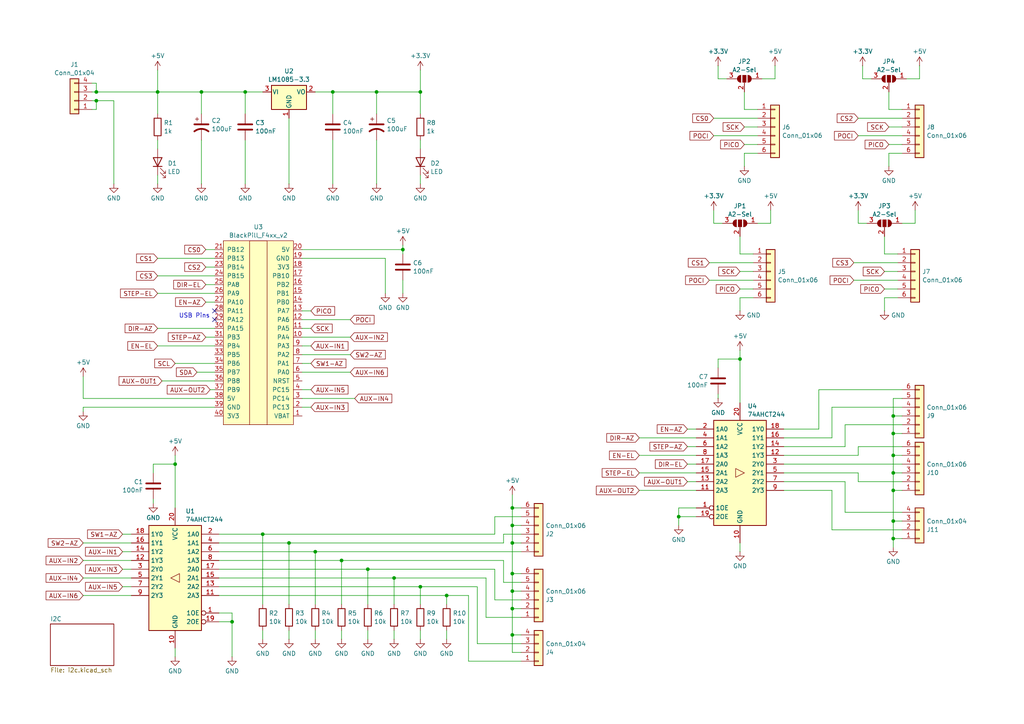
<source format=kicad_sch>
(kicad_sch
	(version 20231120)
	(generator "eeschema")
	(generator_version "8.0")
	(uuid "c1caf198-39aa-41db-9fe6-a03bb1951cde")
	(paper "A4")
	
	(junction
		(at 148.59 157.48)
		(diameter 0)
		(color 0 0 0 0)
		(uuid "0178c2bd-7e0a-47a1-9806-acd96fb6df3f")
	)
	(junction
		(at 45.72 26.67)
		(diameter 0)
		(color 0 0 0 0)
		(uuid "053b6d78-a754-4fdd-83cc-00c072db8a8e")
	)
	(junction
		(at 121.92 170.18)
		(diameter 0)
		(color 0 0 0 0)
		(uuid "083e1d37-4b3d-493d-a7c3-4bbe8afc80f7")
	)
	(junction
		(at 106.68 165.1)
		(diameter 0)
		(color 0 0 0 0)
		(uuid "13ee5076-23ad-4f21-b18c-c0cf0c14cb4b")
	)
	(junction
		(at 259.08 132.08)
		(diameter 0)
		(color 0 0 0 0)
		(uuid "2a22a0f7-ac75-4e9b-b0aa-044a481b6901")
	)
	(junction
		(at 99.06 162.56)
		(diameter 0)
		(color 0 0 0 0)
		(uuid "2f70c57c-066c-47c7-959f-16a276f4e1d6")
	)
	(junction
		(at 58.42 26.67)
		(diameter 0)
		(color 0 0 0 0)
		(uuid "30180804-8a51-4a80-a775-46444f2976e3")
	)
	(junction
		(at 109.22 26.67)
		(diameter 0)
		(color 0 0 0 0)
		(uuid "34c91c80-3ae0-40f1-988c-ca04de2eba24")
	)
	(junction
		(at 259.08 142.24)
		(diameter 0)
		(color 0 0 0 0)
		(uuid "4c237443-8baa-42e7-8778-868a6e2c8c67")
	)
	(junction
		(at 121.92 26.67)
		(diameter 0)
		(color 0 0 0 0)
		(uuid "4e338f85-c3f1-4bc4-ad1c-5b55a3056017")
	)
	(junction
		(at 259.08 137.16)
		(diameter 0)
		(color 0 0 0 0)
		(uuid "59703cda-93f3-4e59-a73b-8232d1be959f")
	)
	(junction
		(at 148.59 147.32)
		(diameter 0)
		(color 0 0 0 0)
		(uuid "63e3a44a-5685-46f5-b350-b34b43806400")
	)
	(junction
		(at 76.2 154.94)
		(diameter 0)
		(color 0 0 0 0)
		(uuid "6855dd30-90b7-4cdb-9ad0-6505e7e2b611")
	)
	(junction
		(at 148.59 166.37)
		(diameter 0)
		(color 0 0 0 0)
		(uuid "6cdedb91-8b27-4422-aeeb-ab3b18b16277")
	)
	(junction
		(at 148.59 176.53)
		(diameter 0)
		(color 0 0 0 0)
		(uuid "7ba07608-b007-4fba-a739-8f55c2366993")
	)
	(junction
		(at 148.59 152.4)
		(diameter 0)
		(color 0 0 0 0)
		(uuid "7c0c0135-ca18-4b79-b36d-21d1afcc8ec3")
	)
	(junction
		(at 214.63 104.14)
		(diameter 0)
		(color 0 0 0 0)
		(uuid "8ac0dd6d-6513-48c3-8f46-6ca01b0c3ee8")
	)
	(junction
		(at 83.82 157.48)
		(diameter 0)
		(color 0 0 0 0)
		(uuid "8e24277b-ebf9-43d9-acbb-239d5c307150")
	)
	(junction
		(at 259.08 156.21)
		(diameter 0)
		(color 0 0 0 0)
		(uuid "92e23385-5172-49e3-9bee-ec18b6418080")
	)
	(junction
		(at 27.94 29.21)
		(diameter 0)
		(color 0 0 0 0)
		(uuid "9a2945ac-0659-463f-b21b-517112988b3c")
	)
	(junction
		(at 148.59 184.15)
		(diameter 0)
		(color 0 0 0 0)
		(uuid "9a3ff032-bc60-4866-a2f2-6824b43f41f1")
	)
	(junction
		(at 114.3 167.64)
		(diameter 0)
		(color 0 0 0 0)
		(uuid "9aa7d8d7-945d-4cf7-b0fc-f416fd100cb1")
	)
	(junction
		(at 96.52 26.67)
		(diameter 0)
		(color 0 0 0 0)
		(uuid "a043115b-d2ec-48cd-b772-2a66c4003e8b")
	)
	(junction
		(at 148.59 171.45)
		(diameter 0)
		(color 0 0 0 0)
		(uuid "a505108d-3054-4789-8ae7-df76c8d666b6")
	)
	(junction
		(at 196.85 149.86)
		(diameter 0)
		(color 0 0 0 0)
		(uuid "a9b7e355-a174-415e-be9f-cd612b2dce34")
	)
	(junction
		(at 259.08 120.65)
		(diameter 0)
		(color 0 0 0 0)
		(uuid "ab1c9bbd-a632-4876-b3d0-6f5313bce5c2")
	)
	(junction
		(at 129.54 172.72)
		(diameter 0)
		(color 0 0 0 0)
		(uuid "b2484279-26e0-4290-98c7-64f2f103af3c")
	)
	(junction
		(at 116.84 72.39)
		(diameter 0)
		(color 0 0 0 0)
		(uuid "dd19121d-b811-449e-8462-04e04d4e0207")
	)
	(junction
		(at 259.08 151.13)
		(diameter 0)
		(color 0 0 0 0)
		(uuid "df5dd5c9-847b-4bc9-ad36-7ef1f5a36593")
	)
	(junction
		(at 27.94 26.67)
		(diameter 0)
		(color 0 0 0 0)
		(uuid "e0e73a42-f93d-48d1-9e36-d7ef38c6f090")
	)
	(junction
		(at 259.08 125.73)
		(diameter 0)
		(color 0 0 0 0)
		(uuid "e510e66f-7a70-4fab-b49c-03afcfef8f9b")
	)
	(junction
		(at 71.12 26.67)
		(diameter 0)
		(color 0 0 0 0)
		(uuid "e5345c80-4399-4e75-af2b-0685f3b4cbcd")
	)
	(junction
		(at 50.8 134.62)
		(diameter 0)
		(color 0 0 0 0)
		(uuid "ef89ae4e-e27b-4990-98c1-66154eb4337e")
	)
	(junction
		(at 91.44 160.02)
		(diameter 0)
		(color 0 0 0 0)
		(uuid "f85b394f-fa45-419e-b737-6dbb2f9da894")
	)
	(junction
		(at 67.31 180.34)
		(diameter 0)
		(color 0 0 0 0)
		(uuid "ffe2dfc4-be22-4dfc-b437-c367b0e1ae4c")
	)
	(no_connect
		(at 62.23 90.17)
		(uuid "108f9294-8634-4d9e-b504-5541afc42e2e")
	)
	(no_connect
		(at 62.23 92.71)
		(uuid "b23257f1-5cf5-4516-9747-271c3f652ef5")
	)
	(wire
		(pts
			(xy 148.59 143.51) (xy 148.59 147.32)
		)
		(stroke
			(width 0)
			(type default)
		)
		(uuid "00dcbc8f-6d69-4816-9d88-02c32ed5e54f")
	)
	(wire
		(pts
			(xy 76.2 182.88) (xy 76.2 185.42)
		)
		(stroke
			(width 0)
			(type default)
		)
		(uuid "027fc52d-06a4-4f4d-b867-97b93eda525b")
	)
	(wire
		(pts
			(xy 148.59 147.32) (xy 148.59 152.4)
		)
		(stroke
			(width 0)
			(type default)
		)
		(uuid "04cb8872-96c3-42d5-a162-5b2d40e124b4")
	)
	(wire
		(pts
			(xy 148.59 176.53) (xy 151.13 176.53)
		)
		(stroke
			(width 0)
			(type default)
		)
		(uuid "0555ba9b-94f6-4056-aab3-3092d5de2ac9")
	)
	(wire
		(pts
			(xy 24.13 118.11) (xy 62.23 118.11)
		)
		(stroke
			(width 0)
			(type default)
		)
		(uuid "07fa662e-215f-4bd9-a2e1-8b9944acd573")
	)
	(wire
		(pts
			(xy 121.92 50.8) (xy 121.92 53.34)
		)
		(stroke
			(width 0)
			(type default)
		)
		(uuid "08feb103-77a4-4727-b10b-ab7ae5b91d2a")
	)
	(wire
		(pts
			(xy 60.96 113.03) (xy 62.23 113.03)
		)
		(stroke
			(width 0)
			(type default)
		)
		(uuid "0b236c78-b3a4-46f0-a416-ad9507deaeeb")
	)
	(wire
		(pts
			(xy 58.42 40.64) (xy 58.42 53.34)
		)
		(stroke
			(width 0)
			(type default)
		)
		(uuid "0c7e452e-7ee5-45b5-b22d-ba710fbcd10e")
	)
	(wire
		(pts
			(xy 148.59 171.45) (xy 151.13 171.45)
		)
		(stroke
			(width 0)
			(type default)
		)
		(uuid "0cc2b629-8d5d-4926-a155-81f38338533c")
	)
	(wire
		(pts
			(xy 35.56 160.02) (xy 38.1 160.02)
		)
		(stroke
			(width 0)
			(type default)
		)
		(uuid "0d004969-00e3-4c17-81f8-3c73de591be0")
	)
	(wire
		(pts
			(xy 151.13 173.99) (xy 143.51 173.99)
		)
		(stroke
			(width 0)
			(type default)
		)
		(uuid "0e021285-6fb4-42e7-b2c2-0db9096d6932")
	)
	(wire
		(pts
			(xy 87.63 72.39) (xy 116.84 72.39)
		)
		(stroke
			(width 0)
			(type default)
		)
		(uuid "0e0212c9-8c33-4d26-91e3-72d616eaad15")
	)
	(wire
		(pts
			(xy 262.89 22.86) (xy 266.7 22.86)
		)
		(stroke
			(width 0)
			(type default)
		)
		(uuid "0fd53a82-88e2-44f3-a0dc-1a9a3ecd004f")
	)
	(wire
		(pts
			(xy 24.13 162.56) (xy 38.1 162.56)
		)
		(stroke
			(width 0)
			(type default)
		)
		(uuid "115de75c-0271-4749-acf6-90001f11cea6")
	)
	(wire
		(pts
			(xy 50.8 134.62) (xy 50.8 147.32)
		)
		(stroke
			(width 0)
			(type default)
		)
		(uuid "11af728b-922e-4ee6-bdd4-adfb23b330e2")
	)
	(wire
		(pts
			(xy 35.56 154.94) (xy 38.1 154.94)
		)
		(stroke
			(width 0)
			(type default)
		)
		(uuid "14097aaf-0c2f-4912-b251-29903e7019c0")
	)
	(wire
		(pts
			(xy 208.28 106.68) (xy 208.28 104.14)
		)
		(stroke
			(width 0)
			(type default)
		)
		(uuid "168ebbc3-049e-4f54-bd81-4e5e84bc3ede")
	)
	(wire
		(pts
			(xy 121.92 170.18) (xy 138.43 170.18)
		)
		(stroke
			(width 0)
			(type default)
		)
		(uuid "1770ee0e-39b6-41d0-8546-23d8caec6485")
	)
	(wire
		(pts
			(xy 87.63 92.71) (xy 101.6 92.71)
		)
		(stroke
			(width 0)
			(type default)
		)
		(uuid "17d1163b-535f-4f14-9bd1-3781a7cd154f")
	)
	(wire
		(pts
			(xy 250.19 19.05) (xy 250.19 22.86)
		)
		(stroke
			(width 0)
			(type default)
		)
		(uuid "180ffebe-fb0d-4a7a-b124-d2cabe2d268f")
	)
	(wire
		(pts
			(xy 27.94 26.67) (xy 45.72 26.67)
		)
		(stroke
			(width 0)
			(type default)
		)
		(uuid "191485bc-977f-451c-8693-f1c93aa01e4d")
	)
	(wire
		(pts
			(xy 208.28 19.05) (xy 208.28 22.86)
		)
		(stroke
			(width 0)
			(type default)
		)
		(uuid "1a687efc-bc01-4711-b1c9-f5f03da6ed2e")
	)
	(wire
		(pts
			(xy 116.84 81.28) (xy 116.84 85.09)
		)
		(stroke
			(width 0)
			(type default)
		)
		(uuid "1c7faee6-36f5-4a95-8730-d2892c831425")
	)
	(wire
		(pts
			(xy 71.12 40.64) (xy 71.12 53.34)
		)
		(stroke
			(width 0)
			(type default)
		)
		(uuid "1d0d5e65-0742-446b-a1b8-fb58ee00cc62")
	)
	(wire
		(pts
			(xy 196.85 149.86) (xy 196.85 152.4)
		)
		(stroke
			(width 0)
			(type default)
		)
		(uuid "208ad7bd-9172-4247-92be-7c981e322359")
	)
	(wire
		(pts
			(xy 109.22 40.64) (xy 109.22 53.34)
		)
		(stroke
			(width 0)
			(type default)
		)
		(uuid "21e3cc21-d788-4061-8671-4e706e182b30")
	)
	(wire
		(pts
			(xy 148.59 176.53) (xy 148.59 184.15)
		)
		(stroke
			(width 0)
			(type default)
		)
		(uuid "233ef007-88f5-4874-af33-a9279ad47ade")
	)
	(wire
		(pts
			(xy 259.08 137.16) (xy 261.62 137.16)
		)
		(stroke
			(width 0)
			(type default)
		)
		(uuid "270584c3-c13d-472a-ac89-7ad168480647")
	)
	(wire
		(pts
			(xy 106.68 182.88) (xy 106.68 185.42)
		)
		(stroke
			(width 0)
			(type default)
		)
		(uuid "27160a86-13ee-4e96-9918-ef2d1db7a06a")
	)
	(wire
		(pts
			(xy 63.5 177.8) (xy 67.31 177.8)
		)
		(stroke
			(width 0)
			(type default)
		)
		(uuid "287f1eb1-efff-4aa6-a9bd-a01d53136689")
	)
	(wire
		(pts
			(xy 57.15 107.95) (xy 62.23 107.95)
		)
		(stroke
			(width 0)
			(type default)
		)
		(uuid "29b541e0-3a38-4915-850c-467d4aa7c67c")
	)
	(wire
		(pts
			(xy 185.42 142.24) (xy 201.93 142.24)
		)
		(stroke
			(width 0)
			(type default)
		)
		(uuid "2b6ee5a5-292a-4f92-b0c3-579527565104")
	)
	(wire
		(pts
			(xy 45.72 80.01) (xy 62.23 80.01)
		)
		(stroke
			(width 0)
			(type default)
		)
		(uuid "2b965b8c-a7cc-4a39-b73f-188d410a17ba")
	)
	(wire
		(pts
			(xy 96.52 26.67) (xy 109.22 26.67)
		)
		(stroke
			(width 0)
			(type default)
		)
		(uuid "2d33a81e-e531-40bd-a902-1ab6eb496027")
	)
	(wire
		(pts
			(xy 45.72 50.8) (xy 45.72 53.34)
		)
		(stroke
			(width 0)
			(type default)
		)
		(uuid "2e5fbcc3-911b-4f7d-8635-da10430ecdf4")
	)
	(wire
		(pts
			(xy 63.5 162.56) (xy 99.06 162.56)
		)
		(stroke
			(width 0)
			(type default)
		)
		(uuid "2e706cbf-055d-43ac-b365-2cdc04088f94")
	)
	(wire
		(pts
			(xy 261.62 44.45) (xy 257.81 44.45)
		)
		(stroke
			(width 0)
			(type default)
		)
		(uuid "2eed5c52-d276-4b27-8351-32148b4eda07")
	)
	(wire
		(pts
			(xy 148.59 152.4) (xy 151.13 152.4)
		)
		(stroke
			(width 0)
			(type default)
		)
		(uuid "2f2f60df-1eb7-4420-bbd0-413f3094b53e")
	)
	(wire
		(pts
			(xy 50.8 105.41) (xy 62.23 105.41)
		)
		(stroke
			(width 0)
			(type default)
		)
		(uuid "30113e4d-506a-46a0-b8ac-5fcfb77d252c")
	)
	(wire
		(pts
			(xy 24.13 109.22) (xy 24.13 115.57)
		)
		(stroke
			(width 0)
			(type default)
		)
		(uuid "3026f348-33d8-439f-aec6-cb949e2180a8")
	)
	(wire
		(pts
			(xy 87.63 105.41) (xy 90.17 105.41)
		)
		(stroke
			(width 0)
			(type default)
		)
		(uuid "30275c4b-6a68-4ce0-9881-d0ce46a9b7ec")
	)
	(wire
		(pts
			(xy 121.92 26.67) (xy 121.92 33.02)
		)
		(stroke
			(width 0)
			(type default)
		)
		(uuid "3045edf0-f42a-4943-8f4c-c3ad3979a285")
	)
	(wire
		(pts
			(xy 45.72 95.25) (xy 62.23 95.25)
		)
		(stroke
			(width 0)
			(type default)
		)
		(uuid "304cbe2e-eac1-43c9-9d81-c67c81ff9dbb")
	)
	(wire
		(pts
			(xy 24.13 119.38) (xy 24.13 118.11)
		)
		(stroke
			(width 0)
			(type default)
		)
		(uuid "30c6d308-ecf0-434e-bebc-d75edfdaf963")
	)
	(wire
		(pts
			(xy 237.49 124.46) (xy 227.33 124.46)
		)
		(stroke
			(width 0)
			(type default)
		)
		(uuid "30dd93f3-cda7-4a90-bba2-90a1f5829e3f")
	)
	(wire
		(pts
			(xy 116.84 72.39) (xy 116.84 73.66)
		)
		(stroke
			(width 0)
			(type default)
		)
		(uuid "33bc6786-aeeb-4049-a2c5-03259e244d85")
	)
	(wire
		(pts
			(xy 257.81 26.67) (xy 257.81 31.75)
		)
		(stroke
			(width 0)
			(type default)
		)
		(uuid "33d67b0b-00e4-4d65-9b79-7046052d062f")
	)
	(wire
		(pts
			(xy 135.89 191.77) (xy 151.13 191.77)
		)
		(stroke
			(width 0)
			(type default)
		)
		(uuid "3818f2e9-2a9b-4fd9-bfcf-123327878d5e")
	)
	(wire
		(pts
			(xy 121.92 182.88) (xy 121.92 185.42)
		)
		(stroke
			(width 0)
			(type default)
		)
		(uuid "38216aaf-c0f2-4e8c-a747-c910e6084ad0")
	)
	(wire
		(pts
			(xy 109.22 26.67) (xy 121.92 26.67)
		)
		(stroke
			(width 0)
			(type default)
		)
		(uuid "3a348185-b2c4-4998-8ba6-35e14ccf2faa")
	)
	(wire
		(pts
			(xy 87.63 113.03) (xy 90.17 113.03)
		)
		(stroke
			(width 0)
			(type default)
		)
		(uuid "3ac79e29-c853-470a-9c5a-e28ef7792e5a")
	)
	(wire
		(pts
			(xy 219.71 44.45) (xy 215.9 44.45)
		)
		(stroke
			(width 0)
			(type default)
		)
		(uuid "3d0b595f-ecda-4982-a5e4-31b2a6bbbde5")
	)
	(wire
		(pts
			(xy 259.08 151.13) (xy 261.62 151.13)
		)
		(stroke
			(width 0)
			(type default)
		)
		(uuid "3d60634f-875e-43a0-8fc8-283d21524b10")
	)
	(wire
		(pts
			(xy 199.39 124.46) (xy 201.93 124.46)
		)
		(stroke
			(width 0)
			(type default)
		)
		(uuid "3dfe7eee-0352-474e-8fbb-2b592bd86e23")
	)
	(wire
		(pts
			(xy 121.92 26.67) (xy 121.92 20.32)
		)
		(stroke
			(width 0)
			(type default)
		)
		(uuid "3e06aa41-527a-4fd0-b277-1ad97a7ccf29")
	)
	(wire
		(pts
			(xy 146.05 168.91) (xy 146.05 162.56)
		)
		(stroke
			(width 0)
			(type default)
		)
		(uuid "3efe059a-fc56-4170-ab59-e1569082309f")
	)
	(wire
		(pts
			(xy 207.01 34.29) (xy 219.71 34.29)
		)
		(stroke
			(width 0)
			(type default)
		)
		(uuid "404d48cf-8ea2-41f7-9458-1b9888866361")
	)
	(wire
		(pts
			(xy 148.59 152.4) (xy 148.59 157.48)
		)
		(stroke
			(width 0)
			(type default)
		)
		(uuid "406a018f-152c-42c9-b642-4fa61f62b209")
	)
	(wire
		(pts
			(xy 143.51 154.94) (xy 76.2 154.94)
		)
		(stroke
			(width 0)
			(type default)
		)
		(uuid "414a7750-1f69-4dad-ae9c-9f50e33f1b58")
	)
	(wire
		(pts
			(xy 245.11 129.54) (xy 227.33 129.54)
		)
		(stroke
			(width 0)
			(type default)
		)
		(uuid "43a425d7-4974-484d-9988-26ee5c2b72af")
	)
	(wire
		(pts
			(xy 261.62 139.7) (xy 248.92 139.7)
		)
		(stroke
			(width 0)
			(type default)
		)
		(uuid "445e3e21-fb9c-49f0-aa0b-ce19fa6e90f9")
	)
	(wire
		(pts
			(xy 227.33 142.24) (xy 241.3 142.24)
		)
		(stroke
			(width 0)
			(type default)
		)
		(uuid "454a43f2-f276-463f-adcf-97caf8e31c96")
	)
	(wire
		(pts
			(xy 248.92 132.08) (xy 227.33 132.08)
		)
		(stroke
			(width 0)
			(type default)
		)
		(uuid "4716f362-f676-4e7c-8fe9-8476285effef")
	)
	(wire
		(pts
			(xy 91.44 160.02) (xy 151.13 160.02)
		)
		(stroke
			(width 0)
			(type default)
		)
		(uuid "494d7ed4-8c11-4aa0-8fe7-ef1900c8623d")
	)
	(wire
		(pts
			(xy 63.5 172.72) (xy 129.54 172.72)
		)
		(stroke
			(width 0)
			(type default)
		)
		(uuid "4a05a5cd-c898-4191-b730-6b429b35ec21")
	)
	(wire
		(pts
			(xy 208.28 114.3) (xy 208.28 115.57)
		)
		(stroke
			(width 0)
			(type default)
		)
		(uuid "4b98e17b-0704-41dd-9abe-2961c0506501")
	)
	(wire
		(pts
			(xy 138.43 186.69) (xy 151.13 186.69)
		)
		(stroke
			(width 0)
			(type default)
		)
		(uuid "4d7a9f0f-e004-40ca-9f88-32deb3f36efa")
	)
	(wire
		(pts
			(xy 106.68 165.1) (xy 106.68 175.26)
		)
		(stroke
			(width 0)
			(type default)
		)
		(uuid "4fec17ee-2fb1-4e29-9ed9-513e89fe610d")
	)
	(wire
		(pts
			(xy 114.3 167.64) (xy 114.3 175.26)
		)
		(stroke
			(width 0)
			(type default)
		)
		(uuid "508f932b-b6dd-43bc-ada4-55940890d730")
	)
	(wire
		(pts
			(xy 96.52 40.64) (xy 96.52 53.34)
		)
		(stroke
			(width 0)
			(type default)
		)
		(uuid "50aa3d97-997d-4fd6-ab54-567b482f45ea")
	)
	(wire
		(pts
			(xy 248.92 129.54) (xy 248.92 132.08)
		)
		(stroke
			(width 0)
			(type default)
		)
		(uuid "5321a063-6a51-4eb1-aa62-f65f235e0f12")
	)
	(wire
		(pts
			(xy 265.43 64.77) (xy 265.43 60.96)
		)
		(stroke
			(width 0)
			(type default)
		)
		(uuid "53a1d026-179d-426a-882c-5ce0add475ee")
	)
	(wire
		(pts
			(xy 257.81 41.91) (xy 261.62 41.91)
		)
		(stroke
			(width 0)
			(type default)
		)
		(uuid "53d771fc-9657-4eb2-a128-ec5da09da939")
	)
	(wire
		(pts
			(xy 135.89 172.72) (xy 135.89 191.77)
		)
		(stroke
			(width 0)
			(type default)
		)
		(uuid "53d95bfa-93f2-49c0-a54b-2fe4c2f91756")
	)
	(wire
		(pts
			(xy 241.3 153.67) (xy 261.62 153.67)
		)
		(stroke
			(width 0)
			(type default)
		)
		(uuid "54262ca3-ac68-4a62-a405-f26825392842")
	)
	(wire
		(pts
			(xy 63.5 167.64) (xy 114.3 167.64)
		)
		(stroke
			(width 0)
			(type default)
		)
		(uuid "547822b7-8261-41f4-9761-b7f753d39513")
	)
	(wire
		(pts
			(xy 224.79 22.86) (xy 224.79 19.05)
		)
		(stroke
			(width 0)
			(type default)
		)
		(uuid "552848fa-2540-40fe-a2ec-740a859d829c")
	)
	(wire
		(pts
			(xy 207.01 64.77) (xy 209.55 64.77)
		)
		(stroke
			(width 0)
			(type default)
		)
		(uuid "55a7022a-0d03-4d11-ba65-900e0aa329e5")
	)
	(wire
		(pts
			(xy 250.19 22.86) (xy 252.73 22.86)
		)
		(stroke
			(width 0)
			(type default)
		)
		(uuid "5684e5cf-6465-4960-8753-b85d8aa62bb9")
	)
	(wire
		(pts
			(xy 138.43 170.18) (xy 138.43 186.69)
		)
		(stroke
			(width 0)
			(type default)
		)
		(uuid "56921b23-ae4d-4013-a6e5-4d0f2d0c914e")
	)
	(wire
		(pts
			(xy 121.92 40.64) (xy 121.92 43.18)
		)
		(stroke
			(width 0)
			(type default)
		)
		(uuid "5760cb29-1335-4b83-b163-d4aba02f07d4")
	)
	(wire
		(pts
			(xy 63.5 180.34) (xy 67.31 180.34)
		)
		(stroke
			(width 0)
			(type default)
		)
		(uuid "59c71e52-97ab-4a28-bf3e-b0140827f9b8")
	)
	(wire
		(pts
			(xy 140.97 179.07) (xy 140.97 167.64)
		)
		(stroke
			(width 0)
			(type default)
		)
		(uuid "5a274ee4-5bc4-477c-b41b-8dccb3049ac3")
	)
	(wire
		(pts
			(xy 24.13 157.48) (xy 38.1 157.48)
		)
		(stroke
			(width 0)
			(type default)
		)
		(uuid "5a3c7345-8ea5-4c3e-a44c-0befbe44ea14")
	)
	(wire
		(pts
			(xy 109.22 26.67) (xy 109.22 33.02)
		)
		(stroke
			(width 0)
			(type default)
		)
		(uuid "5b8c8116-deb3-4d7b-b410-a2763f24add4")
	)
	(wire
		(pts
			(xy 248.92 34.29) (xy 261.62 34.29)
		)
		(stroke
			(width 0)
			(type default)
		)
		(uuid "5bae489a-548e-417e-947c-9c6dc3eea9aa")
	)
	(wire
		(pts
			(xy 214.63 157.48) (xy 214.63 160.02)
		)
		(stroke
			(width 0)
			(type default)
		)
		(uuid "5d473302-3f88-4d6d-8355-2bdec71d0073")
	)
	(wire
		(pts
			(xy 45.72 26.67) (xy 45.72 33.02)
		)
		(stroke
			(width 0)
			(type default)
		)
		(uuid "5fc43854-b24e-4b02-a34e-df96ee03167e")
	)
	(wire
		(pts
			(xy 256.54 86.36) (xy 256.54 90.17)
		)
		(stroke
			(width 0)
			(type default)
		)
		(uuid "5fe3e5ff-91be-4c6d-b6b6-1c2ce92fadb0")
	)
	(wire
		(pts
			(xy 46.99 110.49) (xy 62.23 110.49)
		)
		(stroke
			(width 0)
			(type default)
		)
		(uuid "60ce8882-7ead-4c0f-b730-f611c98ea912")
	)
	(wire
		(pts
			(xy 71.12 26.67) (xy 76.2 26.67)
		)
		(stroke
			(width 0)
			(type default)
		)
		(uuid "61118c49-867a-4e1b-9e0b-b5ab3dba1810")
	)
	(wire
		(pts
			(xy 151.13 149.86) (xy 143.51 149.86)
		)
		(stroke
			(width 0)
			(type default)
		)
		(uuid "62e4cd9b-f1c8-4561-9340-cc241cccc774")
	)
	(wire
		(pts
			(xy 63.5 165.1) (xy 106.68 165.1)
		)
		(stroke
			(width 0)
			(type default)
		)
		(uuid "63fb8e73-04ea-43f7-8efd-d881f4e4683b")
	)
	(wire
		(pts
			(xy 185.42 137.16) (xy 201.93 137.16)
		)
		(stroke
			(width 0)
			(type default)
		)
		(uuid "649858b2-b4bc-4312-ab53-d90d3ac1ebcf")
	)
	(wire
		(pts
			(xy 260.35 86.36) (xy 256.54 86.36)
		)
		(stroke
			(width 0)
			(type default)
		)
		(uuid "64dd1bfa-9219-495e-a36f-023af554172a")
	)
	(wire
		(pts
			(xy 27.94 24.13) (xy 27.94 26.67)
		)
		(stroke
			(width 0)
			(type default)
		)
		(uuid "66ca106f-2251-4058-b3dc-0c8a9ba0a457")
	)
	(wire
		(pts
			(xy 199.39 139.7) (xy 201.93 139.7)
		)
		(stroke
			(width 0)
			(type default)
		)
		(uuid "66eb54a8-d868-4457-bc0f-61e64433344f")
	)
	(wire
		(pts
			(xy 87.63 118.11) (xy 90.17 118.11)
		)
		(stroke
			(width 0)
			(type default)
		)
		(uuid "681857bf-1bd8-4fb2-b44e-7cb80da65da7")
	)
	(wire
		(pts
			(xy 59.69 82.55) (xy 62.23 82.55)
		)
		(stroke
			(width 0)
			(type default)
		)
		(uuid "69aaba23-a02b-41b3-a14a-8dc81668ea9f")
	)
	(wire
		(pts
			(xy 261.62 125.73) (xy 259.08 125.73)
		)
		(stroke
			(width 0)
			(type default)
		)
		(uuid "6b485eda-8941-43c3-9341-ca0028b62cdd")
	)
	(wire
		(pts
			(xy 219.71 31.75) (xy 215.9 31.75)
		)
		(stroke
			(width 0)
			(type default)
		)
		(uuid "6dcb020b-c8f5-4f98-b0d9-f3a75654e779")
	)
	(wire
		(pts
			(xy 45.72 100.33) (xy 62.23 100.33)
		)
		(stroke
			(width 0)
			(type default)
		)
		(uuid "6e995bf0-0738-4af2-b2b8-0a88e2c22597")
	)
	(wire
		(pts
			(xy 208.28 104.14) (xy 214.63 104.14)
		)
		(stroke
			(width 0)
			(type default)
		)
		(uuid "707e7a83-7b69-42d0-9c80-41d68d3d2f7c")
	)
	(wire
		(pts
			(xy 83.82 157.48) (xy 146.05 157.48)
		)
		(stroke
			(width 0)
			(type default)
		)
		(uuid "716ead42-c8f7-4bda-940f-414aab43e635")
	)
	(wire
		(pts
			(xy 59.69 72.39) (xy 62.23 72.39)
		)
		(stroke
			(width 0)
			(type default)
		)
		(uuid "71b45e69-89b3-49ca-9987-85d9c78b637c")
	)
	(wire
		(pts
			(xy 87.63 97.79) (xy 101.6 97.79)
		)
		(stroke
			(width 0)
			(type default)
		)
		(uuid "73735916-ca85-474d-88f9-ceedffa05045")
	)
	(wire
		(pts
			(xy 91.44 182.88) (xy 91.44 185.42)
		)
		(stroke
			(width 0)
			(type default)
		)
		(uuid "75a8f142-4242-46c9-834a-4f6b943ba8dc")
	)
	(wire
		(pts
			(xy 35.56 170.18) (xy 38.1 170.18)
		)
		(stroke
			(width 0)
			(type default)
		)
		(uuid "77b7e360-52e7-4f85-88d7-911c66381bf5")
	)
	(wire
		(pts
			(xy 248.92 64.77) (xy 251.46 64.77)
		)
		(stroke
			(width 0)
			(type default)
		)
		(uuid "787386e5-c190-4074-ba58-1aa6f7f6501d")
	)
	(wire
		(pts
			(xy 259.08 132.08) (xy 259.08 137.16)
		)
		(stroke
			(width 0)
			(type default)
		)
		(uuid "78f305e4-6637-4d1e-a062-737e937c10bf")
	)
	(wire
		(pts
			(xy 83.82 34.29) (xy 83.82 53.34)
		)
		(stroke
			(width 0)
			(type default)
		)
		(uuid "799cc251-1da4-4e0b-b3bd-71b377383b9e")
	)
	(wire
		(pts
			(xy 58.42 26.67) (xy 45.72 26.67)
		)
		(stroke
			(width 0)
			(type default)
		)
		(uuid "79e801b9-2328-45a8-be68-e95a6a7e1690")
	)
	(wire
		(pts
			(xy 114.3 167.64) (xy 140.97 167.64)
		)
		(stroke
			(width 0)
			(type default)
		)
		(uuid "7b3eabdf-4bc7-49ff-bf17-152a7aaab2dd")
	)
	(wire
		(pts
			(xy 99.06 162.56) (xy 146.05 162.56)
		)
		(stroke
			(width 0)
			(type default)
		)
		(uuid "7cd7d905-570a-4199-90f4-a7c90899d55d")
	)
	(wire
		(pts
			(xy 227.33 139.7) (xy 245.11 139.7)
		)
		(stroke
			(width 0)
			(type default)
		)
		(uuid "7cfc98f0-556c-41b2-bf34-8861e2ba8dd2")
	)
	(wire
		(pts
			(xy 71.12 26.67) (xy 71.12 33.02)
		)
		(stroke
			(width 0)
			(type default)
		)
		(uuid "7f0643f6-3826-4ee7-afd7-ad747b65a74b")
	)
	(wire
		(pts
			(xy 63.5 170.18) (xy 121.92 170.18)
		)
		(stroke
			(width 0)
			(type default)
		)
		(uuid "7f26da72-15ca-4fa8-9bc6-4b6d2899cfa9")
	)
	(wire
		(pts
			(xy 24.13 172.72) (xy 38.1 172.72)
		)
		(stroke
			(width 0)
			(type default)
		)
		(uuid "7fc119d4-f04d-4395-b6b7-f853192251ba")
	)
	(wire
		(pts
			(xy 205.74 76.2) (xy 218.44 76.2)
		)
		(stroke
			(width 0)
			(type default)
		)
		(uuid "81376fa9-4865-4958-b3cd-467ac49824c5")
	)
	(wire
		(pts
			(xy 215.9 26.67) (xy 215.9 31.75)
		)
		(stroke
			(width 0)
			(type default)
		)
		(uuid "82538ae7-172d-4a8c-ae87-7b09e617fbf6")
	)
	(wire
		(pts
			(xy 257.81 44.45) (xy 257.81 48.26)
		)
		(stroke
			(width 0)
			(type default)
		)
		(uuid "854fa227-9626-4f09-ae6e-fa58a27f453f")
	)
	(wire
		(pts
			(xy 260.35 73.66) (xy 256.54 73.66)
		)
		(stroke
			(width 0)
			(type default)
		)
		(uuid "85eba505-4e18-498b-8cb7-007d9efe2d4b")
	)
	(wire
		(pts
			(xy 214.63 104.14) (xy 214.63 116.84)
		)
		(stroke
			(width 0)
			(type default)
		)
		(uuid "873ec176-ec9a-4ffc-9264-07ac81179b04")
	)
	(wire
		(pts
			(xy 59.69 77.47) (xy 62.23 77.47)
		)
		(stroke
			(width 0)
			(type default)
		)
		(uuid "8750eb36-0159-4fcc-a575-6cd5e9f1ab22")
	)
	(wire
		(pts
			(xy 148.59 147.32) (xy 151.13 147.32)
		)
		(stroke
			(width 0)
			(type default)
		)
		(uuid "8810fd35-222b-4892-b433-5f0606d237a5")
	)
	(wire
		(pts
			(xy 214.63 83.82) (xy 218.44 83.82)
		)
		(stroke
			(width 0)
			(type default)
		)
		(uuid "88d9404d-7e2d-4c85-97bd-aea3963a9ee9")
	)
	(wire
		(pts
			(xy 247.65 81.28) (xy 260.35 81.28)
		)
		(stroke
			(width 0)
			(type default)
		)
		(uuid "899ada8a-9d73-4bfe-bc16-6f19c5a15703")
	)
	(wire
		(pts
			(xy 44.45 137.16) (xy 44.45 134.62)
		)
		(stroke
			(width 0)
			(type default)
		)
		(uuid "8a31beea-5403-4f6d-9472-c1f4e166986a")
	)
	(wire
		(pts
			(xy 205.74 81.28) (xy 218.44 81.28)
		)
		(stroke
			(width 0)
			(type default)
		)
		(uuid "8b4fdc3c-c2b0-47ef-9377-434063914675")
	)
	(wire
		(pts
			(xy 261.62 129.54) (xy 248.92 129.54)
		)
		(stroke
			(width 0)
			(type default)
		)
		(uuid "8b59d4ec-3fbb-48ce-85fc-5ee6a7af4714")
	)
	(wire
		(pts
			(xy 148.59 184.15) (xy 151.13 184.15)
		)
		(stroke
			(width 0)
			(type default)
		)
		(uuid "8bcb9a7e-bfa9-4fd7-8b86-9aeeff72d4ad")
	)
	(wire
		(pts
			(xy 248.92 137.16) (xy 227.33 137.16)
		)
		(stroke
			(width 0)
			(type default)
		)
		(uuid "8be5a974-0eae-447b-b932-fab4388aeeb4")
	)
	(wire
		(pts
			(xy 148.59 171.45) (xy 148.59 176.53)
		)
		(stroke
			(width 0)
			(type default)
		)
		(uuid "8bf40ca8-8f1c-471a-942a-567b10be294a")
	)
	(wire
		(pts
			(xy 241.3 142.24) (xy 241.3 153.67)
		)
		(stroke
			(width 0)
			(type default)
		)
		(uuid "8c7c479b-1bb0-4855-bb30-b6d8435b8cd2")
	)
	(wire
		(pts
			(xy 148.59 184.15) (xy 148.59 189.23)
		)
		(stroke
			(width 0)
			(type default)
		)
		(uuid "8c876b7c-9a53-455e-8443-c3ef588492c9")
	)
	(wire
		(pts
			(xy 83.82 182.88) (xy 83.82 185.42)
		)
		(stroke
			(width 0)
			(type default)
		)
		(uuid "8da032c8-0276-475a-a7a7-facc574720db")
	)
	(wire
		(pts
			(xy 148.59 166.37) (xy 148.59 171.45)
		)
		(stroke
			(width 0)
			(type default)
		)
		(uuid "8dbbb99b-fb16-44c6-a250-80359b46c93c")
	)
	(wire
		(pts
			(xy 76.2 154.94) (xy 76.2 175.26)
		)
		(stroke
			(width 0)
			(type default)
		)
		(uuid "8e46b061-56d9-48d1-94c9-fdf064fa7458")
	)
	(wire
		(pts
			(xy 148.59 189.23) (xy 151.13 189.23)
		)
		(stroke
			(width 0)
			(type default)
		)
		(uuid "8e77a253-5668-49f3-bade-dd0bcf25267a")
	)
	(wire
		(pts
			(xy 261.62 123.19) (xy 245.11 123.19)
		)
		(stroke
			(width 0)
			(type default)
		)
		(uuid "90aed78d-7855-4489-9326-9913e963a33c")
	)
	(wire
		(pts
			(xy 185.42 127) (xy 201.93 127)
		)
		(stroke
			(width 0)
			(type default)
		)
		(uuid "91743d20-006c-4b13-86a4-f27e4e2f063f")
	)
	(wire
		(pts
			(xy 199.39 134.62) (xy 201.93 134.62)
		)
		(stroke
			(width 0)
			(type default)
		)
		(uuid "937fc5fd-173a-4a74-a8c1-f234dfd90c1a")
	)
	(wire
		(pts
			(xy 50.8 132.08) (xy 50.8 134.62)
		)
		(stroke
			(width 0)
			(type default)
		)
		(uuid "951c77b6-c8f0-4639-82ef-e99015919294")
	)
	(wire
		(pts
			(xy 261.62 120.65) (xy 259.08 120.65)
		)
		(stroke
			(width 0)
			(type default)
		)
		(uuid "96c8ce58-a8b2-4bee-a22d-94dcb9ad2454")
	)
	(wire
		(pts
			(xy 58.42 26.67) (xy 71.12 26.67)
		)
		(stroke
			(width 0)
			(type default)
		)
		(uuid "971b5afe-30ee-461c-839b-bc3e1d692207")
	)
	(wire
		(pts
			(xy 259.08 120.65) (xy 259.08 125.73)
		)
		(stroke
			(width 0)
			(type default)
		)
		(uuid "977e6033-db4b-4dd7-95f0-53e67069a4cf")
	)
	(wire
		(pts
			(xy 83.82 157.48) (xy 63.5 157.48)
		)
		(stroke
			(width 0)
			(type default)
		)
		(uuid "984b724b-1ad3-4b18-b949-5c4097e484b8")
	)
	(wire
		(pts
			(xy 35.56 165.1) (xy 38.1 165.1)
		)
		(stroke
			(width 0)
			(type default)
		)
		(uuid "996db1d8-01b9-4185-a955-483b60d114f0")
	)
	(wire
		(pts
			(xy 111.76 74.93) (xy 111.76 85.09)
		)
		(stroke
			(width 0)
			(type default)
		)
		(uuid "9b3bd2fe-00f7-42d6-8ce2-b9e19ed79d7c")
	)
	(wire
		(pts
			(xy 259.08 142.24) (xy 261.62 142.24)
		)
		(stroke
			(width 0)
			(type default)
		)
		(uuid "9b463686-c0f1-4132-818b-573ac27f13a1")
	)
	(wire
		(pts
			(xy 207.01 39.37) (xy 219.71 39.37)
		)
		(stroke
			(width 0)
			(type default)
		)
		(uuid "9d384aed-d53d-4331-adca-bb3137476f65")
	)
	(wire
		(pts
			(xy 241.3 127) (xy 227.33 127)
		)
		(stroke
			(width 0)
			(type default)
		)
		(uuid "9dfee40b-e332-4012-a189-34110e8677ed")
	)
	(wire
		(pts
			(xy 63.5 160.02) (xy 91.44 160.02)
		)
		(stroke
			(width 0)
			(type default)
		)
		(uuid "9e417fad-1cc6-47c6-b085-f33c286a30c0")
	)
	(wire
		(pts
			(xy 148.59 157.48) (xy 148.59 166.37)
		)
		(stroke
			(width 0)
			(type default)
		)
		(uuid "9e48ee58-2cab-45b3-b401-9d0d58ca332b")
	)
	(wire
		(pts
			(xy 248.92 39.37) (xy 261.62 39.37)
		)
		(stroke
			(width 0)
			(type default)
		)
		(uuid "a0db5ab8-7ca7-4c82-a711-67c8556ec986")
	)
	(wire
		(pts
			(xy 59.69 87.63) (xy 62.23 87.63)
		)
		(stroke
			(width 0)
			(type default)
		)
		(uuid "a1770914-25c3-491d-8a42-895c0a28ae36")
	)
	(wire
		(pts
			(xy 129.54 182.88) (xy 129.54 185.42)
		)
		(stroke
			(width 0)
			(type default)
		)
		(uuid "a1898a72-6407-4144-99be-a1b47b80c9a1")
	)
	(wire
		(pts
			(xy 261.62 115.57) (xy 259.08 115.57)
		)
		(stroke
			(width 0)
			(type default)
		)
		(uuid "a3a3cbd6-b3cc-48b2-bcfb-e83e5cd6bbd7")
	)
	(wire
		(pts
			(xy 214.63 68.58) (xy 214.63 73.66)
		)
		(stroke
			(width 0)
			(type default)
		)
		(uuid "a3e9a1a6-95b5-4690-9780-62a31020695d")
	)
	(wire
		(pts
			(xy 129.54 172.72) (xy 129.54 175.26)
		)
		(stroke
			(width 0)
			(type default)
		)
		(uuid "a405fb94-2fdb-4305-a40e-af9c37cda40a")
	)
	(wire
		(pts
			(xy 257.81 36.83) (xy 261.62 36.83)
		)
		(stroke
			(width 0)
			(type default)
		)
		(uuid "a445fb59-d980-4d15-9530-497288844f08")
	)
	(wire
		(pts
			(xy 87.63 95.25) (xy 90.17 95.25)
		)
		(stroke
			(width 0)
			(type default)
		)
		(uuid "a516b831-66ec-4783-9185-7e07959b810f")
	)
	(wire
		(pts
			(xy 259.08 115.57) (xy 259.08 120.65)
		)
		(stroke
			(width 0)
			(type default)
		)
		(uuid "a7c93bfc-b887-4997-8ce9-a7bd5e5ff2a7")
	)
	(wire
		(pts
			(xy 259.08 151.13) (xy 259.08 156.21)
		)
		(stroke
			(width 0)
			(type default)
		)
		(uuid "a990893d-5e01-4f04-997c-5b59a25fa679")
	)
	(wire
		(pts
			(xy 223.52 64.77) (xy 223.52 60.96)
		)
		(stroke
			(width 0)
			(type default)
		)
		(uuid "ab4ae984-a938-4fe8-ab4d-05d9b11cb09e")
	)
	(wire
		(pts
			(xy 248.92 60.96) (xy 248.92 64.77)
		)
		(stroke
			(width 0)
			(type default)
		)
		(uuid "ab9406bf-b14e-45b1-a260-996cacc30a19")
	)
	(wire
		(pts
			(xy 261.62 64.77) (xy 265.43 64.77)
		)
		(stroke
			(width 0)
			(type default)
		)
		(uuid "aba8aafa-57b4-43ae-8c35-4395cf1d4da7")
	)
	(wire
		(pts
			(xy 87.63 107.95) (xy 101.6 107.95)
		)
		(stroke
			(width 0)
			(type default)
		)
		(uuid "ac5cb523-ed91-4a5a-872a-79a300b12bb6")
	)
	(wire
		(pts
			(xy 146.05 154.94) (xy 146.05 157.48)
		)
		(stroke
			(width 0)
			(type default)
		)
		(uuid "ae4644d9-4290-4721-b29c-a7b7bb194937")
	)
	(wire
		(pts
			(xy 196.85 147.32) (xy 201.93 147.32)
		)
		(stroke
			(width 0)
			(type default)
		)
		(uuid "b032b682-fbc3-47e3-83ce-2b2903a49421")
	)
	(wire
		(pts
			(xy 151.13 168.91) (xy 146.05 168.91)
		)
		(stroke
			(width 0)
			(type default)
		)
		(uuid "b15fad58-86ad-427e-802b-9b4f6d82e1eb")
	)
	(wire
		(pts
			(xy 259.08 132.08) (xy 261.62 132.08)
		)
		(stroke
			(width 0)
			(type default)
		)
		(uuid "b2c38cbf-0135-4287-b57a-46707872bce8")
	)
	(wire
		(pts
			(xy 67.31 180.34) (xy 67.31 190.5)
		)
		(stroke
			(width 0)
			(type default)
		)
		(uuid "b2f37d18-1ce8-446b-b906-99ea123d9b8f")
	)
	(wire
		(pts
			(xy 241.3 118.11) (xy 241.3 127)
		)
		(stroke
			(width 0)
			(type default)
		)
		(uuid "b367be8a-db65-4c95-bcfd-eafb24d60cde")
	)
	(wire
		(pts
			(xy 106.68 165.1) (xy 143.51 165.1)
		)
		(stroke
			(width 0)
			(type default)
		)
		(uuid "b4016c53-0dc0-4a70-b19a-41135144c60c")
	)
	(wire
		(pts
			(xy 27.94 31.75) (xy 27.94 29.21)
		)
		(stroke
			(width 0)
			(type default)
		)
		(uuid "b42f1d5b-fc0d-4855-8011-bd225aa65de5")
	)
	(wire
		(pts
			(xy 261.62 148.59) (xy 245.11 148.59)
		)
		(stroke
			(width 0)
			(type default)
		)
		(uuid "b4520b18-cd49-4dc3-ab0e-cbb20b069067")
	)
	(wire
		(pts
			(xy 215.9 44.45) (xy 215.9 48.26)
		)
		(stroke
			(width 0)
			(type default)
		)
		(uuid "b47e5eba-a876-4625-88aa-6b41dc889dcc")
	)
	(wire
		(pts
			(xy 259.08 156.21) (xy 261.62 156.21)
		)
		(stroke
			(width 0)
			(type default)
		)
		(uuid "b69f05b3-7938-4e84-9046-aa1b61320e06")
	)
	(wire
		(pts
			(xy 208.28 22.86) (xy 210.82 22.86)
		)
		(stroke
			(width 0)
			(type default)
		)
		(uuid "b6c1364a-1a3b-46ec-85f3-de1881994737")
	)
	(wire
		(pts
			(xy 218.44 86.36) (xy 214.63 86.36)
		)
		(stroke
			(width 0)
			(type default)
		)
		(uuid "b6c4ecc5-8993-46ae-94dc-b6e743775957")
	)
	(wire
		(pts
			(xy 148.59 166.37) (xy 151.13 166.37)
		)
		(stroke
			(width 0)
			(type default)
		)
		(uuid "b876bcf9-58a3-453d-9b69-ab3bd72a3048")
	)
	(wire
		(pts
			(xy 45.72 74.93) (xy 62.23 74.93)
		)
		(stroke
			(width 0)
			(type default)
		)
		(uuid "b8b06fbf-5ebf-40d2-8b10-316071e76c6c")
	)
	(wire
		(pts
			(xy 214.63 101.6) (xy 214.63 104.14)
		)
		(stroke
			(width 0)
			(type default)
		)
		(uuid "b91d6091-ce38-4047-bd3f-4d1db9de0ee4")
	)
	(wire
		(pts
			(xy 261.62 31.75) (xy 257.81 31.75)
		)
		(stroke
			(width 0)
			(type default)
		)
		(uuid "b9578cbc-5b5c-4faa-b911-663cc7990e85")
	)
	(wire
		(pts
			(xy 199.39 129.54) (xy 201.93 129.54)
		)
		(stroke
			(width 0)
			(type default)
		)
		(uuid "ba3df941-bb4b-4ae0-b8e9-7fe758cc6329")
	)
	(wire
		(pts
			(xy 24.13 167.64) (xy 38.1 167.64)
		)
		(stroke
			(width 0)
			(type default)
		)
		(uuid "bc747531-27bb-47f1-998b-4644d6646c8e")
	)
	(wire
		(pts
			(xy 259.08 156.21) (xy 259.08 158.75)
		)
		(stroke
			(width 0)
			(type default)
		)
		(uuid "bd660b40-d2f6-44f3-962a-f26796d8f067")
	)
	(wire
		(pts
			(xy 214.63 78.74) (xy 218.44 78.74)
		)
		(stroke
			(width 0)
			(type default)
		)
		(uuid "c11ad298-b6cd-4b5f-a2a0-2900c60176aa")
	)
	(wire
		(pts
			(xy 91.44 26.67) (xy 96.52 26.67)
		)
		(stroke
			(width 0)
			(type default)
		)
		(uuid "c12f66e3-759d-4de2-9ff6-e444592fa788")
	)
	(wire
		(pts
			(xy 247.65 76.2) (xy 260.35 76.2)
		)
		(stroke
			(width 0)
			(type default)
		)
		(uuid "c207430c-c97b-4d30-8c70-9ffc77edeed1")
	)
	(wire
		(pts
			(xy 218.44 73.66) (xy 214.63 73.66)
		)
		(stroke
			(width 0)
			(type default)
		)
		(uuid "c4d38acc-2451-4e7b-a6e0-7501535b1434")
	)
	(wire
		(pts
			(xy 151.13 154.94) (xy 146.05 154.94)
		)
		(stroke
			(width 0)
			(type default)
		)
		(uuid "c519efda-844e-45e1-83cd-399e6bc5ea92")
	)
	(wire
		(pts
			(xy 185.42 132.08) (xy 201.93 132.08)
		)
		(stroke
			(width 0)
			(type default)
		)
		(uuid "c6ee9384-2b69-49fa-bf63-56c9a0cd123b")
	)
	(wire
		(pts
			(xy 27.94 29.21) (xy 33.02 29.21)
		)
		(stroke
			(width 0)
			(type default)
		)
		(uuid "c813d33a-d3f1-477a-8d02-510d3a3cc01c")
	)
	(wire
		(pts
			(xy 87.63 74.93) (xy 111.76 74.93)
		)
		(stroke
			(width 0)
			(type default)
		)
		(uuid "c8ee7f57-0dc6-4ef5-926e-d3e11babad07")
	)
	(wire
		(pts
			(xy 259.08 137.16) (xy 259.08 142.24)
		)
		(stroke
			(width 0)
			(type default)
		)
		(uuid "c96cf9b3-2d71-4958-93f1-91a7722d0332")
	)
	(wire
		(pts
			(xy 148.59 157.48) (xy 151.13 157.48)
		)
		(stroke
			(width 0)
			(type default)
		)
		(uuid "ca56e1dc-ec58-4449-82ec-eee3f68a3459")
	)
	(wire
		(pts
			(xy 59.69 97.79) (xy 62.23 97.79)
		)
		(stroke
			(width 0)
			(type default)
		)
		(uuid "cadfa862-a6a7-4ee4-888d-2ba494947dbf")
	)
	(wire
		(pts
			(xy 227.33 134.62) (xy 261.62 134.62)
		)
		(stroke
			(width 0)
			(type default)
		)
		(uuid "cb11b218-85e6-4d33-8c6d-c386c9fcc472")
	)
	(wire
		(pts
			(xy 256.54 78.74) (xy 260.35 78.74)
		)
		(stroke
			(width 0)
			(type default)
		)
		(uuid "cb3610c5-ad14-4bbb-8391-9814921ba6de")
	)
	(wire
		(pts
			(xy 33.02 29.21) (xy 33.02 53.34)
		)
		(stroke
			(width 0)
			(type default)
		)
		(uuid "cbded53a-69db-471d-b83d-f53098880128")
	)
	(wire
		(pts
			(xy 87.63 90.17) (xy 90.17 90.17)
		)
		(stroke
			(width 0)
			(type default)
		)
		(uuid "cc24fe8a-2890-43cf-bbc7-e50d32b689ff")
	)
	(wire
		(pts
			(xy 143.51 149.86) (xy 143.51 154.94)
		)
		(stroke
			(width 0)
			(type default)
		)
		(uuid "cc39e428-3b00-4de2-b867-40bc4c7836b2")
	)
	(wire
		(pts
			(xy 116.84 71.12) (xy 116.84 72.39)
		)
		(stroke
			(width 0)
			(type default)
		)
		(uuid "cd0fabb2-0995-4216-8bcf-77cb40b36d6f")
	)
	(wire
		(pts
			(xy 256.54 68.58) (xy 256.54 73.66)
		)
		(stroke
			(width 0)
			(type default)
		)
		(uuid "cd32f3d9-8b8c-43d7-a28a-845e71e2efe8")
	)
	(wire
		(pts
			(xy 50.8 187.96) (xy 50.8 190.5)
		)
		(stroke
			(width 0)
			(type default)
		)
		(uuid "cd40e9fd-1d01-4f94-b53b-79b9da30f8cf")
	)
	(wire
		(pts
			(xy 215.9 41.91) (xy 219.71 41.91)
		)
		(stroke
			(width 0)
			(type default)
		)
		(uuid "cdb2914d-4ce0-4bf1-b4ad-41f0e7b6086a")
	)
	(wire
		(pts
			(xy 121.92 170.18) (xy 121.92 175.26)
		)
		(stroke
			(width 0)
			(type default)
		)
		(uuid "cdcf9122-c42e-41a9-8529-3cde5761b6f8")
	)
	(wire
		(pts
			(xy 143.51 173.99) (xy 143.51 165.1)
		)
		(stroke
			(width 0)
			(type default)
		)
		(uuid "cff327a6-97f8-4008-8ee4-6258be1c60ab")
	)
	(wire
		(pts
			(xy 83.82 157.48) (xy 83.82 175.26)
		)
		(stroke
			(width 0)
			(type default)
		)
		(uuid "d02cf4ae-1081-432d-a107-02ca61c242b1")
	)
	(wire
		(pts
			(xy 76.2 154.94) (xy 63.5 154.94)
		)
		(stroke
			(width 0)
			(type default)
		)
		(uuid "d15f8230-f44d-40be-9dc5-62ee052a9cd8")
	)
	(wire
		(pts
			(xy 99.06 182.88) (xy 99.06 185.42)
		)
		(stroke
			(width 0)
			(type default)
		)
		(uuid "d29b5468-fbed-49b2-a484-86219ac54219")
	)
	(wire
		(pts
			(xy 45.72 26.67) (xy 45.72 20.32)
		)
		(stroke
			(width 0)
			(type default)
		)
		(uuid "d2bff0ea-b94f-48c9-b681-345989873e44")
	)
	(wire
		(pts
			(xy 45.72 40.64) (xy 45.72 43.18)
		)
		(stroke
			(width 0)
			(type default)
		)
		(uuid "d2d71abe-3253-4576-a4fd-51d1882b4fdc")
	)
	(wire
		(pts
			(xy 256.54 83.82) (xy 260.35 83.82)
		)
		(stroke
			(width 0)
			(type default)
		)
		(uuid "d2e0ec89-5cf7-475d-9025-c749f7ba1c56")
	)
	(wire
		(pts
			(xy 26.67 29.21) (xy 27.94 29.21)
		)
		(stroke
			(width 0)
			(type default)
		)
		(uuid "d49bad5c-c8e6-4057-a88c-3c82e5430cc3")
	)
	(wire
		(pts
			(xy 245.11 139.7) (xy 245.11 148.59)
		)
		(stroke
			(width 0)
			(type default)
		)
		(uuid "d594b072-ade7-4dcd-88d8-9ad58d4c5d77")
	)
	(wire
		(pts
			(xy 26.67 31.75) (xy 27.94 31.75)
		)
		(stroke
			(width 0)
			(type default)
		)
		(uuid "d5a06f2e-fa1f-4ef9-ab76-fcaca6e87234")
	)
	(wire
		(pts
			(xy 44.45 144.78) (xy 44.45 146.05)
		)
		(stroke
			(width 0)
			(type default)
		)
		(uuid "d9678eed-001e-4098-b94c-c7444c2c1d76")
	)
	(wire
		(pts
			(xy 114.3 182.88) (xy 114.3 185.42)
		)
		(stroke
			(width 0)
			(type default)
		)
		(uuid "db39bb3e-d3af-4968-82e2-3648bd82235f")
	)
	(wire
		(pts
			(xy 26.67 24.13) (xy 27.94 24.13)
		)
		(stroke
			(width 0)
			(type default)
		)
		(uuid "db3e8687-a780-4fe7-96a0-16a5ee3d2c7e")
	)
	(wire
		(pts
			(xy 248.92 139.7) (xy 248.92 137.16)
		)
		(stroke
			(width 0)
			(type default)
		)
		(uuid "dddaf9e0-2293-4339-bdf4-0e5fb661d358")
	)
	(wire
		(pts
			(xy 91.44 160.02) (xy 91.44 175.26)
		)
		(stroke
			(width 0)
			(type default)
		)
		(uuid "de58c7af-3016-4ac6-a8cb-73dea5498d31")
	)
	(wire
		(pts
			(xy 220.98 22.86) (xy 224.79 22.86)
		)
		(stroke
			(width 0)
			(type default)
		)
		(uuid "dea6a2a8-da3c-450a-a60a-3d600e6b9429")
	)
	(wire
		(pts
			(xy 62.23 115.57) (xy 24.13 115.57)
		)
		(stroke
			(width 0)
			(type default)
		)
		(uuid "e053e3b6-ac9d-4146-bc24-fb8c72253e95")
	)
	(wire
		(pts
			(xy 259.08 142.24) (xy 259.08 151.13)
		)
		(stroke
			(width 0)
			(type default)
		)
		(uuid "e0b14768-3ca2-42eb-83c1-03675e743982")
	)
	(wire
		(pts
			(xy 245.11 123.19) (xy 245.11 129.54)
		)
		(stroke
			(width 0)
			(type default)
		)
		(uuid "e0d76da0-1e13-4293-a90e-116572f30c2e")
	)
	(wire
		(pts
			(xy 87.63 100.33) (xy 90.17 100.33)
		)
		(stroke
			(width 0)
			(type default)
		)
		(uuid "e13c65d0-065f-4fc6-92b0-3a7b4049337d")
	)
	(wire
		(pts
			(xy 266.7 22.86) (xy 266.7 19.05)
		)
		(stroke
			(width 0)
			(type default)
		)
		(uuid "e73cbb90-7b5c-4098-a1fb-5c7f8abc45ae")
	)
	(wire
		(pts
			(xy 215.9 36.83) (xy 219.71 36.83)
		)
		(stroke
			(width 0)
			(type default)
		)
		(uuid "eae49c77-ecba-47a0-bb29-bb9e08c8ad50")
	)
	(wire
		(pts
			(xy 261.62 113.03) (xy 237.49 113.03)
		)
		(stroke
			(width 0)
			(type default)
		)
		(uuid "eb2740e8-5ed5-49fb-a447-cfabd28f14ce")
	)
	(wire
		(pts
			(xy 99.06 162.56) (xy 99.06 175.26)
		)
		(stroke
			(width 0)
			(type default)
		)
		(uuid "ecd1333b-db58-4944-95ea-c3ab3e35827c")
	)
	(wire
		(pts
			(xy 44.45 134.62) (xy 50.8 134.62)
		)
		(stroke
			(width 0)
			(type default)
		)
		(uuid "edb018da-ddb1-4592-94c8-139a07438b8b")
	)
	(wire
		(pts
			(xy 151.13 179.07) (xy 140.97 179.07)
		)
		(stroke
			(width 0)
			(type default)
		)
		(uuid "edc2b282-8447-4b22-aaea-27bd63af5be8")
	)
	(wire
		(pts
			(xy 214.63 86.36) (xy 214.63 90.17)
		)
		(stroke
			(width 0)
			(type default)
		)
		(uuid "edefeca0-e230-4b71-9567-48221672fe54")
	)
	(wire
		(pts
			(xy 45.72 85.09) (xy 62.23 85.09)
		)
		(stroke
			(width 0)
			(type default)
		)
		(uuid "f0fab860-ae7d-4848-9a0a-b678640b2497")
	)
	(wire
		(pts
			(xy 219.71 64.77) (xy 223.52 64.77)
		)
		(stroke
			(width 0)
			(type default)
		)
		(uuid "f29f1df4-a886-4800-beae-1ec4a4ab29db")
	)
	(wire
		(pts
			(xy 96.52 26.67) (xy 96.52 33.02)
		)
		(stroke
			(width 0)
			(type default)
		)
		(uuid "f4872a6a-5c81-41ea-85f0-7090b37695a7")
	)
	(wire
		(pts
			(xy 259.08 125.73) (xy 259.08 132.08)
		)
		(stroke
			(width 0)
			(type default)
		)
		(uuid "f534d744-ed3d-427a-a691-71c21ae1cafd")
	)
	(wire
		(pts
			(xy 26.67 26.67) (xy 27.94 26.67)
		)
		(stroke
			(width 0)
			(type default)
		)
		(uuid "f65d4ace-406f-48e6-9d2f-e661319db722")
	)
	(wire
		(pts
			(xy 58.42 26.67) (xy 58.42 33.02)
		)
		(stroke
			(width 0)
			(type default)
		)
		(uuid "fa12eb60-db11-4eb6-9cd7-f1b6c911bd2b")
	)
	(wire
		(pts
			(xy 207.01 60.96) (xy 207.01 64.77)
		)
		(stroke
			(width 0)
			(type default)
		)
		(uuid "fb6eef45-968d-48b8-ab75-f926f1fe678a")
	)
	(wire
		(pts
			(xy 261.62 118.11) (xy 241.3 118.11)
		)
		(stroke
			(width 0)
			(type default)
		)
		(uuid "fb7e051c-cbda-4fc3-90ee-29e58b01e0ac")
	)
	(wire
		(pts
			(xy 237.49 113.03) (xy 237.49 124.46)
		)
		(stroke
			(width 0)
			(type default)
		)
		(uuid "fc58e417-3c29-4b22-a473-229383f14322")
	)
	(wire
		(pts
			(xy 129.54 172.72) (xy 135.89 172.72)
		)
		(stroke
			(width 0)
			(type default)
		)
		(uuid "fd2c795f-56a8-4712-9fd0-3664ab4f17cb")
	)
	(wire
		(pts
			(xy 196.85 149.86) (xy 196.85 147.32)
		)
		(stroke
			(width 0)
			(type default)
		)
		(uuid "fd36a9a3-8a30-4f1f-b2c1-0c381d1c8e6c")
	)
	(wire
		(pts
			(xy 67.31 177.8) (xy 67.31 180.34)
		)
		(stroke
			(width 0)
			(type default)
		)
		(uuid "fecfd061-b8e1-4640-8f3e-f7fae95af927")
	)
	(wire
		(pts
			(xy 87.63 102.87) (xy 101.6 102.87)
		)
		(stroke
			(width 0)
			(type default)
		)
		(uuid "ff16ef0c-2216-4441-a3ac-fdfa3a011d14")
	)
	(wire
		(pts
			(xy 87.63 115.57) (xy 102.87 115.57)
		)
		(stroke
			(width 0)
			(type default)
		)
		(uuid "ffd7b4ca-9164-46a9-b73b-2d6071c1fbd1")
	)
	(wire
		(pts
			(xy 201.93 149.86) (xy 196.85 149.86)
		)
		(stroke
			(width 0)
			(type default)
		)
		(uuid "fffb08b4-2978-4ff0-8a26-11cdd025f4a0")
	)
	(text "USB Pins"
		(exclude_from_sim no)
		(at 56.388 91.694 0)
		(effects
			(font
				(size 1.27 1.27)
			)
		)
		(uuid "af803faa-3bce-4fd8-8a6d-4c2edc261d15")
	)
	(global_label "EN-AZ"
		(shape input)
		(at 59.69 87.63 180)
		(fields_autoplaced yes)
		(effects
			(font
				(size 1.27 1.27)
			)
			(justify right)
		)
		(uuid "0172671e-20ee-44b8-aaf0-5adedf12d726")
		(property "Intersheetrefs" "${INTERSHEET_REFS}"
			(at 50.3548 87.63 0)
			(effects
				(font
					(size 1.27 1.27)
				)
				(justify right)
				(hide yes)
			)
		)
	)
	(global_label "CS2"
		(shape input)
		(at 59.69 77.47 180)
		(fields_autoplaced yes)
		(effects
			(font
				(size 1.27 1.27)
			)
			(justify right)
		)
		(uuid "0304a450-38f4-422c-a2bc-65c7907b5baf")
		(property "Intersheetrefs" "${INTERSHEET_REFS}"
			(at 53.0158 77.47 0)
			(effects
				(font
					(size 1.27 1.27)
				)
				(justify right)
				(hide yes)
			)
		)
	)
	(global_label "SCK"
		(shape input)
		(at 256.54 78.74 180)
		(fields_autoplaced yes)
		(effects
			(font
				(size 1.27 1.27)
			)
			(justify right)
		)
		(uuid "1a717d5f-6173-4433-9d67-e64aa9021839")
		(property "Intersheetrefs" "${INTERSHEET_REFS}"
			(at 249.8053 78.74 0)
			(effects
				(font
					(size 1.27 1.27)
				)
				(justify right)
				(hide yes)
			)
		)
	)
	(global_label "AUX-IN2"
		(shape input)
		(at 101.6 97.79 0)
		(fields_autoplaced yes)
		(effects
			(font
				(size 1.27 1.27)
			)
			(justify left)
		)
		(uuid "234e6776-ecea-45fe-a472-742f7be40602")
		(property "Intersheetrefs" "${INTERSHEET_REFS}"
			(at 112.931 97.79 0)
			(effects
				(font
					(size 1.27 1.27)
				)
				(justify left)
				(hide yes)
			)
		)
	)
	(global_label "SW1-AZ"
		(shape input)
		(at 90.17 105.41 0)
		(fields_autoplaced yes)
		(effects
			(font
				(size 1.27 1.27)
			)
			(justify left)
		)
		(uuid "26fc79f5-4fdf-48bf-abce-e89aacf55e30")
		(property "Intersheetrefs" "${INTERSHEET_REFS}"
			(at 100.8961 105.41 0)
			(effects
				(font
					(size 1.27 1.27)
				)
				(justify left)
				(hide yes)
			)
		)
	)
	(global_label "STEP-AZ"
		(shape input)
		(at 199.39 129.54 180)
		(fields_autoplaced yes)
		(effects
			(font
				(size 1.27 1.27)
			)
			(justify right)
		)
		(uuid "2bdba534-7c79-49b2-a936-664f0fd1af40")
		(property "Intersheetrefs" "${INTERSHEET_REFS}"
			(at 187.9382 129.54 0)
			(effects
				(font
					(size 1.27 1.27)
				)
				(justify right)
				(hide yes)
			)
		)
	)
	(global_label "AUX-IN3"
		(shape input)
		(at 35.56 165.1 180)
		(fields_autoplaced yes)
		(effects
			(font
				(size 1.27 1.27)
			)
			(justify right)
		)
		(uuid "2dba513b-6683-4b20-b025-929e7e4e20f6")
		(property "Intersheetrefs" "${INTERSHEET_REFS}"
			(at 24.229 165.1 0)
			(effects
				(font
					(size 1.27 1.27)
				)
				(justify right)
				(hide yes)
			)
		)
	)
	(global_label "CS1"
		(shape input)
		(at 205.74 76.2 180)
		(fields_autoplaced yes)
		(effects
			(font
				(size 1.27 1.27)
			)
			(justify right)
		)
		(uuid "3351715a-1795-42de-9831-0bea58be17b2")
		(property "Intersheetrefs" "${INTERSHEET_REFS}"
			(at 199.0658 76.2 0)
			(effects
				(font
					(size 1.27 1.27)
				)
				(justify right)
				(hide yes)
			)
		)
	)
	(global_label "DIR-AZ"
		(shape input)
		(at 185.42 127 180)
		(fields_autoplaced yes)
		(effects
			(font
				(size 1.27 1.27)
			)
			(justify right)
		)
		(uuid "361a0ea6-23ee-471b-b9b1-2a96ca9b7d9e")
		(property "Intersheetrefs" "${INTERSHEET_REFS}"
			(at 175.4195 127 0)
			(effects
				(font
					(size 1.27 1.27)
				)
				(justify right)
				(hide yes)
			)
		)
	)
	(global_label "AUX-IN1"
		(shape input)
		(at 90.17 100.33 0)
		(fields_autoplaced yes)
		(effects
			(font
				(size 1.27 1.27)
			)
			(justify left)
		)
		(uuid "372152d1-e808-4596-8e7e-18c751622a8d")
		(property "Intersheetrefs" "${INTERSHEET_REFS}"
			(at 101.501 100.33 0)
			(effects
				(font
					(size 1.27 1.27)
				)
				(justify left)
				(hide yes)
			)
		)
	)
	(global_label "SW2-AZ"
		(shape input)
		(at 24.13 157.48 180)
		(fields_autoplaced yes)
		(effects
			(font
				(size 1.27 1.27)
			)
			(justify right)
		)
		(uuid "380d5400-c3fe-4111-9258-7181a5aff1b6")
		(property "Intersheetrefs" "${INTERSHEET_REFS}"
			(at 13.4039 157.48 0)
			(effects
				(font
					(size 1.27 1.27)
				)
				(justify right)
				(hide yes)
			)
		)
	)
	(global_label "AUX-OUT1"
		(shape input)
		(at 199.39 139.7 180)
		(fields_autoplaced yes)
		(effects
			(font
				(size 1.27 1.27)
			)
			(justify right)
		)
		(uuid "3a70f67b-ec52-4d71-8f89-64174ec45ade")
		(property "Intersheetrefs" "${INTERSHEET_REFS}"
			(at 186.3657 139.7 0)
			(effects
				(font
					(size 1.27 1.27)
				)
				(justify right)
				(hide yes)
			)
		)
	)
	(global_label "DIR-EL"
		(shape input)
		(at 59.69 82.55 180)
		(fields_autoplaced yes)
		(effects
			(font
				(size 1.27 1.27)
			)
			(justify right)
		)
		(uuid "3ca3b537-7164-4e21-a52d-1e0c234872c4")
		(property "Intersheetrefs" "${INTERSHEET_REFS}"
			(at 49.8105 82.55 0)
			(effects
				(font
					(size 1.27 1.27)
				)
				(justify right)
				(hide yes)
			)
		)
	)
	(global_label "AUX-IN6"
		(shape input)
		(at 24.13 172.72 180)
		(fields_autoplaced yes)
		(effects
			(font
				(size 1.27 1.27)
			)
			(justify right)
		)
		(uuid "3cbd9a94-02bf-47df-ab5a-b9b245ca7b17")
		(property "Intersheetrefs" "${INTERSHEET_REFS}"
			(at 12.799 172.72 0)
			(effects
				(font
					(size 1.27 1.27)
				)
				(justify right)
				(hide yes)
			)
		)
	)
	(global_label "CS3"
		(shape input)
		(at 247.65 76.2 180)
		(fields_autoplaced yes)
		(effects
			(font
				(size 1.27 1.27)
			)
			(justify right)
		)
		(uuid "427f20af-bfe8-447f-99d0-71cec7a41a2a")
		(property "Intersheetrefs" "${INTERSHEET_REFS}"
			(at 240.9758 76.2 0)
			(effects
				(font
					(size 1.27 1.27)
				)
				(justify right)
				(hide yes)
			)
		)
	)
	(global_label "STEP-EL"
		(shape input)
		(at 45.72 85.09 180)
		(fields_autoplaced yes)
		(effects
			(font
				(size 1.27 1.27)
			)
			(justify right)
		)
		(uuid "4448d8d9-d53d-47b7-95af-7b661e8ee0e5")
		(property "Intersheetrefs" "${INTERSHEET_REFS}"
			(at 34.3892 85.09 0)
			(effects
				(font
					(size 1.27 1.27)
				)
				(justify right)
				(hide yes)
			)
		)
	)
	(global_label "CS3"
		(shape input)
		(at 45.72 80.01 180)
		(fields_autoplaced yes)
		(effects
			(font
				(size 1.27 1.27)
			)
			(justify right)
		)
		(uuid "486c1b52-52f7-401a-b6f0-49b546d4652e")
		(property "Intersheetrefs" "${INTERSHEET_REFS}"
			(at 39.0458 80.01 0)
			(effects
				(font
					(size 1.27 1.27)
				)
				(justify right)
				(hide yes)
			)
		)
	)
	(global_label "SCK"
		(shape input)
		(at 215.9 36.83 180)
		(fields_autoplaced yes)
		(effects
			(font
				(size 1.27 1.27)
			)
			(justify right)
		)
		(uuid "48dcbd28-07a2-418d-a304-c1cef58e721d")
		(property "Intersheetrefs" "${INTERSHEET_REFS}"
			(at 209.1653 36.83 0)
			(effects
				(font
					(size 1.27 1.27)
				)
				(justify right)
				(hide yes)
			)
		)
	)
	(global_label "AUX-IN4"
		(shape input)
		(at 24.13 167.64 180)
		(fields_autoplaced yes)
		(effects
			(font
				(size 1.27 1.27)
			)
			(justify right)
		)
		(uuid "5c44906d-b3e6-422a-b8d0-b74a6e65f52a")
		(property "Intersheetrefs" "${INTERSHEET_REFS}"
			(at 12.799 167.64 0)
			(effects
				(font
					(size 1.27 1.27)
				)
				(justify right)
				(hide yes)
			)
		)
	)
	(global_label "DIR-EL"
		(shape input)
		(at 199.39 134.62 180)
		(fields_autoplaced yes)
		(effects
			(font
				(size 1.27 1.27)
			)
			(justify right)
		)
		(uuid "5d0ea6eb-f0be-4b6d-8b02-d019b9375d5d")
		(property "Intersheetrefs" "${INTERSHEET_REFS}"
			(at 189.5105 134.62 0)
			(effects
				(font
					(size 1.27 1.27)
				)
				(justify right)
				(hide yes)
			)
		)
	)
	(global_label "CS1"
		(shape input)
		(at 45.72 74.93 180)
		(fields_autoplaced yes)
		(effects
			(font
				(size 1.27 1.27)
			)
			(justify right)
		)
		(uuid "5fdb98d7-05b4-4e22-a305-3e8efcd0c60b")
		(property "Intersheetrefs" "${INTERSHEET_REFS}"
			(at 39.0458 74.93 0)
			(effects
				(font
					(size 1.27 1.27)
				)
				(justify right)
				(hide yes)
			)
		)
	)
	(global_label "DIR-AZ"
		(shape input)
		(at 45.72 95.25 180)
		(fields_autoplaced yes)
		(effects
			(font
				(size 1.27 1.27)
			)
			(justify right)
		)
		(uuid "67ef5760-fd3f-4916-8fae-0f1437d77624")
		(property "Intersheetrefs" "${INTERSHEET_REFS}"
			(at 35.7195 95.25 0)
			(effects
				(font
					(size 1.27 1.27)
				)
				(justify right)
				(hide yes)
			)
		)
	)
	(global_label "AUX-IN5"
		(shape input)
		(at 35.56 170.18 180)
		(fields_autoplaced yes)
		(effects
			(font
				(size 1.27 1.27)
			)
			(justify right)
		)
		(uuid "693dfb0c-ec9c-47b6-a497-26e99baf1361")
		(property "Intersheetrefs" "${INTERSHEET_REFS}"
			(at 24.229 170.18 0)
			(effects
				(font
					(size 1.27 1.27)
				)
				(justify right)
				(hide yes)
			)
		)
	)
	(global_label "PICO"
		(shape input)
		(at 90.17 90.17 0)
		(fields_autoplaced yes)
		(effects
			(font
				(size 1.27 1.27)
			)
			(justify left)
		)
		(uuid "698b2e11-8648-42a1-ba91-bbb1512c1318")
		(property "Intersheetrefs" "${INTERSHEET_REFS}"
			(at 97.6305 90.17 0)
			(effects
				(font
					(size 1.27 1.27)
				)
				(justify left)
				(hide yes)
			)
		)
	)
	(global_label "CS0"
		(shape input)
		(at 59.69 72.39 180)
		(fields_autoplaced yes)
		(effects
			(font
				(size 1.27 1.27)
			)
			(justify right)
		)
		(uuid "6b096d16-3157-4d5c-86a6-82f6ee06e353")
		(property "Intersheetrefs" "${INTERSHEET_REFS}"
			(at 53.0158 72.39 0)
			(effects
				(font
					(size 1.27 1.27)
				)
				(justify right)
				(hide yes)
			)
		)
	)
	(global_label "SCL"
		(shape input)
		(at 50.8 105.41 180)
		(fields_autoplaced yes)
		(effects
			(font
				(size 1.27 1.27)
			)
			(justify right)
		)
		(uuid "6c607e77-7993-4340-a398-862d29107784")
		(property "Intersheetrefs" "${INTERSHEET_REFS}"
			(at 44.3072 105.41 0)
			(effects
				(font
					(size 1.27 1.27)
				)
				(justify right)
				(hide yes)
			)
		)
	)
	(global_label "SCK"
		(shape input)
		(at 257.81 36.83 180)
		(fields_autoplaced yes)
		(effects
			(font
				(size 1.27 1.27)
			)
			(justify right)
		)
		(uuid "707fec43-0d21-4cac-bc85-4b6173f5fad5")
		(property "Intersheetrefs" "${INTERSHEET_REFS}"
			(at 251.0753 36.83 0)
			(effects
				(font
					(size 1.27 1.27)
				)
				(justify right)
				(hide yes)
			)
		)
	)
	(global_label "AUX-OUT2"
		(shape input)
		(at 60.96 113.03 180)
		(fields_autoplaced yes)
		(effects
			(font
				(size 1.27 1.27)
			)
			(justify right)
		)
		(uuid "7106796d-501b-454e-955c-ab6f34f142b7")
		(property "Intersheetrefs" "${INTERSHEET_REFS}"
			(at 47.9357 113.03 0)
			(effects
				(font
					(size 1.27 1.27)
				)
				(justify right)
				(hide yes)
			)
		)
	)
	(global_label "AUX-OUT2"
		(shape input)
		(at 185.42 142.24 180)
		(fields_autoplaced yes)
		(effects
			(font
				(size 1.27 1.27)
			)
			(justify right)
		)
		(uuid "73554d66-c54a-4ee5-8f54-236ace97edf2")
		(property "Intersheetrefs" "${INTERSHEET_REFS}"
			(at 172.3957 142.24 0)
			(effects
				(font
					(size 1.27 1.27)
				)
				(justify right)
				(hide yes)
			)
		)
	)
	(global_label "STEP-AZ"
		(shape input)
		(at 59.69 97.79 180)
		(fields_autoplaced yes)
		(effects
			(font
				(size 1.27 1.27)
			)
			(justify right)
		)
		(uuid "7b94820d-2c76-426a-89f0-9225e2b8f213")
		(property "Intersheetrefs" "${INTERSHEET_REFS}"
			(at 48.2382 97.79 0)
			(effects
				(font
					(size 1.27 1.27)
				)
				(justify right)
				(hide yes)
			)
		)
	)
	(global_label "PICO"
		(shape input)
		(at 256.54 83.82 180)
		(fields_autoplaced yes)
		(effects
			(font
				(size 1.27 1.27)
			)
			(justify right)
		)
		(uuid "7f74ac3c-4543-4e97-a67f-617513f7b046")
		(property "Intersheetrefs" "${INTERSHEET_REFS}"
			(at 249.0795 83.82 0)
			(effects
				(font
					(size 1.27 1.27)
				)
				(justify right)
				(hide yes)
			)
		)
	)
	(global_label "CS0"
		(shape input)
		(at 207.01 34.29 180)
		(fields_autoplaced yes)
		(effects
			(font
				(size 1.27 1.27)
			)
			(justify right)
		)
		(uuid "7fe7fab0-4770-46f8-bf05-688e8b24294d")
		(property "Intersheetrefs" "${INTERSHEET_REFS}"
			(at 200.3358 34.29 0)
			(effects
				(font
					(size 1.27 1.27)
				)
				(justify right)
				(hide yes)
			)
		)
	)
	(global_label "SDA"
		(shape input)
		(at 57.15 107.95 180)
		(fields_autoplaced yes)
		(effects
			(font
				(size 1.27 1.27)
			)
			(justify right)
		)
		(uuid "80db7c0b-0b54-492c-964d-e0ba59a732fa")
		(property "Intersheetrefs" "${INTERSHEET_REFS}"
			(at 50.5967 107.95 0)
			(effects
				(font
					(size 1.27 1.27)
				)
				(justify right)
				(hide yes)
			)
		)
	)
	(global_label "PICO"
		(shape input)
		(at 257.81 41.91 180)
		(fields_autoplaced yes)
		(effects
			(font
				(size 1.27 1.27)
			)
			(justify right)
		)
		(uuid "9312e2bd-04fa-47e1-9b38-4070f6e81887")
		(property "Intersheetrefs" "${INTERSHEET_REFS}"
			(at 250.3495 41.91 0)
			(effects
				(font
					(size 1.27 1.27)
				)
				(justify right)
				(hide yes)
			)
		)
	)
	(global_label "AUX-IN6"
		(shape input)
		(at 101.6 107.95 0)
		(fields_autoplaced yes)
		(effects
			(font
				(size 1.27 1.27)
			)
			(justify left)
		)
		(uuid "9afb6ce3-ef87-4aef-9e21-04895375899e")
		(property "Intersheetrefs" "${INTERSHEET_REFS}"
			(at 112.931 107.95 0)
			(effects
				(font
					(size 1.27 1.27)
				)
				(justify left)
				(hide yes)
			)
		)
	)
	(global_label "AUX-IN3"
		(shape input)
		(at 90.17 118.11 0)
		(fields_autoplaced yes)
		(effects
			(font
				(size 1.27 1.27)
			)
			(justify left)
		)
		(uuid "a1e9b1c8-cc77-4269-8bba-457b3a630129")
		(property "Intersheetrefs" "${INTERSHEET_REFS}"
			(at 101.501 118.11 0)
			(effects
				(font
					(size 1.27 1.27)
				)
				(justify left)
				(hide yes)
			)
		)
	)
	(global_label "AUX-IN1"
		(shape input)
		(at 35.56 160.02 180)
		(fields_autoplaced yes)
		(effects
			(font
				(size 1.27 1.27)
			)
			(justify right)
		)
		(uuid "a4b9e575-ffae-4dac-a250-0e488eb5dc95")
		(property "Intersheetrefs" "${INTERSHEET_REFS}"
			(at 24.229 160.02 0)
			(effects
				(font
					(size 1.27 1.27)
				)
				(justify right)
				(hide yes)
			)
		)
	)
	(global_label "SW2-AZ"
		(shape input)
		(at 101.6 102.87 0)
		(fields_autoplaced yes)
		(effects
			(font
				(size 1.27 1.27)
			)
			(justify left)
		)
		(uuid "abc47478-379e-4529-83cf-64ab8f5bf93d")
		(property "Intersheetrefs" "${INTERSHEET_REFS}"
			(at 112.3261 102.87 0)
			(effects
				(font
					(size 1.27 1.27)
				)
				(justify left)
				(hide yes)
			)
		)
	)
	(global_label "PICO"
		(shape input)
		(at 214.63 83.82 180)
		(fields_autoplaced yes)
		(effects
			(font
				(size 1.27 1.27)
			)
			(justify right)
		)
		(uuid "ae266a23-bf6e-4aab-8bc6-158e56cd3798")
		(property "Intersheetrefs" "${INTERSHEET_REFS}"
			(at 207.1695 83.82 0)
			(effects
				(font
					(size 1.27 1.27)
				)
				(justify right)
				(hide yes)
			)
		)
	)
	(global_label "SW1-AZ"
		(shape input)
		(at 35.56 154.94 180)
		(fields_autoplaced yes)
		(effects
			(font
				(size 1.27 1.27)
			)
			(justify right)
		)
		(uuid "b3c5d5a8-0b66-4258-9be0-6e1c6c1da282")
		(property "Intersheetrefs" "${INTERSHEET_REFS}"
			(at 24.8339 154.94 0)
			(effects
				(font
					(size 1.27 1.27)
				)
				(justify right)
				(hide yes)
			)
		)
	)
	(global_label "AUX-IN5"
		(shape input)
		(at 90.17 113.03 0)
		(fields_autoplaced yes)
		(effects
			(font
				(size 1.27 1.27)
			)
			(justify left)
		)
		(uuid "b856a7f2-bf5a-4686-8b50-811789118736")
		(property "Intersheetrefs" "${INTERSHEET_REFS}"
			(at 101.501 113.03 0)
			(effects
				(font
					(size 1.27 1.27)
				)
				(justify left)
				(hide yes)
			)
		)
	)
	(global_label "AUX-OUT1"
		(shape input)
		(at 46.99 110.49 180)
		(fields_autoplaced yes)
		(effects
			(font
				(size 1.27 1.27)
			)
			(justify right)
		)
		(uuid "bc507dec-a2c6-440b-ab2b-ec1207af187b")
		(property "Intersheetrefs" "${INTERSHEET_REFS}"
			(at 33.9657 110.49 0)
			(effects
				(font
					(size 1.27 1.27)
				)
				(justify right)
				(hide yes)
			)
		)
	)
	(global_label "POCI"
		(shape input)
		(at 207.01 39.37 180)
		(fields_autoplaced yes)
		(effects
			(font
				(size 1.27 1.27)
			)
			(justify right)
		)
		(uuid "bd6332d6-9803-4d1b-8e1c-f872fb8ed109")
		(property "Intersheetrefs" "${INTERSHEET_REFS}"
			(at 199.5495 39.37 0)
			(effects
				(font
					(size 1.27 1.27)
				)
				(justify right)
				(hide yes)
			)
		)
	)
	(global_label "EN-EL"
		(shape input)
		(at 185.42 132.08 180)
		(fields_autoplaced yes)
		(effects
			(font
				(size 1.27 1.27)
			)
			(justify right)
		)
		(uuid "c0aa65f5-742b-4267-8652-8d84f84fbe86")
		(property "Intersheetrefs" "${INTERSHEET_REFS}"
			(at 176.2058 132.08 0)
			(effects
				(font
					(size 1.27 1.27)
				)
				(justify right)
				(hide yes)
			)
		)
	)
	(global_label "SCK"
		(shape input)
		(at 214.63 78.74 180)
		(fields_autoplaced yes)
		(effects
			(font
				(size 1.27 1.27)
			)
			(justify right)
		)
		(uuid "c77126e3-1bb7-443e-9fd0-f62193f16d63")
		(property "Intersheetrefs" "${INTERSHEET_REFS}"
			(at 207.8953 78.74 0)
			(effects
				(font
					(size 1.27 1.27)
				)
				(justify right)
				(hide yes)
			)
		)
	)
	(global_label "POCI"
		(shape input)
		(at 248.92 39.37 180)
		(fields_autoplaced yes)
		(effects
			(font
				(size 1.27 1.27)
			)
			(justify right)
		)
		(uuid "c90f7ffe-fc01-40a5-ab35-3139ebe738d9")
		(property "Intersheetrefs" "${INTERSHEET_REFS}"
			(at 241.4595 39.37 0)
			(effects
				(font
					(size 1.27 1.27)
				)
				(justify right)
				(hide yes)
			)
		)
	)
	(global_label "POCI"
		(shape input)
		(at 101.6 92.71 0)
		(fields_autoplaced yes)
		(effects
			(font
				(size 1.27 1.27)
			)
			(justify left)
		)
		(uuid "c9941742-2fe6-49ec-8687-c482bafa575a")
		(property "Intersheetrefs" "${INTERSHEET_REFS}"
			(at 109.0605 92.71 0)
			(effects
				(font
					(size 1.27 1.27)
				)
				(justify left)
				(hide yes)
			)
		)
	)
	(global_label "AUX-IN4"
		(shape input)
		(at 102.87 115.57 0)
		(fields_autoplaced yes)
		(effects
			(font
				(size 1.27 1.27)
			)
			(justify left)
		)
		(uuid "d02c6934-6a67-459c-825d-fb697533e92b")
		(property "Intersheetrefs" "${INTERSHEET_REFS}"
			(at 114.201 115.57 0)
			(effects
				(font
					(size 1.27 1.27)
				)
				(justify left)
				(hide yes)
			)
		)
	)
	(global_label "SCK"
		(shape input)
		(at 90.17 95.25 0)
		(fields_autoplaced yes)
		(effects
			(font
				(size 1.27 1.27)
			)
			(justify left)
		)
		(uuid "d134bf50-f0bb-4ada-ba21-c570ef8a60b3")
		(property "Intersheetrefs" "${INTERSHEET_REFS}"
			(at 96.9047 95.25 0)
			(effects
				(font
					(size 1.27 1.27)
				)
				(justify left)
				(hide yes)
			)
		)
	)
	(global_label "CS2"
		(shape input)
		(at 248.92 34.29 180)
		(fields_autoplaced yes)
		(effects
			(font
				(size 1.27 1.27)
			)
			(justify right)
		)
		(uuid "d28e7b65-1136-48e1-8484-161639155c5e")
		(property "Intersheetrefs" "${INTERSHEET_REFS}"
			(at 242.2458 34.29 0)
			(effects
				(font
					(size 1.27 1.27)
				)
				(justify right)
				(hide yes)
			)
		)
	)
	(global_label "AUX-IN2"
		(shape input)
		(at 24.13 162.56 180)
		(fields_autoplaced yes)
		(effects
			(font
				(size 1.27 1.27)
			)
			(justify right)
		)
		(uuid "d3f998ae-5467-4447-a64b-e6fa9e869df1")
		(property "Intersheetrefs" "${INTERSHEET_REFS}"
			(at 12.799 162.56 0)
			(effects
				(font
					(size 1.27 1.27)
				)
				(justify right)
				(hide yes)
			)
		)
	)
	(global_label "STEP-EL"
		(shape input)
		(at 185.42 137.16 180)
		(fields_autoplaced yes)
		(effects
			(font
				(size 1.27 1.27)
			)
			(justify right)
		)
		(uuid "d94150a5-1e30-4a01-88a7-597783390bab")
		(property "Intersheetrefs" "${INTERSHEET_REFS}"
			(at 174.0892 137.16 0)
			(effects
				(font
					(size 1.27 1.27)
				)
				(justify right)
				(hide yes)
			)
		)
	)
	(global_label "POCI"
		(shape input)
		(at 205.74 81.28 180)
		(fields_autoplaced yes)
		(effects
			(font
				(size 1.27 1.27)
			)
			(justify right)
		)
		(uuid "e00f93ff-91c2-446b-ae4d-eb1867940258")
		(property "Intersheetrefs" "${INTERSHEET_REFS}"
			(at 198.2795 81.28 0)
			(effects
				(font
					(size 1.27 1.27)
				)
				(justify right)
				(hide yes)
			)
		)
	)
	(global_label "EN-AZ"
		(shape input)
		(at 199.39 124.46 180)
		(fields_autoplaced yes)
		(effects
			(font
				(size 1.27 1.27)
			)
			(justify right)
		)
		(uuid "e3358c6c-c212-4ff1-8ae7-4859cfc5b106")
		(property "Intersheetrefs" "${INTERSHEET_REFS}"
			(at 190.0548 124.46 0)
			(effects
				(font
					(size 1.27 1.27)
				)
				(justify right)
				(hide yes)
			)
		)
	)
	(global_label "POCI"
		(shape input)
		(at 247.65 81.28 180)
		(fields_autoplaced yes)
		(effects
			(font
				(size 1.27 1.27)
			)
			(justify right)
		)
		(uuid "e4ff074e-861a-47d2-bb8f-c95c8ead90eb")
		(property "Intersheetrefs" "${INTERSHEET_REFS}"
			(at 240.1895 81.28 0)
			(effects
				(font
					(size 1.27 1.27)
				)
				(justify right)
				(hide yes)
			)
		)
	)
	(global_label "PICO"
		(shape input)
		(at 215.9 41.91 180)
		(fields_autoplaced yes)
		(effects
			(font
				(size 1.27 1.27)
			)
			(justify right)
		)
		(uuid "f44cb895-11ce-457b-b08d-eb236880b227")
		(property "Intersheetrefs" "${INTERSHEET_REFS}"
			(at 208.4395 41.91 0)
			(effects
				(font
					(size 1.27 1.27)
				)
				(justify right)
				(hide yes)
			)
		)
	)
	(global_label "EN-EL"
		(shape input)
		(at 45.72 100.33 180)
		(fields_autoplaced yes)
		(effects
			(font
				(size 1.27 1.27)
			)
			(justify right)
		)
		(uuid "fb484001-a4bc-48b2-9806-3a3e883b614e")
		(property "Intersheetrefs" "${INTERSHEET_REFS}"
			(at 36.5058 100.33 0)
			(effects
				(font
					(size 1.27 1.27)
				)
				(justify right)
				(hide yes)
			)
		)
	)
	(symbol
		(lib_id "74xx:74AHCT244")
		(at 50.8 167.64 0)
		(mirror y)
		(unit 1)
		(exclude_from_sim no)
		(in_bom yes)
		(on_board yes)
		(dnp no)
		(fields_autoplaced yes)
		(uuid "022cabb2-e3b5-45f2-83fc-484157258034")
		(property "Reference" "U1"
			(at 53.8165 148.2555 0)
			(effects
				(font
					(size 1.27 1.27)
				)
				(justify right)
			)
		)
		(property "Value" "74AHCT244"
			(at 53.8165 150.6798 0)
			(effects
				(font
					(size 1.27 1.27)
				)
				(justify right)
			)
		)
		(property "Footprint" "Package_SO:SO-20_12.8x7.5mm_P1.27mm"
			(at 50.8 167.64 0)
			(effects
				(font
					(size 1.27 1.27)
				)
				(hide yes)
			)
		)
		(property "Datasheet" "https://assets.nexperia.com/documents/data-sheet/74AHC_AHCT244.pdf"
			(at 50.8 167.64 0)
			(effects
				(font
					(size 1.27 1.27)
				)
				(hide yes)
			)
		)
		(property "Description" "8-bit Buffer/Line Driver 3-state"
			(at 50.8 167.64 0)
			(effects
				(font
					(size 1.27 1.27)
				)
				(hide yes)
			)
		)
		(pin "12"
			(uuid "f70f44f3-1115-4444-913d-82718f50d2ae")
		)
		(pin "8"
			(uuid "0857e5f1-14aa-4f94-95b7-c3317578c3a5")
		)
		(pin "11"
			(uuid "77c4bf72-b814-432a-b1f8-9d826b019e0c")
		)
		(pin "7"
			(uuid "bb4f1567-0870-423a-ae3f-8ae11b3eaa89")
		)
		(pin "6"
			(uuid "1c2fa8bd-427f-4a70-81bf-fc3ccd4d8e53")
		)
		(pin "10"
			(uuid "4b71061d-62af-4f7a-b76e-7e097c13fa30")
		)
		(pin "1"
			(uuid "87df8a84-fa92-4f7c-9486-5f567df4d34e")
		)
		(pin "20"
			(uuid "2046e622-57d6-4d58-aea4-099d5add4896")
		)
		(pin "9"
			(uuid "6e58993e-943c-4836-ba2a-03dced007b01")
		)
		(pin "18"
			(uuid "f4ce57b2-f9f2-4c1e-a7c4-deff3ea886d5")
		)
		(pin "2"
			(uuid "02dcc610-01b2-42f9-bd02-699dd0dc8b95")
		)
		(pin "5"
			(uuid "5545b9f8-3f87-4ba8-a71d-cfc414bb23b6")
		)
		(pin "19"
			(uuid "049013be-3cf4-4198-a479-3abd5ba46e69")
		)
		(pin "13"
			(uuid "b5bbde7a-5fd3-4b42-b1cf-60067ad8c22b")
		)
		(pin "16"
			(uuid "33418462-19d2-433f-b0fe-b6b2f10ca06e")
		)
		(pin "3"
			(uuid "1f38eb30-5a31-4350-82af-357319dd181a")
		)
		(pin "15"
			(uuid "42b187ce-2135-41ea-8d79-75b57d8d89f7")
		)
		(pin "14"
			(uuid "a4bb7aa9-780f-48d1-a3d6-f41e8bee8f3d")
		)
		(pin "4"
			(uuid "6f22a898-9ac6-48fe-856d-0c0d7faa9948")
		)
		(pin "17"
			(uuid "c8a3a2e0-222d-4781-bf44-5e19676fee23")
		)
		(instances
			(project "radom-controller"
				(path "/c1caf198-39aa-41db-9fe6-a03bb1951cde"
					(reference "U1")
					(unit 1)
				)
			)
		)
	)
	(symbol
		(lib_id "Device:LED")
		(at 45.72 46.99 90)
		(unit 1)
		(exclude_from_sim no)
		(in_bom yes)
		(on_board yes)
		(dnp no)
		(fields_autoplaced yes)
		(uuid "030daab3-e6f2-4e01-b3da-7d74f49fc95d")
		(property "Reference" "D1"
			(at 48.641 47.3653 90)
			(effects
				(font
					(size 1.27 1.27)
				)
				(justify right)
			)
		)
		(property "Value" "LED"
			(at 48.641 49.7896 90)
			(effects
				(font
					(size 1.27 1.27)
				)
				(justify right)
			)
		)
		(property "Footprint" "LED_SMD:LED_0603_1608Metric_Pad1.05x0.95mm_HandSolder"
			(at 45.72 46.99 0)
			(effects
				(font
					(size 1.27 1.27)
				)
				(hide yes)
			)
		)
		(property "Datasheet" "~"
			(at 45.72 46.99 0)
			(effects
				(font
					(size 1.27 1.27)
				)
				(hide yes)
			)
		)
		(property "Description" "Light emitting diode"
			(at 45.72 46.99 0)
			(effects
				(font
					(size 1.27 1.27)
				)
				(hide yes)
			)
		)
		(pin "1"
			(uuid "3ec117be-4e1f-4957-9115-8db85699b8d9")
		)
		(pin "2"
			(uuid "f2774c04-0224-4ea0-8b8e-ae3e30bcb341")
		)
		(instances
			(project "radom-controller"
				(path "/c1caf198-39aa-41db-9fe6-a03bb1951cde"
					(reference "D1")
					(unit 1)
				)
			)
		)
	)
	(symbol
		(lib_id "power:GND")
		(at 214.63 160.02 0)
		(unit 1)
		(exclude_from_sim no)
		(in_bom yes)
		(on_board yes)
		(dnp no)
		(fields_autoplaced yes)
		(uuid "0b8215d7-cca0-4081-9ad2-1a74aaee4d2e")
		(property "Reference" "#PWR035"
			(at 214.63 166.37 0)
			(effects
				(font
					(size 1.27 1.27)
				)
				(hide yes)
			)
		)
		(property "Value" "GND"
			(at 214.63 164.1531 0)
			(effects
				(font
					(size 1.27 1.27)
				)
			)
		)
		(property "Footprint" ""
			(at 214.63 160.02 0)
			(effects
				(font
					(size 1.27 1.27)
				)
				(hide yes)
			)
		)
		(property "Datasheet" ""
			(at 214.63 160.02 0)
			(effects
				(font
					(size 1.27 1.27)
				)
				(hide yes)
			)
		)
		(property "Description" "Power symbol creates a global label with name \"GND\" , ground"
			(at 214.63 160.02 0)
			(effects
				(font
					(size 1.27 1.27)
				)
				(hide yes)
			)
		)
		(pin "1"
			(uuid "d023b080-848f-463a-9c27-774d3a69dc2b")
		)
		(instances
			(project "radom-controller"
				(path "/c1caf198-39aa-41db-9fe6-a03bb1951cde"
					(reference "#PWR035")
					(unit 1)
				)
			)
		)
	)
	(symbol
		(lib_id "Device:R")
		(at 114.3 179.07 0)
		(unit 1)
		(exclude_from_sim no)
		(in_bom yes)
		(on_board yes)
		(dnp no)
		(fields_autoplaced yes)
		(uuid "0ffa8f37-d75b-4b67-8cea-faffcb9a0ab7")
		(property "Reference" "R7"
			(at 116.078 177.8578 0)
			(effects
				(font
					(size 1.27 1.27)
				)
				(justify left)
			)
		)
		(property "Value" "10k"
			(at 116.078 180.2821 0)
			(effects
				(font
					(size 1.27 1.27)
				)
				(justify left)
			)
		)
		(property "Footprint" "Resistor_SMD:R_0603_1608Metric_Pad0.98x0.95mm_HandSolder"
			(at 112.522 179.07 90)
			(effects
				(font
					(size 1.27 1.27)
				)
				(hide yes)
			)
		)
		(property "Datasheet" "~"
			(at 114.3 179.07 0)
			(effects
				(font
					(size 1.27 1.27)
				)
				(hide yes)
			)
		)
		(property "Description" "Resistor"
			(at 114.3 179.07 0)
			(effects
				(font
					(size 1.27 1.27)
				)
				(hide yes)
			)
		)
		(pin "1"
			(uuid "1fc0345a-91b9-44eb-9024-8fb24e28929c")
		)
		(pin "2"
			(uuid "77b2fe06-ea1c-49e9-870d-0cadbe532185")
		)
		(instances
			(project "radom-controller"
				(path "/c1caf198-39aa-41db-9fe6-a03bb1951cde"
					(reference "R7")
					(unit 1)
				)
			)
		)
	)
	(symbol
		(lib_id "Regulator_Linear:LM1085-3.3")
		(at 83.82 26.67 0)
		(unit 1)
		(exclude_from_sim no)
		(in_bom yes)
		(on_board yes)
		(dnp no)
		(fields_autoplaced yes)
		(uuid "10836264-c9ec-4369-9be2-33d5ae8d3cfc")
		(property "Reference" "U2"
			(at 83.82 20.6205 0)
			(effects
				(font
					(size 1.27 1.27)
				)
			)
		)
		(property "Value" "LM1085-3.3"
			(at 83.82 23.0448 0)
			(effects
				(font
					(size 1.27 1.27)
				)
			)
		)
		(property "Footprint" "Package_TO_SOT_SMD:TO-263-3_TabPin2"
			(at 83.82 20.32 0)
			(effects
				(font
					(size 1.27 1.27)
					(italic yes)
				)
				(hide yes)
			)
		)
		(property "Datasheet" "http://www.ti.com/lit/ds/symlink/lm1085.pdf"
			(at 83.82 26.67 0)
			(effects
				(font
					(size 1.27 1.27)
				)
				(hide yes)
			)
		)
		(property "Description" "3A 27V Linear Regulator, Fixed Output 3.3V, TO-220/TO-263"
			(at 83.82 26.67 0)
			(effects
				(font
					(size 1.27 1.27)
				)
				(hide yes)
			)
		)
		(pin "3"
			(uuid "c3e889b9-d8a6-461a-9900-e2a3bdbd107a")
		)
		(pin "1"
			(uuid "827a96ec-a6ad-4a92-883b-f0e2e82b43a7")
		)
		(pin "2"
			(uuid "0855e21b-b67f-4f17-b671-a7b45a213053")
		)
		(instances
			(project "radom-controller"
				(path "/c1caf198-39aa-41db-9fe6-a03bb1951cde"
					(reference "U2")
					(unit 1)
				)
			)
		)
	)
	(symbol
		(lib_id "Device:LED")
		(at 121.92 46.99 90)
		(unit 1)
		(exclude_from_sim no)
		(in_bom yes)
		(on_board yes)
		(dnp no)
		(fields_autoplaced yes)
		(uuid "118d1d2d-67b4-4c46-a84b-047595483850")
		(property "Reference" "D2"
			(at 124.841 47.3653 90)
			(effects
				(font
					(size 1.27 1.27)
				)
				(justify right)
			)
		)
		(property "Value" "LED"
			(at 124.841 49.7896 90)
			(effects
				(font
					(size 1.27 1.27)
				)
				(justify right)
			)
		)
		(property "Footprint" "LED_SMD:LED_0603_1608Metric_Pad1.05x0.95mm_HandSolder"
			(at 121.92 46.99 0)
			(effects
				(font
					(size 1.27 1.27)
				)
				(hide yes)
			)
		)
		(property "Datasheet" "~"
			(at 121.92 46.99 0)
			(effects
				(font
					(size 1.27 1.27)
				)
				(hide yes)
			)
		)
		(property "Description" "Light emitting diode"
			(at 121.92 46.99 0)
			(effects
				(font
					(size 1.27 1.27)
				)
				(hide yes)
			)
		)
		(pin "1"
			(uuid "037fe7a6-5708-4d00-a645-5809436d623f")
		)
		(pin "2"
			(uuid "601d1aa4-0b54-42e7-a98f-abe53171a71d")
		)
		(instances
			(project "radom-controller"
				(path "/c1caf198-39aa-41db-9fe6-a03bb1951cde"
					(reference "D2")
					(unit 1)
				)
			)
		)
	)
	(symbol
		(lib_id "Connector_Generic:Conn_01x06")
		(at 156.21 154.94 0)
		(mirror x)
		(unit 1)
		(exclude_from_sim no)
		(in_bom yes)
		(on_board yes)
		(dnp no)
		(uuid "13929a18-03f3-4997-8dad-ee5c13b3c602")
		(property "Reference" "J2"
			(at 158.242 154.8822 0)
			(effects
				(font
					(size 1.27 1.27)
				)
				(justify left)
			)
		)
		(property "Value" "Conn_01x06"
			(at 158.242 152.4579 0)
			(effects
				(font
					(size 1.27 1.27)
				)
				(justify left)
			)
		)
		(property "Footprint" "spta:SPTA-1-6-3,5"
			(at 156.21 154.94 0)
			(effects
				(font
					(size 1.27 1.27)
				)
				(hide yes)
			)
		)
		(property "Datasheet" "~"
			(at 156.21 154.94 0)
			(effects
				(font
					(size 1.27 1.27)
				)
				(hide yes)
			)
		)
		(property "Description" "Generic connector, single row, 01x06, script generated (kicad-library-utils/schlib/autogen/connector/)"
			(at 156.21 154.94 0)
			(effects
				(font
					(size 1.27 1.27)
				)
				(hide yes)
			)
		)
		(pin "6"
			(uuid "5d044e54-f4b4-4693-bf6b-323f5aff67cd")
		)
		(pin "4"
			(uuid "cc9b0d17-957a-4bdd-a696-98011f914c1f")
		)
		(pin "5"
			(uuid "0b0f060d-b071-4f82-95da-a9d8d32ce512")
		)
		(pin "2"
			(uuid "33f40ee9-da8e-4250-b388-e38beac98f92")
		)
		(pin "1"
			(uuid "86b9594a-d1fc-4620-bbf8-e3389e58f869")
		)
		(pin "3"
			(uuid "7a76a09b-6874-4471-b911-3173ce12cbd0")
		)
		(instances
			(project "radom-controller"
				(path "/c1caf198-39aa-41db-9fe6-a03bb1951cde"
					(reference "J2")
					(unit 1)
				)
			)
		)
	)
	(symbol
		(lib_id "power:GND")
		(at 208.28 115.57 0)
		(unit 1)
		(exclude_from_sim no)
		(in_bom yes)
		(on_board yes)
		(dnp no)
		(fields_autoplaced yes)
		(uuid "13a26114-a04d-4196-9f09-4e804c3ee26c")
		(property "Reference" "#PWR032"
			(at 208.28 121.92 0)
			(effects
				(font
					(size 1.27 1.27)
				)
				(hide yes)
			)
		)
		(property "Value" "GND"
			(at 208.28 119.7031 0)
			(effects
				(font
					(size 1.27 1.27)
				)
			)
		)
		(property "Footprint" ""
			(at 208.28 115.57 0)
			(effects
				(font
					(size 1.27 1.27)
				)
				(hide yes)
			)
		)
		(property "Datasheet" ""
			(at 208.28 115.57 0)
			(effects
				(font
					(size 1.27 1.27)
				)
				(hide yes)
			)
		)
		(property "Description" "Power symbol creates a global label with name \"GND\" , ground"
			(at 208.28 115.57 0)
			(effects
				(font
					(size 1.27 1.27)
				)
				(hide yes)
			)
		)
		(pin "1"
			(uuid "028bfa89-49c3-43ee-9070-5eac9289a8a9")
		)
		(instances
			(project "radom-controller"
				(path "/c1caf198-39aa-41db-9fe6-a03bb1951cde"
					(reference "#PWR032")
					(unit 1)
				)
			)
		)
	)
	(symbol
		(lib_id "Device:C")
		(at 208.28 110.49 0)
		(unit 1)
		(exclude_from_sim no)
		(in_bom yes)
		(on_board yes)
		(dnp no)
		(fields_autoplaced yes)
		(uuid "14d7a470-e709-4608-a836-0178f41bd5bb")
		(property "Reference" "C7"
			(at 205.3591 109.2778 0)
			(effects
				(font
					(size 1.27 1.27)
				)
				(justify right)
			)
		)
		(property "Value" "100nF"
			(at 205.3591 111.7021 0)
			(effects
				(font
					(size 1.27 1.27)
				)
				(justify right)
			)
		)
		(property "Footprint" "Capacitor_SMD:C_0603_1608Metric_Pad1.08x0.95mm_HandSolder"
			(at 209.2452 114.3 0)
			(effects
				(font
					(size 1.27 1.27)
				)
				(hide yes)
			)
		)
		(property "Datasheet" "~"
			(at 208.28 110.49 0)
			(effects
				(font
					(size 1.27 1.27)
				)
				(hide yes)
			)
		)
		(property "Description" "Unpolarized capacitor"
			(at 208.28 110.49 0)
			(effects
				(font
					(size 1.27 1.27)
				)
				(hide yes)
			)
		)
		(pin "2"
			(uuid "4e2bfe7b-a134-4d59-b174-43118faa25fa")
		)
		(pin "1"
			(uuid "515fdae1-09ce-49c1-9797-8d764579e7f6")
		)
		(instances
			(project "radom-controller"
				(path "/c1caf198-39aa-41db-9fe6-a03bb1951cde"
					(reference "C7")
					(unit 1)
				)
			)
		)
	)
	(symbol
		(lib_id "power:GND")
		(at 33.02 53.34 0)
		(unit 1)
		(exclude_from_sim no)
		(in_bom yes)
		(on_board yes)
		(dnp no)
		(fields_autoplaced yes)
		(uuid "1563e016-9504-4bdf-8b89-ecf052af9fed")
		(property "Reference" "#PWR01"
			(at 33.02 59.69 0)
			(effects
				(font
					(size 1.27 1.27)
				)
				(hide yes)
			)
		)
		(property "Value" "GND"
			(at 33.02 57.4731 0)
			(effects
				(font
					(size 1.27 1.27)
				)
			)
		)
		(property "Footprint" ""
			(at 33.02 53.34 0)
			(effects
				(font
					(size 1.27 1.27)
				)
				(hide yes)
			)
		)
		(property "Datasheet" ""
			(at 33.02 53.34 0)
			(effects
				(font
					(size 1.27 1.27)
				)
				(hide yes)
			)
		)
		(property "Description" "Power symbol creates a global label with name \"GND\" , ground"
			(at 33.02 53.34 0)
			(effects
				(font
					(size 1.27 1.27)
				)
				(hide yes)
			)
		)
		(pin "1"
			(uuid "5a438809-a2c8-44b4-ba28-48cb4471ba2e")
		)
		(instances
			(project "radom-controller"
				(path "/c1caf198-39aa-41db-9fe6-a03bb1951cde"
					(reference "#PWR01")
					(unit 1)
				)
			)
		)
	)
	(symbol
		(lib_id "power:+5V")
		(at 24.13 109.22 0)
		(unit 1)
		(exclude_from_sim no)
		(in_bom yes)
		(on_board yes)
		(dnp no)
		(fields_autoplaced yes)
		(uuid "1690cca7-bac5-4608-95b9-9ba734d820ba")
		(property "Reference" "#PWR02"
			(at 24.13 113.03 0)
			(effects
				(font
					(size 1.27 1.27)
				)
				(hide yes)
			)
		)
		(property "Value" "+5V"
			(at 24.13 105.0869 0)
			(effects
				(font
					(size 1.27 1.27)
				)
			)
		)
		(property "Footprint" ""
			(at 24.13 109.22 0)
			(effects
				(font
					(size 1.27 1.27)
				)
				(hide yes)
			)
		)
		(property "Datasheet" ""
			(at 24.13 109.22 0)
			(effects
				(font
					(size 1.27 1.27)
				)
				(hide yes)
			)
		)
		(property "Description" "Power symbol creates a global label with name \"+5V\""
			(at 24.13 109.22 0)
			(effects
				(font
					(size 1.27 1.27)
				)
				(hide yes)
			)
		)
		(pin "1"
			(uuid "e35774c3-8100-4b10-8e32-90749536e8b3")
		)
		(instances
			(project "radom-controller"
				(path "/c1caf198-39aa-41db-9fe6-a03bb1951cde"
					(reference "#PWR02")
					(unit 1)
				)
			)
		)
	)
	(symbol
		(lib_id "power:+5V")
		(at 265.43 60.96 0)
		(unit 1)
		(exclude_from_sim no)
		(in_bom yes)
		(on_board yes)
		(dnp no)
		(fields_autoplaced yes)
		(uuid "16bc5053-4853-400a-add5-7bcff9f89979")
		(property "Reference" "#PWR044"
			(at 265.43 64.77 0)
			(effects
				(font
					(size 1.27 1.27)
				)
				(hide yes)
			)
		)
		(property "Value" "+5V"
			(at 265.43 56.8269 0)
			(effects
				(font
					(size 1.27 1.27)
				)
			)
		)
		(property "Footprint" ""
			(at 265.43 60.96 0)
			(effects
				(font
					(size 1.27 1.27)
				)
				(hide yes)
			)
		)
		(property "Datasheet" ""
			(at 265.43 60.96 0)
			(effects
				(font
					(size 1.27 1.27)
				)
				(hide yes)
			)
		)
		(property "Description" "Power symbol creates a global label with name \"+5V\""
			(at 265.43 60.96 0)
			(effects
				(font
					(size 1.27 1.27)
				)
				(hide yes)
			)
		)
		(pin "1"
			(uuid "c479ed05-9588-483f-a33a-f719fb52f79b")
		)
		(instances
			(project "radom-controller"
				(path "/c1caf198-39aa-41db-9fe6-a03bb1951cde"
					(reference "#PWR044")
					(unit 1)
				)
			)
		)
	)
	(symbol
		(lib_id "Connector_Generic:Conn_01x04")
		(at 156.21 189.23 0)
		(mirror x)
		(unit 1)
		(exclude_from_sim no)
		(in_bom yes)
		(on_board yes)
		(dnp no)
		(uuid "16c4e96c-11e7-43c0-8977-e12e4c2980f8")
		(property "Reference" "J4"
			(at 158.242 189.1722 0)
			(effects
				(font
					(size 1.27 1.27)
				)
				(justify left)
			)
		)
		(property "Value" "Conn_01x04"
			(at 158.242 186.7479 0)
			(effects
				(font
					(size 1.27 1.27)
				)
				(justify left)
			)
		)
		(property "Footprint" "spta:SPTA-1-4-3,5"
			(at 156.21 189.23 0)
			(effects
				(font
					(size 1.27 1.27)
				)
				(hide yes)
			)
		)
		(property "Datasheet" "~"
			(at 156.21 189.23 0)
			(effects
				(font
					(size 1.27 1.27)
				)
				(hide yes)
			)
		)
		(property "Description" "Generic connector, single row, 01x04, script generated (kicad-library-utils/schlib/autogen/connector/)"
			(at 156.21 189.23 0)
			(effects
				(font
					(size 1.27 1.27)
				)
				(hide yes)
			)
		)
		(pin "1"
			(uuid "8af1efc6-0df6-4a53-8c0d-0179adcf6d29")
		)
		(pin "4"
			(uuid "fe667724-f74c-4d7f-981a-be303acc4014")
		)
		(pin "2"
			(uuid "7f2a8eca-2d07-4deb-86a7-57469eec4bde")
		)
		(pin "3"
			(uuid "b20af468-6ad7-4e14-9ba4-ccbf5944c7a4")
		)
		(instances
			(project "radom-controller"
				(path "/c1caf198-39aa-41db-9fe6-a03bb1951cde"
					(reference "J4")
					(unit 1)
				)
			)
		)
	)
	(symbol
		(lib_id "power:GND")
		(at 96.52 53.34 0)
		(unit 1)
		(exclude_from_sim no)
		(in_bom yes)
		(on_board yes)
		(dnp no)
		(fields_autoplaced yes)
		(uuid "1ce10ab6-948d-4d07-a312-fa6e2df1c136")
		(property "Reference" "#PWR016"
			(at 96.52 59.69 0)
			(effects
				(font
					(size 1.27 1.27)
				)
				(hide yes)
			)
		)
		(property "Value" "GND"
			(at 96.52 57.4731 0)
			(effects
				(font
					(size 1.27 1.27)
				)
			)
		)
		(property "Footprint" ""
			(at 96.52 53.34 0)
			(effects
				(font
					(size 1.27 1.27)
				)
				(hide yes)
			)
		)
		(property "Datasheet" ""
			(at 96.52 53.34 0)
			(effects
				(font
					(size 1.27 1.27)
				)
				(hide yes)
			)
		)
		(property "Description" "Power symbol creates a global label with name \"GND\" , ground"
			(at 96.52 53.34 0)
			(effects
				(font
					(size 1.27 1.27)
				)
				(hide yes)
			)
		)
		(pin "1"
			(uuid "c7af7ddf-a21b-4fba-8e27-0af44680cbb6")
		)
		(instances
			(project "radom-controller"
				(path "/c1caf198-39aa-41db-9fe6-a03bb1951cde"
					(reference "#PWR016")
					(unit 1)
				)
			)
		)
	)
	(symbol
		(lib_id "power:+5V")
		(at 223.52 60.96 0)
		(unit 1)
		(exclude_from_sim no)
		(in_bom yes)
		(on_board yes)
		(dnp no)
		(fields_autoplaced yes)
		(uuid "1e1da821-8fa6-4c64-bc3f-0e8b8bc70e7b")
		(property "Reference" "#PWR037"
			(at 223.52 64.77 0)
			(effects
				(font
					(size 1.27 1.27)
				)
				(hide yes)
			)
		)
		(property "Value" "+5V"
			(at 223.52 56.8269 0)
			(effects
				(font
					(size 1.27 1.27)
				)
			)
		)
		(property "Footprint" ""
			(at 223.52 60.96 0)
			(effects
				(font
					(size 1.27 1.27)
				)
				(hide yes)
			)
		)
		(property "Datasheet" ""
			(at 223.52 60.96 0)
			(effects
				(font
					(size 1.27 1.27)
				)
				(hide yes)
			)
		)
		(property "Description" "Power symbol creates a global label with name \"+5V\""
			(at 223.52 60.96 0)
			(effects
				(font
					(size 1.27 1.27)
				)
				(hide yes)
			)
		)
		(pin "1"
			(uuid "b8772724-b179-4f0c-8354-d7d203d387f3")
		)
		(instances
			(project "radom-controller"
				(path "/c1caf198-39aa-41db-9fe6-a03bb1951cde"
					(reference "#PWR037")
					(unit 1)
				)
			)
		)
	)
	(symbol
		(lib_id "Jumper:SolderJumper_3_Open")
		(at 257.81 22.86 0)
		(mirror y)
		(unit 1)
		(exclude_from_sim yes)
		(in_bom no)
		(on_board yes)
		(dnp no)
		(uuid "1f95a4af-0d4e-4171-9270-3bb4f763734b")
		(property "Reference" "JP4"
			(at 257.81 17.8265 0)
			(effects
				(font
					(size 1.27 1.27)
				)
			)
		)
		(property "Value" "A2-Sel"
			(at 257.81 20.2508 0)
			(effects
				(font
					(size 1.27 1.27)
				)
			)
		)
		(property "Footprint" "Jumper:SolderJumper-3_P1.3mm_Open_RoundedPad1.0x1.5mm_NumberLabels"
			(at 257.81 22.86 0)
			(effects
				(font
					(size 1.27 1.27)
				)
				(hide yes)
			)
		)
		(property "Datasheet" "~"
			(at 257.81 22.86 0)
			(effects
				(font
					(size 1.27 1.27)
				)
				(hide yes)
			)
		)
		(property "Description" "Solder Jumper, 3-pole, open"
			(at 257.81 22.86 0)
			(effects
				(font
					(size 1.27 1.27)
				)
				(hide yes)
			)
		)
		(pin "3"
			(uuid "7c816a41-188a-438f-a288-944195e1a7f1")
		)
		(pin "1"
			(uuid "8925579e-24fe-4881-b25f-cd2834fbb1b5")
		)
		(pin "2"
			(uuid "848fb1f4-6168-4b36-95f3-35f80217a2a7")
		)
		(instances
			(project "radom-controller"
				(path "/c1caf198-39aa-41db-9fe6-a03bb1951cde"
					(reference "JP4")
					(unit 1)
				)
			)
		)
	)
	(symbol
		(lib_id "power:+5V")
		(at 214.63 101.6 0)
		(unit 1)
		(exclude_from_sim no)
		(in_bom yes)
		(on_board yes)
		(dnp no)
		(fields_autoplaced yes)
		(uuid "25902f51-1e44-4948-8752-1e7173b23df0")
		(property "Reference" "#PWR034"
			(at 214.63 105.41 0)
			(effects
				(font
					(size 1.27 1.27)
				)
				(hide yes)
			)
		)
		(property "Value" "+5V"
			(at 214.63 97.4669 0)
			(effects
				(font
					(size 1.27 1.27)
				)
			)
		)
		(property "Footprint" ""
			(at 214.63 101.6 0)
			(effects
				(font
					(size 1.27 1.27)
				)
				(hide yes)
			)
		)
		(property "Datasheet" ""
			(at 214.63 101.6 0)
			(effects
				(font
					(size 1.27 1.27)
				)
				(hide yes)
			)
		)
		(property "Description" "Power symbol creates a global label with name \"+5V\""
			(at 214.63 101.6 0)
			(effects
				(font
					(size 1.27 1.27)
				)
				(hide yes)
			)
		)
		(pin "1"
			(uuid "b3fccf7c-72be-4690-94c1-46636a3fbb08")
		)
		(instances
			(project "radom-controller"
				(path "/c1caf198-39aa-41db-9fe6-a03bb1951cde"
					(reference "#PWR034")
					(unit 1)
				)
			)
		)
	)
	(symbol
		(lib_id "Device:C_Polarized_US")
		(at 109.22 36.83 0)
		(unit 1)
		(exclude_from_sim no)
		(in_bom yes)
		(on_board yes)
		(dnp no)
		(fields_autoplaced yes)
		(uuid "273ddbbf-467b-4286-8ace-2852dcff9df3")
		(property "Reference" "C5"
			(at 112.141 34.9828 0)
			(effects
				(font
					(size 1.27 1.27)
				)
				(justify left)
			)
		)
		(property "Value" "100uF"
			(at 112.141 37.4071 0)
			(effects
				(font
					(size 1.27 1.27)
				)
				(justify left)
			)
		)
		(property "Footprint" "Capacitor_SMD:CP_Elec_6.3x4.9"
			(at 109.22 36.83 0)
			(effects
				(font
					(size 1.27 1.27)
				)
				(hide yes)
			)
		)
		(property "Datasheet" "~"
			(at 109.22 36.83 0)
			(effects
				(font
					(size 1.27 1.27)
				)
				(hide yes)
			)
		)
		(property "Description" "Polarized capacitor, US symbol"
			(at 109.22 36.83 0)
			(effects
				(font
					(size 1.27 1.27)
				)
				(hide yes)
			)
		)
		(property "reichelt" "SMD ELKO 100/16"
			(at 109.22 36.83 0)
			(effects
				(font
					(size 1.27 1.27)
				)
				(hide yes)
			)
		)
		(pin "2"
			(uuid "15291807-e7a8-4b13-bc23-2b92eda87b20")
		)
		(pin "1"
			(uuid "653e2ac2-c066-4515-98f1-b002284d5cbc")
		)
		(instances
			(project "radom-controller"
				(path "/c1caf198-39aa-41db-9fe6-a03bb1951cde"
					(reference "C5")
					(unit 1)
				)
			)
		)
	)
	(symbol
		(lib_id "Device:R")
		(at 91.44 179.07 0)
		(unit 1)
		(exclude_from_sim no)
		(in_bom yes)
		(on_board yes)
		(dnp no)
		(fields_autoplaced yes)
		(uuid "28a93dda-fa13-4ccd-a99e-5832ee6bf070")
		(property "Reference" "R4"
			(at 93.218 177.8578 0)
			(effects
				(font
					(size 1.27 1.27)
				)
				(justify left)
			)
		)
		(property "Value" "10k"
			(at 93.218 180.2821 0)
			(effects
				(font
					(size 1.27 1.27)
				)
				(justify left)
			)
		)
		(property "Footprint" "Resistor_SMD:R_0603_1608Metric_Pad0.98x0.95mm_HandSolder"
			(at 89.662 179.07 90)
			(effects
				(font
					(size 1.27 1.27)
				)
				(hide yes)
			)
		)
		(property "Datasheet" "~"
			(at 91.44 179.07 0)
			(effects
				(font
					(size 1.27 1.27)
				)
				(hide yes)
			)
		)
		(property "Description" "Resistor"
			(at 91.44 179.07 0)
			(effects
				(font
					(size 1.27 1.27)
				)
				(hide yes)
			)
		)
		(pin "1"
			(uuid "92390469-2354-47ba-ac37-773aca1fe913")
		)
		(pin "2"
			(uuid "66896457-82c6-4b90-916d-57d7b65996bb")
		)
		(instances
			(project "radom-controller"
				(path "/c1caf198-39aa-41db-9fe6-a03bb1951cde"
					(reference "R4")
					(unit 1)
				)
			)
		)
	)
	(symbol
		(lib_id "power:GND")
		(at 196.85 152.4 0)
		(unit 1)
		(exclude_from_sim no)
		(in_bom yes)
		(on_board yes)
		(dnp no)
		(fields_autoplaced yes)
		(uuid "28cfe1e9-2b77-4cc1-a62a-fe4680f6a0cc")
		(property "Reference" "#PWR029"
			(at 196.85 158.75 0)
			(effects
				(font
					(size 1.27 1.27)
				)
				(hide yes)
			)
		)
		(property "Value" "GND"
			(at 196.85 156.5331 0)
			(effects
				(font
					(size 1.27 1.27)
				)
			)
		)
		(property "Footprint" ""
			(at 196.85 152.4 0)
			(effects
				(font
					(size 1.27 1.27)
				)
				(hide yes)
			)
		)
		(property "Datasheet" ""
			(at 196.85 152.4 0)
			(effects
				(font
					(size 1.27 1.27)
				)
				(hide yes)
			)
		)
		(property "Description" "Power symbol creates a global label with name \"GND\" , ground"
			(at 196.85 152.4 0)
			(effects
				(font
					(size 1.27 1.27)
				)
				(hide yes)
			)
		)
		(pin "1"
			(uuid "fba6c03e-a031-489b-9bf8-56ed4b1ed6c8")
		)
		(instances
			(project "radom-controller"
				(path "/c1caf198-39aa-41db-9fe6-a03bb1951cde"
					(reference "#PWR029")
					(unit 1)
				)
			)
		)
	)
	(symbol
		(lib_id "power:GND")
		(at 71.12 53.34 0)
		(unit 1)
		(exclude_from_sim no)
		(in_bom yes)
		(on_board yes)
		(dnp no)
		(fields_autoplaced yes)
		(uuid "2da34a50-68ad-4d9d-b417-5023e198cc66")
		(property "Reference" "#PWR011"
			(at 71.12 59.69 0)
			(effects
				(font
					(size 1.27 1.27)
				)
				(hide yes)
			)
		)
		(property "Value" "GND"
			(at 71.12 57.4731 0)
			(effects
				(font
					(size 1.27 1.27)
				)
			)
		)
		(property "Footprint" ""
			(at 71.12 53.34 0)
			(effects
				(font
					(size 1.27 1.27)
				)
				(hide yes)
			)
		)
		(property "Datasheet" ""
			(at 71.12 53.34 0)
			(effects
				(font
					(size 1.27 1.27)
				)
				(hide yes)
			)
		)
		(property "Description" "Power symbol creates a global label with name \"GND\" , ground"
			(at 71.12 53.34 0)
			(effects
				(font
					(size 1.27 1.27)
				)
				(hide yes)
			)
		)
		(pin "1"
			(uuid "4ac617dc-ba3f-44e3-ab1b-a97369cc4817")
		)
		(instances
			(project "radom-controller"
				(path "/c1caf198-39aa-41db-9fe6-a03bb1951cde"
					(reference "#PWR011")
					(unit 1)
				)
			)
		)
	)
	(symbol
		(lib_id "power:+3.3V")
		(at 248.92 60.96 0)
		(unit 1)
		(exclude_from_sim no)
		(in_bom yes)
		(on_board yes)
		(dnp no)
		(fields_autoplaced yes)
		(uuid "315150df-454e-4406-8dd5-600e52e16861")
		(property "Reference" "#PWR039"
			(at 248.92 64.77 0)
			(effects
				(font
					(size 1.27 1.27)
				)
				(hide yes)
			)
		)
		(property "Value" "+3.3V"
			(at 248.92 56.8269 0)
			(effects
				(font
					(size 1.27 1.27)
				)
			)
		)
		(property "Footprint" ""
			(at 248.92 60.96 0)
			(effects
				(font
					(size 1.27 1.27)
				)
				(hide yes)
			)
		)
		(property "Datasheet" ""
			(at 248.92 60.96 0)
			(effects
				(font
					(size 1.27 1.27)
				)
				(hide yes)
			)
		)
		(property "Description" "Power symbol creates a global label with name \"+3.3V\""
			(at 248.92 60.96 0)
			(effects
				(font
					(size 1.27 1.27)
				)
				(hide yes)
			)
		)
		(pin "1"
			(uuid "dd6498cf-7ba0-42b6-8abb-ce2c0dee3ece")
		)
		(instances
			(project "radom-controller"
				(path "/c1caf198-39aa-41db-9fe6-a03bb1951cde"
					(reference "#PWR039")
					(unit 1)
				)
			)
		)
	)
	(symbol
		(lib_id "Jumper:SolderJumper_3_Open")
		(at 214.63 64.77 0)
		(mirror y)
		(unit 1)
		(exclude_from_sim yes)
		(in_bom no)
		(on_board yes)
		(dnp no)
		(uuid "336fc21a-27ea-4c56-8ffd-a78966c007c5")
		(property "Reference" "JP1"
			(at 214.63 59.7365 0)
			(effects
				(font
					(size 1.27 1.27)
				)
			)
		)
		(property "Value" "A2-Sel"
			(at 214.63 62.1608 0)
			(effects
				(font
					(size 1.27 1.27)
				)
			)
		)
		(property "Footprint" "Jumper:SolderJumper-3_P1.3mm_Open_RoundedPad1.0x1.5mm_NumberLabels"
			(at 214.63 64.77 0)
			(effects
				(font
					(size 1.27 1.27)
				)
				(hide yes)
			)
		)
		(property "Datasheet" "~"
			(at 214.63 64.77 0)
			(effects
				(font
					(size 1.27 1.27)
				)
				(hide yes)
			)
		)
		(property "Description" "Solder Jumper, 3-pole, open"
			(at 214.63 64.77 0)
			(effects
				(font
					(size 1.27 1.27)
				)
				(hide yes)
			)
		)
		(pin "3"
			(uuid "650f5831-3ca0-4606-bb5f-e8a44024f443")
		)
		(pin "1"
			(uuid "6dfdd579-7463-43fc-bae7-b5947563593e")
		)
		(pin "2"
			(uuid "36a51852-b7d3-46d5-b2e5-3ba0cee44f51")
		)
		(instances
			(project "radom-controller"
				(path "/c1caf198-39aa-41db-9fe6-a03bb1951cde"
					(reference "JP1")
					(unit 1)
				)
			)
		)
	)
	(symbol
		(lib_id "power:GND")
		(at 121.92 185.42 0)
		(unit 1)
		(exclude_from_sim no)
		(in_bom yes)
		(on_board yes)
		(dnp no)
		(fields_autoplaced yes)
		(uuid "3ea29557-b6cf-4e29-84fb-1ee6dffed917")
		(property "Reference" "#PWR026"
			(at 121.92 191.77 0)
			(effects
				(font
					(size 1.27 1.27)
				)
				(hide yes)
			)
		)
		(property "Value" "GND"
			(at 121.92 189.5531 0)
			(effects
				(font
					(size 1.27 1.27)
				)
			)
		)
		(property "Footprint" ""
			(at 121.92 185.42 0)
			(effects
				(font
					(size 1.27 1.27)
				)
				(hide yes)
			)
		)
		(property "Datasheet" ""
			(at 121.92 185.42 0)
			(effects
				(font
					(size 1.27 1.27)
				)
				(hide yes)
			)
		)
		(property "Description" "Power symbol creates a global label with name \"GND\" , ground"
			(at 121.92 185.42 0)
			(effects
				(font
					(size 1.27 1.27)
				)
				(hide yes)
			)
		)
		(pin "1"
			(uuid "879b88ba-5b74-4b6a-817c-37c3fe66acf2")
		)
		(instances
			(project "radom-controller"
				(path "/c1caf198-39aa-41db-9fe6-a03bb1951cde"
					(reference "#PWR026")
					(unit 1)
				)
			)
		)
	)
	(symbol
		(lib_id "Jumper:SolderJumper_3_Open")
		(at 256.54 64.77 0)
		(mirror y)
		(unit 1)
		(exclude_from_sim yes)
		(in_bom no)
		(on_board yes)
		(dnp no)
		(uuid "3ff4aaa1-bf9c-4fcc-bfbe-6392571839ff")
		(property "Reference" "JP3"
			(at 256.54 59.7365 0)
			(effects
				(font
					(size 1.27 1.27)
				)
			)
		)
		(property "Value" "A2-Sel"
			(at 256.54 62.1608 0)
			(effects
				(font
					(size 1.27 1.27)
				)
			)
		)
		(property "Footprint" "Jumper:SolderJumper-3_P1.3mm_Open_RoundedPad1.0x1.5mm_NumberLabels"
			(at 256.54 64.77 0)
			(effects
				(font
					(size 1.27 1.27)
				)
				(hide yes)
			)
		)
		(property "Datasheet" "~"
			(at 256.54 64.77 0)
			(effects
				(font
					(size 1.27 1.27)
				)
				(hide yes)
			)
		)
		(property "Description" "Solder Jumper, 3-pole, open"
			(at 256.54 64.77 0)
			(effects
				(font
					(size 1.27 1.27)
				)
				(hide yes)
			)
		)
		(pin "3"
			(uuid "85d904f1-4fa0-4055-8c2f-eac9e5fdab31")
		)
		(pin "1"
			(uuid "2b4e6830-cefd-431c-801f-5d4bcf677abc")
		)
		(pin "2"
			(uuid "1a7b9205-602a-4b57-9136-35af8aa80c19")
		)
		(instances
			(project "radom-controller"
				(path "/c1caf198-39aa-41db-9fe6-a03bb1951cde"
					(reference "JP3")
					(unit 1)
				)
			)
		)
	)
	(symbol
		(lib_id "Connector_Generic:Conn_01x06")
		(at 224.79 36.83 0)
		(unit 1)
		(exclude_from_sim no)
		(in_bom yes)
		(on_board yes)
		(dnp no)
		(fields_autoplaced yes)
		(uuid "42a35744-4488-46d4-8b25-588e1238ffdd")
		(property "Reference" "J6"
			(at 226.822 36.8878 0)
			(effects
				(font
					(size 1.27 1.27)
				)
				(justify left)
			)
		)
		(property "Value" "Conn_01x06"
			(at 226.822 39.3121 0)
			(effects
				(font
					(size 1.27 1.27)
				)
				(justify left)
			)
		)
		(property "Footprint" "spta:SPTA-1-6-3,5"
			(at 224.79 36.83 0)
			(effects
				(font
					(size 1.27 1.27)
				)
				(hide yes)
			)
		)
		(property "Datasheet" "~"
			(at 224.79 36.83 0)
			(effects
				(font
					(size 1.27 1.27)
				)
				(hide yes)
			)
		)
		(property "Description" "Generic connector, single row, 01x06, script generated (kicad-library-utils/schlib/autogen/connector/)"
			(at 224.79 36.83 0)
			(effects
				(font
					(size 1.27 1.27)
				)
				(hide yes)
			)
		)
		(pin "1"
			(uuid "5dd0a646-d774-45bc-8177-18804d54fa86")
		)
		(pin "3"
			(uuid "ab8f3118-3689-4148-a38a-de09ae37e09a")
		)
		(pin "2"
			(uuid "5eff8f54-c0a7-43f2-8795-8189a18ed5fe")
		)
		(pin "5"
			(uuid "5a28dd2a-4437-4ede-ab4c-1fd8d3c9a132")
		)
		(pin "4"
			(uuid "c76b8d75-6bc0-45d3-80c8-2d55ff9225bb")
		)
		(pin "6"
			(uuid "299a0a7b-2340-40bb-89fc-5e796a9b48b2")
		)
		(instances
			(project "radom-controller"
				(path "/c1caf198-39aa-41db-9fe6-a03bb1951cde"
					(reference "J6")
					(unit 1)
				)
			)
		)
	)
	(symbol
		(lib_id "Device:C")
		(at 96.52 36.83 0)
		(unit 1)
		(exclude_from_sim no)
		(in_bom yes)
		(on_board yes)
		(dnp no)
		(fields_autoplaced yes)
		(uuid "445b7646-10de-4175-933c-c353418baa80")
		(property "Reference" "C4"
			(at 99.441 35.6178 0)
			(effects
				(font
					(size 1.27 1.27)
				)
				(justify left)
			)
		)
		(property "Value" "100nF"
			(at 99.441 38.0421 0)
			(effects
				(font
					(size 1.27 1.27)
				)
				(justify left)
			)
		)
		(property "Footprint" "Capacitor_SMD:C_0603_1608Metric_Pad1.08x0.95mm_HandSolder"
			(at 97.4852 40.64 0)
			(effects
				(font
					(size 1.27 1.27)
				)
				(hide yes)
			)
		)
		(property "Datasheet" "~"
			(at 96.52 36.83 0)
			(effects
				(font
					(size 1.27 1.27)
				)
				(hide yes)
			)
		)
		(property "Description" "Unpolarized capacitor"
			(at 96.52 36.83 0)
			(effects
				(font
					(size 1.27 1.27)
				)
				(hide yes)
			)
		)
		(pin "2"
			(uuid "35332c9f-b293-4644-bf92-13c80d2577d6")
		)
		(pin "1"
			(uuid "4f308372-d621-404e-9e2a-6c5f60518511")
		)
		(instances
			(project "radom-controller"
				(path "/c1caf198-39aa-41db-9fe6-a03bb1951cde"
					(reference "C4")
					(unit 1)
				)
			)
		)
	)
	(symbol
		(lib_id "Device:R")
		(at 106.68 179.07 0)
		(unit 1)
		(exclude_from_sim no)
		(in_bom yes)
		(on_board yes)
		(dnp no)
		(fields_autoplaced yes)
		(uuid "44857113-e652-46ad-bd10-9106f23cf996")
		(property "Reference" "R6"
			(at 108.458 177.8578 0)
			(effects
				(font
					(size 1.27 1.27)
				)
				(justify left)
			)
		)
		(property "Value" "10k"
			(at 108.458 180.2821 0)
			(effects
				(font
					(size 1.27 1.27)
				)
				(justify left)
			)
		)
		(property "Footprint" "Resistor_SMD:R_0603_1608Metric_Pad0.98x0.95mm_HandSolder"
			(at 104.902 179.07 90)
			(effects
				(font
					(size 1.27 1.27)
				)
				(hide yes)
			)
		)
		(property "Datasheet" "~"
			(at 106.68 179.07 0)
			(effects
				(font
					(size 1.27 1.27)
				)
				(hide yes)
			)
		)
		(property "Description" "Resistor"
			(at 106.68 179.07 0)
			(effects
				(font
					(size 1.27 1.27)
				)
				(hide yes)
			)
		)
		(pin "1"
			(uuid "a4fbec91-ad69-4f46-8ec2-858d8c923b9e")
		)
		(pin "2"
			(uuid "d982a5d6-44cd-4ac0-95fc-8d893e7ce4a2")
		)
		(instances
			(project "radom-controller"
				(path "/c1caf198-39aa-41db-9fe6-a03bb1951cde"
					(reference "R6")
					(unit 1)
				)
			)
		)
	)
	(symbol
		(lib_id "power:+3.3V")
		(at 208.28 19.05 0)
		(unit 1)
		(exclude_from_sim no)
		(in_bom yes)
		(on_board yes)
		(dnp no)
		(fields_autoplaced yes)
		(uuid "47bf4f25-11e0-4b98-b9b1-cc49539dc9ae")
		(property "Reference" "#PWR031"
			(at 208.28 22.86 0)
			(effects
				(font
					(size 1.27 1.27)
				)
				(hide yes)
			)
		)
		(property "Value" "+3.3V"
			(at 208.28 14.9169 0)
			(effects
				(font
					(size 1.27 1.27)
				)
			)
		)
		(property "Footprint" ""
			(at 208.28 19.05 0)
			(effects
				(font
					(size 1.27 1.27)
				)
				(hide yes)
			)
		)
		(property "Datasheet" ""
			(at 208.28 19.05 0)
			(effects
				(font
					(size 1.27 1.27)
				)
				(hide yes)
			)
		)
		(property "Description" "Power symbol creates a global label with name \"+3.3V\""
			(at 208.28 19.05 0)
			(effects
				(font
					(size 1.27 1.27)
				)
				(hide yes)
			)
		)
		(pin "1"
			(uuid "6c7b806d-ffb9-4beb-8e28-5377c288dc25")
		)
		(instances
			(project "radom-controller"
				(path "/c1caf198-39aa-41db-9fe6-a03bb1951cde"
					(reference "#PWR031")
					(unit 1)
				)
			)
		)
	)
	(symbol
		(lib_id "power:+5V")
		(at 148.59 143.51 0)
		(unit 1)
		(exclude_from_sim no)
		(in_bom yes)
		(on_board yes)
		(dnp no)
		(fields_autoplaced yes)
		(uuid "48afcc56-760e-494d-8dbd-9f121adcebbd")
		(property "Reference" "#PWR028"
			(at 148.59 147.32 0)
			(effects
				(font
					(size 1.27 1.27)
				)
				(hide yes)
			)
		)
		(property "Value" "+5V"
			(at 148.59 139.3769 0)
			(effects
				(font
					(size 1.27 1.27)
				)
			)
		)
		(property "Footprint" ""
			(at 148.59 143.51 0)
			(effects
				(font
					(size 1.27 1.27)
				)
				(hide yes)
			)
		)
		(property "Datasheet" ""
			(at 148.59 143.51 0)
			(effects
				(font
					(size 1.27 1.27)
				)
				(hide yes)
			)
		)
		(property "Description" "Power symbol creates a global label with name \"+5V\""
			(at 148.59 143.51 0)
			(effects
				(font
					(size 1.27 1.27)
				)
				(hide yes)
			)
		)
		(pin "1"
			(uuid "31eb081c-103c-4d4f-81c6-4c1202ff5149")
		)
		(instances
			(project "radom-controller"
				(path "/c1caf198-39aa-41db-9fe6-a03bb1951cde"
					(reference "#PWR028")
					(unit 1)
				)
			)
		)
	)
	(symbol
		(lib_id "power:GND")
		(at 111.76 85.09 0)
		(unit 1)
		(exclude_from_sim no)
		(in_bom yes)
		(on_board yes)
		(dnp no)
		(fields_autoplaced yes)
		(uuid "49b9477d-21c5-421b-bedc-da26d8642949")
		(property "Reference" "#PWR020"
			(at 111.76 91.44 0)
			(effects
				(font
					(size 1.27 1.27)
				)
				(hide yes)
			)
		)
		(property "Value" "GND"
			(at 111.76 89.2231 0)
			(effects
				(font
					(size 1.27 1.27)
				)
			)
		)
		(property "Footprint" ""
			(at 111.76 85.09 0)
			(effects
				(font
					(size 1.27 1.27)
				)
				(hide yes)
			)
		)
		(property "Datasheet" ""
			(at 111.76 85.09 0)
			(effects
				(font
					(size 1.27 1.27)
				)
				(hide yes)
			)
		)
		(property "Description" "Power symbol creates a global label with name \"GND\" , ground"
			(at 111.76 85.09 0)
			(effects
				(font
					(size 1.27 1.27)
				)
				(hide yes)
			)
		)
		(pin "1"
			(uuid "e28e8cfc-601c-4715-ad90-5dc29cfaf167")
		)
		(instances
			(project "radom-controller"
				(path "/c1caf198-39aa-41db-9fe6-a03bb1951cde"
					(reference "#PWR020")
					(unit 1)
				)
			)
		)
	)
	(symbol
		(lib_id "power:+3.3V")
		(at 207.01 60.96 0)
		(unit 1)
		(exclude_from_sim no)
		(in_bom yes)
		(on_board yes)
		(dnp no)
		(fields_autoplaced yes)
		(uuid "4c6c9461-af00-47aa-8482-c8f94efcbe1a")
		(property "Reference" "#PWR030"
			(at 207.01 64.77 0)
			(effects
				(font
					(size 1.27 1.27)
				)
				(hide yes)
			)
		)
		(property "Value" "+3.3V"
			(at 207.01 56.8269 0)
			(effects
				(font
					(size 1.27 1.27)
				)
			)
		)
		(property "Footprint" ""
			(at 207.01 60.96 0)
			(effects
				(font
					(size 1.27 1.27)
				)
				(hide yes)
			)
		)
		(property "Datasheet" ""
			(at 207.01 60.96 0)
			(effects
				(font
					(size 1.27 1.27)
				)
				(hide yes)
			)
		)
		(property "Description" "Power symbol creates a global label with name \"+3.3V\""
			(at 207.01 60.96 0)
			(effects
				(font
					(size 1.27 1.27)
				)
				(hide yes)
			)
		)
		(pin "1"
			(uuid "0af7132b-2dd0-4719-b7e4-5b9c80217f5d")
		)
		(instances
			(project "radom-controller"
				(path "/c1caf198-39aa-41db-9fe6-a03bb1951cde"
					(reference "#PWR030")
					(unit 1)
				)
			)
		)
	)
	(symbol
		(lib_id "power:GND")
		(at 109.22 53.34 0)
		(unit 1)
		(exclude_from_sim no)
		(in_bom yes)
		(on_board yes)
		(dnp no)
		(fields_autoplaced yes)
		(uuid "4cb4e3c7-a92f-48a0-a700-baa86da6d40b")
		(property "Reference" "#PWR019"
			(at 109.22 59.69 0)
			(effects
				(font
					(size 1.27 1.27)
				)
				(hide yes)
			)
		)
		(property "Value" "GND"
			(at 109.22 57.4731 0)
			(effects
				(font
					(size 1.27 1.27)
				)
			)
		)
		(property "Footprint" ""
			(at 109.22 53.34 0)
			(effects
				(font
					(size 1.27 1.27)
				)
				(hide yes)
			)
		)
		(property "Datasheet" ""
			(at 109.22 53.34 0)
			(effects
				(font
					(size 1.27 1.27)
				)
				(hide yes)
			)
		)
		(property "Description" "Power symbol creates a global label with name \"GND\" , ground"
			(at 109.22 53.34 0)
			(effects
				(font
					(size 1.27 1.27)
				)
				(hide yes)
			)
		)
		(pin "1"
			(uuid "e4287e2a-b74c-46d0-9252-e34fc2381342")
		)
		(instances
			(project "radom-controller"
				(path "/c1caf198-39aa-41db-9fe6-a03bb1951cde"
					(reference "#PWR019")
					(unit 1)
				)
			)
		)
	)
	(symbol
		(lib_id "Device:C_Polarized_US")
		(at 58.42 36.83 0)
		(unit 1)
		(exclude_from_sim no)
		(in_bom yes)
		(on_board yes)
		(dnp no)
		(fields_autoplaced yes)
		(uuid "4ce35aa8-c9f0-42fc-bee5-7923a20e9b8c")
		(property "Reference" "C2"
			(at 61.341 34.9828 0)
			(effects
				(font
					(size 1.27 1.27)
				)
				(justify left)
			)
		)
		(property "Value" "100uF"
			(at 61.341 37.4071 0)
			(effects
				(font
					(size 1.27 1.27)
				)
				(justify left)
			)
		)
		(property "Footprint" "Capacitor_SMD:CP_Elec_6.3x4.9"
			(at 58.42 36.83 0)
			(effects
				(font
					(size 1.27 1.27)
				)
				(hide yes)
			)
		)
		(property "Datasheet" "~"
			(at 58.42 36.83 0)
			(effects
				(font
					(size 1.27 1.27)
				)
				(hide yes)
			)
		)
		(property "Description" "Polarized capacitor, US symbol"
			(at 58.42 36.83 0)
			(effects
				(font
					(size 1.27 1.27)
				)
				(hide yes)
			)
		)
		(property "reichelt" "SMD ELKO 100/16"
			(at 58.42 36.83 0)
			(effects
				(font
					(size 1.27 1.27)
				)
				(hide yes)
			)
		)
		(pin "2"
			(uuid "6e80c0ad-1c2e-4ea2-b8f4-759981d24e7d")
		)
		(pin "1"
			(uuid "a5304908-8e6a-4540-bae7-d09a139ab24c")
		)
		(instances
			(project "radom-controller"
				(path "/c1caf198-39aa-41db-9fe6-a03bb1951cde"
					(reference "C2")
					(unit 1)
				)
			)
		)
	)
	(symbol
		(lib_id "power:GND")
		(at 76.2 185.42 0)
		(unit 1)
		(exclude_from_sim no)
		(in_bom yes)
		(on_board yes)
		(dnp no)
		(fields_autoplaced yes)
		(uuid "516c7407-bd89-4abe-9cd8-25f6cf1a57ad")
		(property "Reference" "#PWR012"
			(at 76.2 191.77 0)
			(effects
				(font
					(size 1.27 1.27)
				)
				(hide yes)
			)
		)
		(property "Value" "GND"
			(at 76.2 189.5531 0)
			(effects
				(font
					(size 1.27 1.27)
				)
			)
		)
		(property "Footprint" ""
			(at 76.2 185.42 0)
			(effects
				(font
					(size 1.27 1.27)
				)
				(hide yes)
			)
		)
		(property "Datasheet" ""
			(at 76.2 185.42 0)
			(effects
				(font
					(size 1.27 1.27)
				)
				(hide yes)
			)
		)
		(property "Description" "Power symbol creates a global label with name \"GND\" , ground"
			(at 76.2 185.42 0)
			(effects
				(font
					(size 1.27 1.27)
				)
				(hide yes)
			)
		)
		(pin "1"
			(uuid "bb0f105a-600e-45ae-911f-5b69e93b78ad")
		)
		(instances
			(project "radom-controller"
				(path "/c1caf198-39aa-41db-9fe6-a03bb1951cde"
					(reference "#PWR012")
					(unit 1)
				)
			)
		)
	)
	(symbol
		(lib_id "Device:R")
		(at 129.54 179.07 0)
		(unit 1)
		(exclude_from_sim no)
		(in_bom yes)
		(on_board yes)
		(dnp no)
		(uuid "53ea992f-79b0-48fc-ac2d-03e379386481")
		(property "Reference" "R10"
			(at 131.318 177.8578 0)
			(effects
				(font
					(size 1.27 1.27)
				)
				(justify left)
			)
		)
		(property "Value" "10k"
			(at 131.318 180.2821 0)
			(effects
				(font
					(size 1.27 1.27)
				)
				(justify left)
			)
		)
		(property "Footprint" "Resistor_SMD:R_0603_1608Metric_Pad0.98x0.95mm_HandSolder"
			(at 127.762 179.07 90)
			(effects
				(font
					(size 1.27 1.27)
				)
				(hide yes)
			)
		)
		(property "Datasheet" "~"
			(at 129.54 179.07 0)
			(effects
				(font
					(size 1.27 1.27)
				)
				(hide yes)
			)
		)
		(property "Description" "Resistor"
			(at 129.54 179.07 0)
			(effects
				(font
					(size 1.27 1.27)
				)
				(hide yes)
			)
		)
		(pin "1"
			(uuid "5394da5d-c2dc-45cc-b60c-2e0a50837b55")
		)
		(pin "2"
			(uuid "27707992-0741-47ef-82e8-da3dd7d3db6e")
		)
		(instances
			(project "radom-controller"
				(path "/c1caf198-39aa-41db-9fe6-a03bb1951cde"
					(reference "R10")
					(unit 1)
				)
			)
		)
	)
	(symbol
		(lib_id "power:+5V")
		(at 266.7 19.05 0)
		(unit 1)
		(exclude_from_sim no)
		(in_bom yes)
		(on_board yes)
		(dnp no)
		(fields_autoplaced yes)
		(uuid "594872c1-2482-49b9-a82f-0b8e8578d73e")
		(property "Reference" "#PWR045"
			(at 266.7 22.86 0)
			(effects
				(font
					(size 1.27 1.27)
				)
				(hide yes)
			)
		)
		(property "Value" "+5V"
			(at 266.7 14.9169 0)
			(effects
				(font
					(size 1.27 1.27)
				)
			)
		)
		(property "Footprint" ""
			(at 266.7 19.05 0)
			(effects
				(font
					(size 1.27 1.27)
				)
				(hide yes)
			)
		)
		(property "Datasheet" ""
			(at 266.7 19.05 0)
			(effects
				(font
					(size 1.27 1.27)
				)
				(hide yes)
			)
		)
		(property "Description" "Power symbol creates a global label with name \"+5V\""
			(at 266.7 19.05 0)
			(effects
				(font
					(size 1.27 1.27)
				)
				(hide yes)
			)
		)
		(pin "1"
			(uuid "3cc7bf35-ba5a-49c2-8db5-65555baaf655")
		)
		(instances
			(project "radom-controller"
				(path "/c1caf198-39aa-41db-9fe6-a03bb1951cde"
					(reference "#PWR045")
					(unit 1)
				)
			)
		)
	)
	(symbol
		(lib_id "Connector_Generic:Conn_01x06")
		(at 265.43 78.74 0)
		(unit 1)
		(exclude_from_sim no)
		(in_bom yes)
		(on_board yes)
		(dnp no)
		(fields_autoplaced yes)
		(uuid "59a5f151-31b0-4bdd-8f2d-eccc1f396bb1")
		(property "Reference" "J7"
			(at 267.462 78.7978 0)
			(effects
				(font
					(size 1.27 1.27)
				)
				(justify left)
			)
		)
		(property "Value" "Conn_01x06"
			(at 267.462 81.2221 0)
			(effects
				(font
					(size 1.27 1.27)
				)
				(justify left)
			)
		)
		(property "Footprint" "spta:SPTA-1-6-3,5"
			(at 265.43 78.74 0)
			(effects
				(font
					(size 1.27 1.27)
				)
				(hide yes)
			)
		)
		(property "Datasheet" "~"
			(at 265.43 78.74 0)
			(effects
				(font
					(size 1.27 1.27)
				)
				(hide yes)
			)
		)
		(property "Description" "Generic connector, single row, 01x06, script generated (kicad-library-utils/schlib/autogen/connector/)"
			(at 265.43 78.74 0)
			(effects
				(font
					(size 1.27 1.27)
				)
				(hide yes)
			)
		)
		(pin "1"
			(uuid "5dce282d-40e1-4424-8bd2-13930267a955")
		)
		(pin "3"
			(uuid "392c3f2d-6005-4cdc-be60-03b23f97ffdd")
		)
		(pin "2"
			(uuid "44dda801-01d7-4285-b3db-e67ebccef299")
		)
		(pin "5"
			(uuid "3b8f0078-6283-47af-a2b3-3b1d6a5c01d4")
		)
		(pin "4"
			(uuid "986f0c21-92cb-4d9c-828c-fae6fbf0b53a")
		)
		(pin "6"
			(uuid "76303a86-d58c-44a8-b0ec-d8c578ee7e96")
		)
		(instances
			(project "radom-controller"
				(path "/c1caf198-39aa-41db-9fe6-a03bb1951cde"
					(reference "J7")
					(unit 1)
				)
			)
		)
	)
	(symbol
		(lib_id "Device:R")
		(at 121.92 179.07 0)
		(unit 1)
		(exclude_from_sim no)
		(in_bom yes)
		(on_board yes)
		(dnp no)
		(fields_autoplaced yes)
		(uuid "5ad564f8-8a14-4bab-ab94-fc9c2760a7e8")
		(property "Reference" "R9"
			(at 123.698 177.8578 0)
			(effects
				(font
					(size 1.27 1.27)
				)
				(justify left)
			)
		)
		(property "Value" "10k"
			(at 123.698 180.2821 0)
			(effects
				(font
					(size 1.27 1.27)
				)
				(justify left)
			)
		)
		(property "Footprint" "Resistor_SMD:R_0603_1608Metric_Pad0.98x0.95mm_HandSolder"
			(at 120.142 179.07 90)
			(effects
				(font
					(size 1.27 1.27)
				)
				(hide yes)
			)
		)
		(property "Datasheet" "~"
			(at 121.92 179.07 0)
			(effects
				(font
					(size 1.27 1.27)
				)
				(hide yes)
			)
		)
		(property "Description" "Resistor"
			(at 121.92 179.07 0)
			(effects
				(font
					(size 1.27 1.27)
				)
				(hide yes)
			)
		)
		(pin "1"
			(uuid "bbccbc21-2bc3-4a19-84f2-8f3f6f60bf07")
		)
		(pin "2"
			(uuid "4b635cce-3859-41e4-9a6b-eeb1180abc76")
		)
		(instances
			(project "radom-controller"
				(path "/c1caf198-39aa-41db-9fe6-a03bb1951cde"
					(reference "R9")
					(unit 1)
				)
			)
		)
	)
	(symbol
		(lib_id "BlackPill_F4xx_v2:BlackPill_F4xx_v2")
		(at 85.09 120.65 0)
		(unit 1)
		(exclude_from_sim no)
		(in_bom yes)
		(on_board yes)
		(dnp no)
		(fields_autoplaced yes)
		(uuid "5c7c2bea-8eef-483d-bde8-df53bb1452e5")
		(property "Reference" "U3"
			(at 74.93 65.8325 0)
			(effects
				(font
					(size 1.27 1.27)
				)
			)
		)
		(property "Value" "BlackPill_F4xx_v2"
			(at 74.93 68.2568 0)
			(effects
				(font
					(size 1.27 1.27)
				)
			)
		)
		(property "Footprint" "BlackPill_F4xx_v2:BlackPill_F4xx_v2"
			(at 85.09 120.65 0)
			(effects
				(font
					(size 1.27 1.27)
				)
				(hide yes)
			)
		)
		(property "Datasheet" ""
			(at 85.09 120.65 0)
			(effects
				(font
					(size 1.27 1.27)
				)
				(hide yes)
			)
		)
		(property "Description" ""
			(at 85.09 120.65 0)
			(effects
				(font
					(size 1.27 1.27)
				)
				(hide yes)
			)
		)
		(pin "2"
			(uuid "a1a2f4e1-ef97-4bfe-a733-4c33fb90decd")
		)
		(pin "6"
			(uuid "2c9603af-1461-4836-8834-ff260365e822")
		)
		(pin "7"
			(uuid "5f7d6ab2-5ce0-4cb9-b995-cb95324b1b76")
		)
		(pin "16"
			(uuid "ac85876c-46cf-45c0-96b0-46e205641027")
		)
		(pin "18"
			(uuid "c00b361d-43b5-4865-b127-4617ff77a550")
		)
		(pin "22"
			(uuid "8c75f434-0bd7-4273-907e-e0117bcdf56e")
		)
		(pin "19"
			(uuid "da23d14c-b14e-416c-81eb-55c7cf8e01bd")
		)
		(pin "36"
			(uuid "d243b924-d814-43e5-8fc4-53b27d1cc171")
		)
		(pin "5"
			(uuid "ed337318-7d91-435d-b51e-b84b9e09046a")
		)
		(pin "35"
			(uuid "78371d4c-fd97-4efe-b06d-96dd4f102aa7")
		)
		(pin "34"
			(uuid "662f9247-4f9e-4d39-a688-62bbb6110465")
		)
		(pin "33"
			(uuid "d4332e30-8821-4a88-9802-b2be867c5790")
		)
		(pin "37"
			(uuid "f37e5f63-bb06-4ce7-ae03-ba8a9c9093e6")
		)
		(pin "8"
			(uuid "e0006870-6e09-40f6-8679-20ee6373e622")
		)
		(pin "17"
			(uuid "eb24ba35-14ff-4667-9e53-19919f882393")
		)
		(pin "9"
			(uuid "7fd106a7-c9a4-4cf2-a837-85a33284e349")
		)
		(pin "32"
			(uuid "d46f33cd-e49c-42fe-8dd6-55a8da26b8b4")
		)
		(pin "38"
			(uuid "92b33fdf-23c9-4110-9680-181299c0e65f")
		)
		(pin "21"
			(uuid "2c9bbb30-bc47-47af-a060-08ad83f16c4d")
		)
		(pin "4"
			(uuid "93bb2e69-9998-412e-a80f-5c570b7cb791")
		)
		(pin "23"
			(uuid "e909f0bd-eecf-4695-b8f7-457b7afd65f2")
		)
		(pin "31"
			(uuid "45de3392-72e0-4cd9-a74a-76a2f2e60512")
		)
		(pin "20"
			(uuid "01905417-3198-44fe-9ba7-e5e106f4cf6a")
		)
		(pin "39"
			(uuid "176278a7-07c6-4c16-87e0-3cd516e34364")
		)
		(pin "40"
			(uuid "f18e975e-8416-41a4-a054-690b48e82a74")
		)
		(pin "10"
			(uuid "17530cee-ad30-43d1-8f78-0db67c698918")
		)
		(pin "1"
			(uuid "2e2d0014-b04d-4bc8-93f1-99ac840c356f")
		)
		(pin "13"
			(uuid "f30b542e-ca75-4da7-9186-66d34ed7a919")
		)
		(pin "11"
			(uuid "dd16d525-7a12-43f4-b915-ee0574c01be7")
		)
		(pin "27"
			(uuid "14b070d6-37a2-4296-9bfa-adb3a19c35ca")
		)
		(pin "12"
			(uuid "19e5611e-306d-4a70-82cb-a2f104ff1a17")
		)
		(pin "29"
			(uuid "d651d7e8-7a0f-4395-8207-9c6b65fdbccf")
		)
		(pin "28"
			(uuid "533e6e88-b5c6-4d5a-aefe-84b6d9063b17")
		)
		(pin "15"
			(uuid "4656ebf8-76be-4b02-bc89-775d702183e5")
		)
		(pin "25"
			(uuid "da4a83ba-b448-42f7-8d3e-38974396a60c")
		)
		(pin "14"
			(uuid "6d9573cf-2878-446a-9447-43c27ed5b0d1")
		)
		(pin "26"
			(uuid "8ff12cab-4be5-4746-a3af-9dc497352370")
		)
		(pin "30"
			(uuid "4e3a5ff0-d2e5-4abe-a684-158e5b736839")
		)
		(pin "3"
			(uuid "0ee25525-7532-418a-9c38-205bde54b3e1")
		)
		(pin "24"
			(uuid "39957798-d0b1-4124-833d-f6a1ec440ee4")
		)
		(instances
			(project "radom-controller"
				(path "/c1caf198-39aa-41db-9fe6-a03bb1951cde"
					(reference "U3")
					(unit 1)
				)
			)
		)
	)
	(symbol
		(lib_id "power:GND")
		(at 129.54 185.42 0)
		(unit 1)
		(exclude_from_sim no)
		(in_bom yes)
		(on_board yes)
		(dnp no)
		(fields_autoplaced yes)
		(uuid "5d0d0a1e-5de6-4d8a-98cd-e3c44fbded94")
		(property "Reference" "#PWR027"
			(at 129.54 191.77 0)
			(effects
				(font
					(size 1.27 1.27)
				)
				(hide yes)
			)
		)
		(property "Value" "GND"
			(at 129.54 189.5531 0)
			(effects
				(font
					(size 1.27 1.27)
				)
			)
		)
		(property "Footprint" ""
			(at 129.54 185.42 0)
			(effects
				(font
					(size 1.27 1.27)
				)
				(hide yes)
			)
		)
		(property "Datasheet" ""
			(at 129.54 185.42 0)
			(effects
				(font
					(size 1.27 1.27)
				)
				(hide yes)
			)
		)
		(property "Description" "Power symbol creates a global label with name \"GND\" , ground"
			(at 129.54 185.42 0)
			(effects
				(font
					(size 1.27 1.27)
				)
				(hide yes)
			)
		)
		(pin "1"
			(uuid "ef890687-3b49-4d1a-ae97-25c6e07913b6")
		)
		(instances
			(project "radom-controller"
				(path "/c1caf198-39aa-41db-9fe6-a03bb1951cde"
					(reference "#PWR027")
					(unit 1)
				)
			)
		)
	)
	(symbol
		(lib_id "Connector_Generic:Conn_01x06")
		(at 266.7 36.83 0)
		(unit 1)
		(exclude_from_sim no)
		(in_bom yes)
		(on_board yes)
		(dnp no)
		(fields_autoplaced yes)
		(uuid "60e8183c-a064-4a48-82ca-f0f34e89d934")
		(property "Reference" "J8"
			(at 268.732 36.8878 0)
			(effects
				(font
					(size 1.27 1.27)
				)
				(justify left)
			)
		)
		(property "Value" "Conn_01x06"
			(at 268.732 39.3121 0)
			(effects
				(font
					(size 1.27 1.27)
				)
				(justify left)
			)
		)
		(property "Footprint" "spta:SPTA-1-6-3,5"
			(at 266.7 36.83 0)
			(effects
				(font
					(size 1.27 1.27)
				)
				(hide yes)
			)
		)
		(property "Datasheet" "~"
			(at 266.7 36.83 0)
			(effects
				(font
					(size 1.27 1.27)
				)
				(hide yes)
			)
		)
		(property "Description" "Generic connector, single row, 01x06, script generated (kicad-library-utils/schlib/autogen/connector/)"
			(at 266.7 36.83 0)
			(effects
				(font
					(size 1.27 1.27)
				)
				(hide yes)
			)
		)
		(pin "1"
			(uuid "6e019da2-9b61-4410-addc-dc9a5cd7532e")
		)
		(pin "3"
			(uuid "10307292-b0ee-4110-8533-a905ed0e600c")
		)
		(pin "2"
			(uuid "d9839504-08b2-4a9b-bee9-3b03b35b76cf")
		)
		(pin "5"
			(uuid "946e8ed5-9b90-4f51-881c-b9d52eadf899")
		)
		(pin "4"
			(uuid "8d3d4317-01b7-4f84-bb43-3f020c30c36e")
		)
		(pin "6"
			(uuid "4dcb7eb6-352a-49d4-a298-dd7479e1ac4c")
		)
		(instances
			(project "radom-controller"
				(path "/c1caf198-39aa-41db-9fe6-a03bb1951cde"
					(reference "J8")
					(unit 1)
				)
			)
		)
	)
	(symbol
		(lib_id "power:GND")
		(at 214.63 90.17 0)
		(unit 1)
		(exclude_from_sim no)
		(in_bom yes)
		(on_board yes)
		(dnp no)
		(fields_autoplaced yes)
		(uuid "6553dc59-bd94-47bc-9b26-d070aa9a09e5")
		(property "Reference" "#PWR033"
			(at 214.63 96.52 0)
			(effects
				(font
					(size 1.27 1.27)
				)
				(hide yes)
			)
		)
		(property "Value" "GND"
			(at 216.535 91.44 0)
			(effects
				(font
					(size 1.27 1.27)
				)
				(justify left)
			)
		)
		(property "Footprint" ""
			(at 214.63 90.17 0)
			(effects
				(font
					(size 1.27 1.27)
				)
				(hide yes)
			)
		)
		(property "Datasheet" ""
			(at 214.63 90.17 0)
			(effects
				(font
					(size 1.27 1.27)
				)
				(hide yes)
			)
		)
		(property "Description" "Power symbol creates a global label with name \"GND\" , ground"
			(at 214.63 90.17 0)
			(effects
				(font
					(size 1.27 1.27)
				)
				(hide yes)
			)
		)
		(pin "1"
			(uuid "60d5a103-9b9e-4889-8d5a-09e186c9e989")
		)
		(instances
			(project "radom-controller"
				(path "/c1caf198-39aa-41db-9fe6-a03bb1951cde"
					(reference "#PWR033")
					(unit 1)
				)
			)
		)
	)
	(symbol
		(lib_id "Device:R")
		(at 83.82 179.07 0)
		(unit 1)
		(exclude_from_sim no)
		(in_bom yes)
		(on_board yes)
		(dnp no)
		(fields_autoplaced yes)
		(uuid "66828d01-c07d-491a-86b2-b0cca0e97a4a")
		(property "Reference" "R3"
			(at 85.598 177.8578 0)
			(effects
				(font
					(size 1.27 1.27)
				)
				(justify left)
			)
		)
		(property "Value" "10k"
			(at 85.598 180.2821 0)
			(effects
				(font
					(size 1.27 1.27)
				)
				(justify left)
			)
		)
		(property "Footprint" "Resistor_SMD:R_0603_1608Metric_Pad0.98x0.95mm_HandSolder"
			(at 82.042 179.07 90)
			(effects
				(font
					(size 1.27 1.27)
				)
				(hide yes)
			)
		)
		(property "Datasheet" "~"
			(at 83.82 179.07 0)
			(effects
				(font
					(size 1.27 1.27)
				)
				(hide yes)
			)
		)
		(property "Description" "Resistor"
			(at 83.82 179.07 0)
			(effects
				(font
					(size 1.27 1.27)
				)
				(hide yes)
			)
		)
		(pin "1"
			(uuid "5e1be4f5-93a3-44ac-a8e9-aae30c02670a")
		)
		(pin "2"
			(uuid "13a0c815-ec20-4070-a811-a18b8955b739")
		)
		(instances
			(project "radom-controller"
				(path "/c1caf198-39aa-41db-9fe6-a03bb1951cde"
					(reference "R3")
					(unit 1)
				)
			)
		)
	)
	(symbol
		(lib_id "power:GND")
		(at 50.8 190.5 0)
		(unit 1)
		(exclude_from_sim no)
		(in_bom yes)
		(on_board yes)
		(dnp no)
		(fields_autoplaced yes)
		(uuid "6ad4aec1-bfdc-4464-9c7b-0f508788b818")
		(property "Reference" "#PWR08"
			(at 50.8 196.85 0)
			(effects
				(font
					(size 1.27 1.27)
				)
				(hide yes)
			)
		)
		(property "Value" "GND"
			(at 50.8 194.6331 0)
			(effects
				(font
					(size 1.27 1.27)
				)
			)
		)
		(property "Footprint" ""
			(at 50.8 190.5 0)
			(effects
				(font
					(size 1.27 1.27)
				)
				(hide yes)
			)
		)
		(property "Datasheet" ""
			(at 50.8 190.5 0)
			(effects
				(font
					(size 1.27 1.27)
				)
				(hide yes)
			)
		)
		(property "Description" "Power symbol creates a global label with name \"GND\" , ground"
			(at 50.8 190.5 0)
			(effects
				(font
					(size 1.27 1.27)
				)
				(hide yes)
			)
		)
		(pin "1"
			(uuid "aee3188e-269d-4f29-a3e3-97a4f8f67691")
		)
		(instances
			(project "radom-controller"
				(path "/c1caf198-39aa-41db-9fe6-a03bb1951cde"
					(reference "#PWR08")
					(unit 1)
				)
			)
		)
	)
	(symbol
		(lib_id "power:GND")
		(at 257.81 48.26 0)
		(unit 1)
		(exclude_from_sim no)
		(in_bom yes)
		(on_board yes)
		(dnp no)
		(fields_autoplaced yes)
		(uuid "6b7b842b-c3d2-4fdb-a7fd-9ece6ed6e3ec")
		(property "Reference" "#PWR042"
			(at 257.81 54.61 0)
			(effects
				(font
					(size 1.27 1.27)
				)
				(hide yes)
			)
		)
		(property "Value" "GND"
			(at 257.81 52.3931 0)
			(effects
				(font
					(size 1.27 1.27)
				)
			)
		)
		(property "Footprint" ""
			(at 257.81 48.26 0)
			(effects
				(font
					(size 1.27 1.27)
				)
				(hide yes)
			)
		)
		(property "Datasheet" ""
			(at 257.81 48.26 0)
			(effects
				(font
					(size 1.27 1.27)
				)
				(hide yes)
			)
		)
		(property "Description" "Power symbol creates a global label with name \"GND\" , ground"
			(at 257.81 48.26 0)
			(effects
				(font
					(size 1.27 1.27)
				)
				(hide yes)
			)
		)
		(pin "1"
			(uuid "218bbf3f-6b86-4767-a195-d780651d376a")
		)
		(instances
			(project "radom-controller"
				(path "/c1caf198-39aa-41db-9fe6-a03bb1951cde"
					(reference "#PWR042")
					(unit 1)
				)
			)
		)
	)
	(symbol
		(lib_id "Device:R")
		(at 121.92 36.83 0)
		(unit 1)
		(exclude_from_sim no)
		(in_bom yes)
		(on_board yes)
		(dnp no)
		(fields_autoplaced yes)
		(uuid "6db746b9-52fb-49e7-afd7-544a2688b51b")
		(property "Reference" "R8"
			(at 123.698 35.6178 0)
			(effects
				(font
					(size 1.27 1.27)
				)
				(justify left)
			)
		)
		(property "Value" "1k"
			(at 123.698 38.0421 0)
			(effects
				(font
					(size 1.27 1.27)
				)
				(justify left)
			)
		)
		(property "Footprint" "Resistor_SMD:R_0603_1608Metric_Pad0.98x0.95mm_HandSolder"
			(at 120.142 36.83 90)
			(effects
				(font
					(size 1.27 1.27)
				)
				(hide yes)
			)
		)
		(property "Datasheet" "~"
			(at 121.92 36.83 0)
			(effects
				(font
					(size 1.27 1.27)
				)
				(hide yes)
			)
		)
		(property "Description" "Resistor"
			(at 121.92 36.83 0)
			(effects
				(font
					(size 1.27 1.27)
				)
				(hide yes)
			)
		)
		(pin "1"
			(uuid "b58eec39-8148-4263-af80-916fb2fabbc5")
		)
		(pin "2"
			(uuid "ff007499-3e09-4cd4-98c8-ce585bcba5a3")
		)
		(instances
			(project "radom-controller"
				(path "/c1caf198-39aa-41db-9fe6-a03bb1951cde"
					(reference "R8")
					(unit 1)
				)
			)
		)
	)
	(symbol
		(lib_id "power:GND")
		(at 259.08 158.75 0)
		(unit 1)
		(exclude_from_sim no)
		(in_bom yes)
		(on_board yes)
		(dnp no)
		(fields_autoplaced yes)
		(uuid "6ef6931b-613f-4054-8daf-b2c34e0a8e3f")
		(property "Reference" "#PWR043"
			(at 259.08 165.1 0)
			(effects
				(font
					(size 1.27 1.27)
				)
				(hide yes)
			)
		)
		(property "Value" "GND"
			(at 259.08 162.8831 0)
			(effects
				(font
					(size 1.27 1.27)
				)
			)
		)
		(property "Footprint" ""
			(at 259.08 158.75 0)
			(effects
				(font
					(size 1.27 1.27)
				)
				(hide yes)
			)
		)
		(property "Datasheet" ""
			(at 259.08 158.75 0)
			(effects
				(font
					(size 1.27 1.27)
				)
				(hide yes)
			)
		)
		(property "Description" "Power symbol creates a global label with name \"GND\" , ground"
			(at 259.08 158.75 0)
			(effects
				(font
					(size 1.27 1.27)
				)
				(hide yes)
			)
		)
		(pin "1"
			(uuid "456c808d-fc79-4562-bb12-ea3c7c4519d8")
		)
		(instances
			(project "radom-controller"
				(path "/c1caf198-39aa-41db-9fe6-a03bb1951cde"
					(reference "#PWR043")
					(unit 1)
				)
			)
		)
	)
	(symbol
		(lib_id "power:+3.3V")
		(at 121.92 20.32 0)
		(unit 1)
		(exclude_from_sim no)
		(in_bom yes)
		(on_board yes)
		(dnp no)
		(fields_autoplaced yes)
		(uuid "713b36eb-8464-4789-b08a-4213933bd4f5")
		(property "Reference" "#PWR024"
			(at 121.92 24.13 0)
			(effects
				(font
					(size 1.27 1.27)
				)
				(hide yes)
			)
		)
		(property "Value" "+3.3V"
			(at 121.92 16.1869 0)
			(effects
				(font
					(size 1.27 1.27)
				)
			)
		)
		(property "Footprint" ""
			(at 121.92 20.32 0)
			(effects
				(font
					(size 1.27 1.27)
				)
				(hide yes)
			)
		)
		(property "Datasheet" ""
			(at 121.92 20.32 0)
			(effects
				(font
					(size 1.27 1.27)
				)
				(hide yes)
			)
		)
		(property "Description" "Power symbol creates a global label with name \"+3.3V\""
			(at 121.92 20.32 0)
			(effects
				(font
					(size 1.27 1.27)
				)
				(hide yes)
			)
		)
		(pin "1"
			(uuid "5ca45e6c-e079-476f-8955-8b0e74642bed")
		)
		(instances
			(project "radom-controller"
				(path "/c1caf198-39aa-41db-9fe6-a03bb1951cde"
					(reference "#PWR024")
					(unit 1)
				)
			)
		)
	)
	(symbol
		(lib_id "Device:R")
		(at 76.2 179.07 0)
		(unit 1)
		(exclude_from_sim no)
		(in_bom yes)
		(on_board yes)
		(dnp no)
		(fields_autoplaced yes)
		(uuid "72de3beb-0d24-444f-bbeb-8b102c090d3a")
		(property "Reference" "R2"
			(at 77.978 177.8578 0)
			(effects
				(font
					(size 1.27 1.27)
				)
				(justify left)
			)
		)
		(property "Value" "10k"
			(at 77.978 180.2821 0)
			(effects
				(font
					(size 1.27 1.27)
				)
				(justify left)
			)
		)
		(property "Footprint" "Resistor_SMD:R_0603_1608Metric_Pad0.98x0.95mm_HandSolder"
			(at 74.422 179.07 90)
			(effects
				(font
					(size 1.27 1.27)
				)
				(hide yes)
			)
		)
		(property "Datasheet" "~"
			(at 76.2 179.07 0)
			(effects
				(font
					(size 1.27 1.27)
				)
				(hide yes)
			)
		)
		(property "Description" "Resistor"
			(at 76.2 179.07 0)
			(effects
				(font
					(size 1.27 1.27)
				)
				(hide yes)
			)
		)
		(pin "1"
			(uuid "7564ad21-c7d5-4957-9857-ba990edf54c7")
		)
		(pin "2"
			(uuid "bbc1f19c-14bc-4ab2-bb67-32bc0371b09c")
		)
		(instances
			(project "radom-controller"
				(path "/c1caf198-39aa-41db-9fe6-a03bb1951cde"
					(reference "R2")
					(unit 1)
				)
			)
		)
	)
	(symbol
		(lib_id "power:+5V")
		(at 45.72 20.32 0)
		(unit 1)
		(exclude_from_sim no)
		(in_bom yes)
		(on_board yes)
		(dnp no)
		(fields_autoplaced yes)
		(uuid "740222c5-e260-42b2-a8b1-60cd1e2b52bf")
		(property "Reference" "#PWR05"
			(at 45.72 24.13 0)
			(effects
				(font
					(size 1.27 1.27)
				)
				(hide yes)
			)
		)
		(property "Value" "+5V"
			(at 45.72 16.1869 0)
			(effects
				(font
					(size 1.27 1.27)
				)
			)
		)
		(property "Footprint" ""
			(at 45.72 20.32 0)
			(effects
				(font
					(size 1.27 1.27)
				)
				(hide yes)
			)
		)
		(property "Datasheet" ""
			(at 45.72 20.32 0)
			(effects
				(font
					(size 1.27 1.27)
				)
				(hide yes)
			)
		)
		(property "Description" "Power symbol creates a global label with name \"+5V\""
			(at 45.72 20.32 0)
			(effects
				(font
					(size 1.27 1.27)
				)
				(hide yes)
			)
		)
		(pin "1"
			(uuid "160c5818-bd7c-4c70-b5b0-040c9c622c07")
		)
		(instances
			(project "radom-controller"
				(path "/c1caf198-39aa-41db-9fe6-a03bb1951cde"
					(reference "#PWR05")
					(unit 1)
				)
			)
		)
	)
	(symbol
		(lib_id "power:GND")
		(at 24.13 119.38 0)
		(unit 1)
		(exclude_from_sim no)
		(in_bom yes)
		(on_board yes)
		(dnp no)
		(fields_autoplaced yes)
		(uuid "769b7983-23e8-4d46-8dd0-c27332505075")
		(property "Reference" "#PWR03"
			(at 24.13 125.73 0)
			(effects
				(font
					(size 1.27 1.27)
				)
				(hide yes)
			)
		)
		(property "Value" "GND"
			(at 24.13 123.5131 0)
			(effects
				(font
					(size 1.27 1.27)
				)
			)
		)
		(property "Footprint" ""
			(at 24.13 119.38 0)
			(effects
				(font
					(size 1.27 1.27)
				)
				(hide yes)
			)
		)
		(property "Datasheet" ""
			(at 24.13 119.38 0)
			(effects
				(font
					(size 1.27 1.27)
				)
				(hide yes)
			)
		)
		(property "Description" "Power symbol creates a global label with name \"GND\" , ground"
			(at 24.13 119.38 0)
			(effects
				(font
					(size 1.27 1.27)
				)
				(hide yes)
			)
		)
		(pin "1"
			(uuid "45f963dc-dce2-4e9a-b5cf-80355d8b288b")
		)
		(instances
			(project "radom-controller"
				(path "/c1caf198-39aa-41db-9fe6-a03bb1951cde"
					(reference "#PWR03")
					(unit 1)
				)
			)
		)
	)
	(symbol
		(lib_id "Connector_Generic:Conn_01x04")
		(at 21.59 29.21 180)
		(unit 1)
		(exclude_from_sim no)
		(in_bom yes)
		(on_board yes)
		(dnp no)
		(uuid "76e86141-997d-4568-b316-162363835e5c")
		(property "Reference" "J1"
			(at 21.59 18.7155 0)
			(effects
				(font
					(size 1.27 1.27)
				)
			)
		)
		(property "Value" "Conn_01x04"
			(at 21.59 21.1398 0)
			(effects
				(font
					(size 1.27 1.27)
				)
			)
		)
		(property "Footprint" "spta:SPTA-1-4-3,5"
			(at 21.59 29.21 0)
			(effects
				(font
					(size 1.27 1.27)
				)
				(hide yes)
			)
		)
		(property "Datasheet" "~"
			(at 21.59 29.21 0)
			(effects
				(font
					(size 1.27 1.27)
				)
				(hide yes)
			)
		)
		(property "Description" "Generic connector, single row, 01x04, script generated (kicad-library-utils/schlib/autogen/connector/)"
			(at 21.59 29.21 0)
			(effects
				(font
					(size 1.27 1.27)
				)
				(hide yes)
			)
		)
		(pin "1"
			(uuid "cd4b28ce-147e-4cdc-902d-ff517b816ca4")
		)
		(pin "3"
			(uuid "5ca33f83-93a4-4305-a93c-053db4da540d")
		)
		(pin "4"
			(uuid "e6382d79-8e1b-428e-ae60-9e501fad12a7")
		)
		(pin "2"
			(uuid "dcee5787-5072-4b6a-aafe-c1eeee440632")
		)
		(instances
			(project "radom-controller"
				(path "/c1caf198-39aa-41db-9fe6-a03bb1951cde"
					(reference "J1")
					(unit 1)
				)
			)
		)
	)
	(symbol
		(lib_id "power:GND")
		(at 215.9 48.26 0)
		(unit 1)
		(exclude_from_sim no)
		(in_bom yes)
		(on_board yes)
		(dnp no)
		(fields_autoplaced yes)
		(uuid "7e98a2d8-f451-4cf3-9b51-e29d5a33ec0d")
		(property "Reference" "#PWR036"
			(at 215.9 54.61 0)
			(effects
				(font
					(size 1.27 1.27)
				)
				(hide yes)
			)
		)
		(property "Value" "GND"
			(at 215.9 52.3931 0)
			(effects
				(font
					(size 1.27 1.27)
				)
			)
		)
		(property "Footprint" ""
			(at 215.9 48.26 0)
			(effects
				(font
					(size 1.27 1.27)
				)
				(hide yes)
			)
		)
		(property "Datasheet" ""
			(at 215.9 48.26 0)
			(effects
				(font
					(size 1.27 1.27)
				)
				(hide yes)
			)
		)
		(property "Description" "Power symbol creates a global label with name \"GND\" , ground"
			(at 215.9 48.26 0)
			(effects
				(font
					(size 1.27 1.27)
				)
				(hide yes)
			)
		)
		(pin "1"
			(uuid "adf8740e-8736-43c6-a1d1-4021357d0e76")
		)
		(instances
			(project "radom-controller"
				(path "/c1caf198-39aa-41db-9fe6-a03bb1951cde"
					(reference "#PWR036")
					(unit 1)
				)
			)
		)
	)
	(symbol
		(lib_id "power:GND")
		(at 44.45 146.05 0)
		(unit 1)
		(exclude_from_sim no)
		(in_bom yes)
		(on_board yes)
		(dnp no)
		(fields_autoplaced yes)
		(uuid "8687afbe-d2e4-4fc3-89df-52f99836823c")
		(property "Reference" "#PWR04"
			(at 44.45 152.4 0)
			(effects
				(font
					(size 1.27 1.27)
				)
				(hide yes)
			)
		)
		(property "Value" "GND"
			(at 44.45 150.1831 0)
			(effects
				(font
					(size 1.27 1.27)
				)
			)
		)
		(property "Footprint" ""
			(at 44.45 146.05 0)
			(effects
				(font
					(size 1.27 1.27)
				)
				(hide yes)
			)
		)
		(property "Datasheet" ""
			(at 44.45 146.05 0)
			(effects
				(font
					(size 1.27 1.27)
				)
				(hide yes)
			)
		)
		(property "Description" "Power symbol creates a global label with name \"GND\" , ground"
			(at 44.45 146.05 0)
			(effects
				(font
					(size 1.27 1.27)
				)
				(hide yes)
			)
		)
		(pin "1"
			(uuid "b69dd879-118a-4a31-8c81-ec002123d914")
		)
		(instances
			(project "radom-controller"
				(path "/c1caf198-39aa-41db-9fe6-a03bb1951cde"
					(reference "#PWR04")
					(unit 1)
				)
			)
		)
	)
	(symbol
		(lib_id "Connector_Generic:Conn_01x06")
		(at 223.52 78.74 0)
		(unit 1)
		(exclude_from_sim no)
		(in_bom yes)
		(on_board yes)
		(dnp no)
		(fields_autoplaced yes)
		(uuid "89537c41-7621-414f-994f-10ea8ecb15b3")
		(property "Reference" "J5"
			(at 225.552 78.7978 0)
			(effects
				(font
					(size 1.27 1.27)
				)
				(justify left)
			)
		)
		(property "Value" "Conn_01x06"
			(at 225.552 81.2221 0)
			(effects
				(font
					(size 1.27 1.27)
				)
				(justify left)
			)
		)
		(property "Footprint" "spta:SPTA-1-6-3,5"
			(at 223.52 78.74 0)
			(effects
				(font
					(size 1.27 1.27)
				)
				(hide yes)
			)
		)
		(property "Datasheet" "~"
			(at 223.52 78.74 0)
			(effects
				(font
					(size 1.27 1.27)
				)
				(hide yes)
			)
		)
		(property "Description" "Generic connector, single row, 01x06, script generated (kicad-library-utils/schlib/autogen/connector/)"
			(at 223.52 78.74 0)
			(effects
				(font
					(size 1.27 1.27)
				)
				(hide yes)
			)
		)
		(pin "1"
			(uuid "da991c6c-af52-4124-b78a-5ad37957cdf0")
		)
		(pin "3"
			(uuid "1e0396ab-cabe-4f90-82e4-bf2cd9122c3b")
		)
		(pin "2"
			(uuid "e46ddfc2-26ed-4a04-b1ff-7118b3b34568")
		)
		(pin "5"
			(uuid "f6db653b-e37c-4f52-a38d-a27b01a370b8")
		)
		(pin "4"
			(uuid "90c50907-0da3-45e7-b997-ca5f3bc98083")
		)
		(pin "6"
			(uuid "ec9a4ef5-3dc5-46ab-a30d-b02a2bb28697")
		)
		(instances
			(project "radom-controller"
				(path "/c1caf198-39aa-41db-9fe6-a03bb1951cde"
					(reference "J5")
					(unit 1)
				)
			)
		)
	)
	(symbol
		(lib_id "power:GND")
		(at 121.92 53.34 0)
		(unit 1)
		(exclude_from_sim no)
		(in_bom yes)
		(on_board yes)
		(dnp no)
		(fields_autoplaced yes)
		(uuid "89d39f5d-0d76-47f2-af12-3a02cc5bfd72")
		(property "Reference" "#PWR025"
			(at 121.92 59.69 0)
			(effects
				(font
					(size 1.27 1.27)
				)
				(hide yes)
			)
		)
		(property "Value" "GND"
			(at 121.92 57.4731 0)
			(effects
				(font
					(size 1.27 1.27)
				)
			)
		)
		(property "Footprint" ""
			(at 121.92 53.34 0)
			(effects
				(font
					(size 1.27 1.27)
				)
				(hide yes)
			)
		)
		(property "Datasheet" ""
			(at 121.92 53.34 0)
			(effects
				(font
					(size 1.27 1.27)
				)
				(hide yes)
			)
		)
		(property "Description" "Power symbol creates a global label with name \"GND\" , ground"
			(at 121.92 53.34 0)
			(effects
				(font
					(size 1.27 1.27)
				)
				(hide yes)
			)
		)
		(pin "1"
			(uuid "5d21f45d-e87e-4a6b-a8f6-94b4aa5af1e2")
		)
		(instances
			(project "radom-controller"
				(path "/c1caf198-39aa-41db-9fe6-a03bb1951cde"
					(reference "#PWR025")
					(unit 1)
				)
			)
		)
	)
	(symbol
		(lib_id "power:GND")
		(at 67.31 190.5 0)
		(unit 1)
		(exclude_from_sim no)
		(in_bom yes)
		(on_board yes)
		(dnp no)
		(fields_autoplaced yes)
		(uuid "8e30c86e-dc64-4b75-adc2-c762aa017272")
		(property "Reference" "#PWR010"
			(at 67.31 196.85 0)
			(effects
				(font
					(size 1.27 1.27)
				)
				(hide yes)
			)
		)
		(property "Value" "GND"
			(at 67.31 194.6331 0)
			(effects
				(font
					(size 1.27 1.27)
				)
			)
		)
		(property "Footprint" ""
			(at 67.31 190.5 0)
			(effects
				(font
					(size 1.27 1.27)
				)
				(hide yes)
			)
		)
		(property "Datasheet" ""
			(at 67.31 190.5 0)
			(effects
				(font
					(size 1.27 1.27)
				)
				(hide yes)
			)
		)
		(property "Description" "Power symbol creates a global label with name \"GND\" , ground"
			(at 67.31 190.5 0)
			(effects
				(font
					(size 1.27 1.27)
				)
				(hide yes)
			)
		)
		(pin "1"
			(uuid "09991182-005b-4731-b0de-b15db13b9c7c")
		)
		(instances
			(project "radom-controller"
				(path "/c1caf198-39aa-41db-9fe6-a03bb1951cde"
					(reference "#PWR010")
					(unit 1)
				)
			)
		)
	)
	(symbol
		(lib_id "power:GND")
		(at 91.44 185.42 0)
		(unit 1)
		(exclude_from_sim no)
		(in_bom yes)
		(on_board yes)
		(dnp no)
		(fields_autoplaced yes)
		(uuid "963c54b2-aae3-4482-8791-6d6cef96bda8")
		(property "Reference" "#PWR015"
			(at 91.44 191.77 0)
			(effects
				(font
					(size 1.27 1.27)
				)
				(hide yes)
			)
		)
		(property "Value" "GND"
			(at 91.44 189.5531 0)
			(effects
				(font
					(size 1.27 1.27)
				)
			)
		)
		(property "Footprint" ""
			(at 91.44 185.42 0)
			(effects
				(font
					(size 1.27 1.27)
				)
				(hide yes)
			)
		)
		(property "Datasheet" ""
			(at 91.44 185.42 0)
			(effects
				(font
					(size 1.27 1.27)
				)
				(hide yes)
			)
		)
		(property "Description" "Power symbol creates a global label with name \"GND\" , ground"
			(at 91.44 185.42 0)
			(effects
				(font
					(size 1.27 1.27)
				)
				(hide yes)
			)
		)
		(pin "1"
			(uuid "d2f7edbc-7653-49b6-b0e9-eddca3f0a5e6")
		)
		(instances
			(project "radom-controller"
				(path "/c1caf198-39aa-41db-9fe6-a03bb1951cde"
					(reference "#PWR015")
					(unit 1)
				)
			)
		)
	)
	(symbol
		(lib_id "Jumper:SolderJumper_3_Open")
		(at 215.9 22.86 0)
		(mirror y)
		(unit 1)
		(exclude_from_sim yes)
		(in_bom no)
		(on_board yes)
		(dnp no)
		(uuid "988c0465-e3a1-4544-a8e3-203ef8f2affa")
		(property "Reference" "JP2"
			(at 215.9 17.8265 0)
			(effects
				(font
					(size 1.27 1.27)
				)
			)
		)
		(property "Value" "A2-Sel"
			(at 215.9 20.2508 0)
			(effects
				(font
					(size 1.27 1.27)
				)
			)
		)
		(property "Footprint" "Jumper:SolderJumper-3_P1.3mm_Open_RoundedPad1.0x1.5mm_NumberLabels"
			(at 215.9 22.86 0)
			(effects
				(font
					(size 1.27 1.27)
				)
				(hide yes)
			)
		)
		(property "Datasheet" "~"
			(at 215.9 22.86 0)
			(effects
				(font
					(size 1.27 1.27)
				)
				(hide yes)
			)
		)
		(property "Description" "Solder Jumper, 3-pole, open"
			(at 215.9 22.86 0)
			(effects
				(font
					(size 1.27 1.27)
				)
				(hide yes)
			)
		)
		(pin "3"
			(uuid "b3f122ae-4838-4fd6-b57c-8aabf92ed419")
		)
		(pin "1"
			(uuid "4cd6aa8e-4b4f-474b-88bb-0db3822c68f3")
		)
		(pin "2"
			(uuid "9a2afa6e-2001-405d-852c-334013c652b4")
		)
		(instances
			(project "radom-controller"
				(path "/c1caf198-39aa-41db-9fe6-a03bb1951cde"
					(reference "JP2")
					(unit 1)
				)
			)
		)
	)
	(symbol
		(lib_id "power:GND")
		(at 116.84 85.09 0)
		(unit 1)
		(exclude_from_sim no)
		(in_bom yes)
		(on_board yes)
		(dnp no)
		(fields_autoplaced yes)
		(uuid "99702501-7e4c-4edd-81f1-fac4270923bf")
		(property "Reference" "#PWR023"
			(at 116.84 91.44 0)
			(effects
				(font
					(size 1.27 1.27)
				)
				(hide yes)
			)
		)
		(property "Value" "GND"
			(at 116.84 89.2231 0)
			(effects
				(font
					(size 1.27 1.27)
				)
			)
		)
		(property "Footprint" ""
			(at 116.84 85.09 0)
			(effects
				(font
					(size 1.27 1.27)
				)
				(hide yes)
			)
		)
		(property "Datasheet" ""
			(at 116.84 85.09 0)
			(effects
				(font
					(size 1.27 1.27)
				)
				(hide yes)
			)
		)
		(property "Description" "Power symbol creates a global label with name \"GND\" , ground"
			(at 116.84 85.09 0)
			(effects
				(font
					(size 1.27 1.27)
				)
				(hide yes)
			)
		)
		(pin "1"
			(uuid "3416e4d4-800a-4445-91f6-d1119d920277")
		)
		(instances
			(project "radom-controller"
				(path "/c1caf198-39aa-41db-9fe6-a03bb1951cde"
					(reference "#PWR023")
					(unit 1)
				)
			)
		)
	)
	(symbol
		(lib_id "power:GND")
		(at 83.82 185.42 0)
		(unit 1)
		(exclude_from_sim no)
		(in_bom yes)
		(on_board yes)
		(dnp no)
		(fields_autoplaced yes)
		(uuid "99a069f1-a0bc-4663-a2ef-391f9658b33c")
		(property "Reference" "#PWR014"
			(at 83.82 191.77 0)
			(effects
				(font
					(size 1.27 1.27)
				)
				(hide yes)
			)
		)
		(property "Value" "GND"
			(at 83.82 189.5531 0)
			(effects
				(font
					(size 1.27 1.27)
				)
			)
		)
		(property "Footprint" ""
			(at 83.82 185.42 0)
			(effects
				(font
					(size 1.27 1.27)
				)
				(hide yes)
			)
		)
		(property "Datasheet" ""
			(at 83.82 185.42 0)
			(effects
				(font
					(size 1.27 1.27)
				)
				(hide yes)
			)
		)
		(property "Description" "Power symbol creates a global label with name \"GND\" , ground"
			(at 83.82 185.42 0)
			(effects
				(font
					(size 1.27 1.27)
				)
				(hide yes)
			)
		)
		(pin "1"
			(uuid "e025e047-6f47-48bb-b6b7-f93e0d40e6be")
		)
		(instances
			(project "radom-controller"
				(path "/c1caf198-39aa-41db-9fe6-a03bb1951cde"
					(reference "#PWR014")
					(unit 1)
				)
			)
		)
	)
	(symbol
		(lib_id "Device:C")
		(at 116.84 77.47 0)
		(unit 1)
		(exclude_from_sim no)
		(in_bom yes)
		(on_board yes)
		(dnp no)
		(fields_autoplaced yes)
		(uuid "9dd38b48-0cc2-4899-ba73-26bb88bd50a0")
		(property "Reference" "C6"
			(at 119.761 76.2578 0)
			(effects
				(font
					(size 1.27 1.27)
				)
				(justify left)
			)
		)
		(property "Value" "100nF"
			(at 119.761 78.6821 0)
			(effects
				(font
					(size 1.27 1.27)
				)
				(justify left)
			)
		)
		(property "Footprint" "Capacitor_SMD:C_0603_1608Metric_Pad1.08x0.95mm_HandSolder"
			(at 117.8052 81.28 0)
			(effects
				(font
					(size 1.27 1.27)
				)
				(hide yes)
			)
		)
		(property "Datasheet" "~"
			(at 116.84 77.47 0)
			(effects
				(font
					(size 1.27 1.27)
				)
				(hide yes)
			)
		)
		(property "Description" "Unpolarized capacitor"
			(at 116.84 77.47 0)
			(effects
				(font
					(size 1.27 1.27)
				)
				(hide yes)
			)
		)
		(pin "1"
			(uuid "48c37d35-263a-4871-9954-ea498643d5d0")
		)
		(pin "2"
			(uuid "1e273c51-033d-48ee-a2d0-7780321eb734")
		)
		(instances
			(project "radom-controller"
				(path "/c1caf198-39aa-41db-9fe6-a03bb1951cde"
					(reference "C6")
					(unit 1)
				)
			)
		)
	)
	(symbol
		(lib_id "Device:C")
		(at 44.45 140.97 0)
		(unit 1)
		(exclude_from_sim no)
		(in_bom yes)
		(on_board yes)
		(dnp no)
		(fields_autoplaced yes)
		(uuid "a29046fd-636b-4224-813d-d5a051abc2e3")
		(property "Reference" "C1"
			(at 41.5291 139.7578 0)
			(effects
				(font
					(size 1.27 1.27)
				)
				(justify right)
			)
		)
		(property "Value" "100nF"
			(at 41.5291 142.1821 0)
			(effects
				(font
					(size 1.27 1.27)
				)
				(justify right)
			)
		)
		(property "Footprint" "Capacitor_SMD:C_0603_1608Metric_Pad1.08x0.95mm_HandSolder"
			(at 45.4152 144.78 0)
			(effects
				(font
					(size 1.27 1.27)
				)
				(hide yes)
			)
		)
		(property "Datasheet" "~"
			(at 44.45 140.97 0)
			(effects
				(font
					(size 1.27 1.27)
				)
				(hide yes)
			)
		)
		(property "Description" "Unpolarized capacitor"
			(at 44.45 140.97 0)
			(effects
				(font
					(size 1.27 1.27)
				)
				(hide yes)
			)
		)
		(pin "2"
			(uuid "242a1865-f0eb-4ca9-9228-ff3067492c54")
		)
		(pin "1"
			(uuid "be955cf0-e6af-4834-a555-c207d5c19338")
		)
		(instances
			(project "radom-controller"
				(path "/c1caf198-39aa-41db-9fe6-a03bb1951cde"
					(reference "C1")
					(unit 1)
				)
			)
		)
	)
	(symbol
		(lib_id "Device:C")
		(at 71.12 36.83 0)
		(unit 1)
		(exclude_from_sim no)
		(in_bom yes)
		(on_board yes)
		(dnp no)
		(fields_autoplaced yes)
		(uuid "a99e7372-7c42-4d1b-b63b-3713743eff45")
		(property "Reference" "C3"
			(at 74.041 35.6178 0)
			(effects
				(font
					(size 1.27 1.27)
				)
				(justify left)
			)
		)
		(property "Value" "100nF"
			(at 74.041 38.0421 0)
			(effects
				(font
					(size 1.27 1.27)
				)
				(justify left)
			)
		)
		(property "Footprint" "Capacitor_SMD:C_0603_1608Metric_Pad1.08x0.95mm_HandSolder"
			(at 72.0852 40.64 0)
			(effects
				(font
					(size 1.27 1.27)
				)
				(hide yes)
			)
		)
		(property "Datasheet" "~"
			(at 71.12 36.83 0)
			(effects
				(font
					(size 1.27 1.27)
				)
				(hide yes)
			)
		)
		(property "Description" "Unpolarized capacitor"
			(at 71.12 36.83 0)
			(effects
				(font
					(size 1.27 1.27)
				)
				(hide yes)
			)
		)
		(pin "1"
			(uuid "57795d10-2734-49ae-8109-46a12b637e79")
		)
		(pin "2"
			(uuid "cc751b26-e09f-451c-99a9-2dd1165942c4")
		)
		(instances
			(project "radom-controller"
				(path "/c1caf198-39aa-41db-9fe6-a03bb1951cde"
					(reference "C3")
					(unit 1)
				)
			)
		)
	)
	(symbol
		(lib_id "Connector_Generic:Conn_01x06")
		(at 266.7 137.16 0)
		(mirror x)
		(unit 1)
		(exclude_from_sim no)
		(in_bom yes)
		(on_board yes)
		(dnp no)
		(uuid "aa5cfc7d-3980-4081-922d-12603280d8f7")
		(property "Reference" "J10"
			(at 268.732 137.1022 0)
			(effects
				(font
					(size 1.27 1.27)
				)
				(justify left)
			)
		)
		(property "Value" "Conn_01x06"
			(at 268.732 134.6779 0)
			(effects
				(font
					(size 1.27 1.27)
				)
				(justify left)
			)
		)
		(property "Footprint" "spta:SPTA-1-6-3,5"
			(at 266.7 137.16 0)
			(effects
				(font
					(size 1.27 1.27)
				)
				(hide yes)
			)
		)
		(property "Datasheet" "~"
			(at 266.7 137.16 0)
			(effects
				(font
					(size 1.27 1.27)
				)
				(hide yes)
			)
		)
		(property "Description" "Generic connector, single row, 01x06, script generated (kicad-library-utils/schlib/autogen/connector/)"
			(at 266.7 137.16 0)
			(effects
				(font
					(size 1.27 1.27)
				)
				(hide yes)
			)
		)
		(pin "6"
			(uuid "22975fb2-f96d-45e3-a807-852a48d2149f")
		)
		(pin "4"
			(uuid "3c05ea97-4a7a-4ae6-9c85-3502ee855649")
		)
		(pin "5"
			(uuid "adc4910f-00f8-4db8-8830-f0315502a5fe")
		)
		(pin "2"
			(uuid "d4825268-80cb-4fe5-b35b-9bfc751fee01")
		)
		(pin "1"
			(uuid "70acd0c8-1639-4136-9f99-f9a13c670cb1")
		)
		(pin "3"
			(uuid "10c5f479-ae2b-4f99-aa09-8befd9132c61")
		)
		(instances
			(project "radom-controller"
				(path "/c1caf198-39aa-41db-9fe6-a03bb1951cde"
					(reference "J10")
					(unit 1)
				)
			)
		)
	)
	(symbol
		(lib_id "power:GND")
		(at 106.68 185.42 0)
		(unit 1)
		(exclude_from_sim no)
		(in_bom yes)
		(on_board yes)
		(dnp no)
		(fields_autoplaced yes)
		(uuid "b04c69fa-473e-4bdc-ae0c-c44b1d2b96bd")
		(property "Reference" "#PWR018"
			(at 106.68 191.77 0)
			(effects
				(font
					(size 1.27 1.27)
				)
				(hide yes)
			)
		)
		(property "Value" "GND"
			(at 106.68 189.5531 0)
			(effects
				(font
					(size 1.27 1.27)
				)
			)
		)
		(property "Footprint" ""
			(at 106.68 185.42 0)
			(effects
				(font
					(size 1.27 1.27)
				)
				(hide yes)
			)
		)
		(property "Datasheet" ""
			(at 106.68 185.42 0)
			(effects
				(font
					(size 1.27 1.27)
				)
				(hide yes)
			)
		)
		(property "Description" "Power symbol creates a global label with name \"GND\" , ground"
			(at 106.68 185.42 0)
			(effects
				(font
					(size 1.27 1.27)
				)
				(hide yes)
			)
		)
		(pin "1"
			(uuid "64b517dc-da94-4814-953e-8f8ad159056a")
		)
		(instances
			(project "radom-controller"
				(path "/c1caf198-39aa-41db-9fe6-a03bb1951cde"
					(reference "#PWR018")
					(unit 1)
				)
			)
		)
	)
	(symbol
		(lib_id "power:+3.3V")
		(at 250.19 19.05 0)
		(unit 1)
		(exclude_from_sim no)
		(in_bom yes)
		(on_board yes)
		(dnp no)
		(fields_autoplaced yes)
		(uuid "ba0447f7-e000-4b7e-adc4-ef846699d5fe")
		(property "Reference" "#PWR040"
			(at 250.19 22.86 0)
			(effects
				(font
					(size 1.27 1.27)
				)
				(hide yes)
			)
		)
		(property "Value" "+3.3V"
			(at 250.19 14.9169 0)
			(effects
				(font
					(size 1.27 1.27)
				)
			)
		)
		(property "Footprint" ""
			(at 250.19 19.05 0)
			(effects
				(font
					(size 1.27 1.27)
				)
				(hide yes)
			)
		)
		(property "Datasheet" ""
			(at 250.19 19.05 0)
			(effects
				(font
					(size 1.27 1.27)
				)
				(hide yes)
			)
		)
		(property "Description" "Power symbol creates a global label with name \"+3.3V\""
			(at 250.19 19.05 0)
			(effects
				(font
					(size 1.27 1.27)
				)
				(hide yes)
			)
		)
		(pin "1"
			(uuid "ca51540b-104b-49e0-8beb-2904d9620b87")
		)
		(instances
			(project "radom-controller"
				(path "/c1caf198-39aa-41db-9fe6-a03bb1951cde"
					(reference "#PWR040")
					(unit 1)
				)
			)
		)
	)
	(symbol
		(lib_id "power:GND")
		(at 58.42 53.34 0)
		(unit 1)
		(exclude_from_sim no)
		(in_bom yes)
		(on_board yes)
		(dnp no)
		(fields_autoplaced yes)
		(uuid "c3583338-96d4-4ad2-95e8-74358ac4e665")
		(property "Reference" "#PWR09"
			(at 58.42 59.69 0)
			(effects
				(font
					(size 1.27 1.27)
				)
				(hide yes)
			)
		)
		(property "Value" "GND"
			(at 58.42 57.4731 0)
			(effects
				(font
					(size 1.27 1.27)
				)
			)
		)
		(property "Footprint" ""
			(at 58.42 53.34 0)
			(effects
				(font
					(size 1.27 1.27)
				)
				(hide yes)
			)
		)
		(property "Datasheet" ""
			(at 58.42 53.34 0)
			(effects
				(font
					(size 1.27 1.27)
				)
				(hide yes)
			)
		)
		(property "Description" "Power symbol creates a global label with name \"GND\" , ground"
			(at 58.42 53.34 0)
			(effects
				(font
					(size 1.27 1.27)
				)
				(hide yes)
			)
		)
		(pin "1"
			(uuid "d6382769-a467-4de3-9a6c-c985e487aefa")
		)
		(instances
			(project "radom-controller"
				(path "/c1caf198-39aa-41db-9fe6-a03bb1951cde"
					(reference "#PWR09")
					(unit 1)
				)
			)
		)
	)
	(symbol
		(lib_id "Connector_Generic:Conn_01x06")
		(at 156.21 173.99 0)
		(mirror x)
		(unit 1)
		(exclude_from_sim no)
		(in_bom yes)
		(on_board yes)
		(dnp no)
		(uuid "c553d3b5-9057-4599-a91a-0275d6b10652")
		(property "Reference" "J3"
			(at 158.242 173.9322 0)
			(effects
				(font
					(size 1.27 1.27)
				)
				(justify left)
			)
		)
		(property "Value" "Conn_01x06"
			(at 158.242 171.5079 0)
			(effects
				(font
					(size 1.27 1.27)
				)
				(justify left)
			)
		)
		(property "Footprint" "spta:SPTA-1-6-3,5"
			(at 156.21 173.99 0)
			(effects
				(font
					(size 1.27 1.27)
				)
				(hide yes)
			)
		)
		(property "Datasheet" "~"
			(at 156.21 173.99 0)
			(effects
				(font
					(size 1.27 1.27)
				)
				(hide yes)
			)
		)
		(property "Description" "Generic connector, single row, 01x06, script generated (kicad-library-utils/schlib/autogen/connector/)"
			(at 156.21 173.99 0)
			(effects
				(font
					(size 1.27 1.27)
				)
				(hide yes)
			)
		)
		(pin "6"
			(uuid "d5368c75-5020-4c43-a217-0cfcc06fadfe")
		)
		(pin "4"
			(uuid "cc974592-a069-451e-a73e-c01b884a69a7")
		)
		(pin "5"
			(uuid "6f19b2b3-88ee-4cb0-bbee-ef11074ecfc2")
		)
		(pin "2"
			(uuid "72947537-49d2-4da1-8a03-ac7b9bf0d555")
		)
		(pin "1"
			(uuid "c6a1a496-685f-40c8-9bcc-8776c59a7dbf")
		)
		(pin "3"
			(uuid "0b19123e-d5de-4c1e-89ef-1618d4068522")
		)
		(instances
			(project "radom-controller"
				(path "/c1caf198-39aa-41db-9fe6-a03bb1951cde"
					(reference "J3")
					(unit 1)
				)
			)
		)
	)
	(symbol
		(lib_id "Connector_Generic:Conn_01x06")
		(at 266.7 120.65 0)
		(mirror x)
		(unit 1)
		(exclude_from_sim no)
		(in_bom yes)
		(on_board yes)
		(dnp no)
		(uuid "c96230b4-e17b-4a09-b748-3f258de7d8c2")
		(property "Reference" "J9"
			(at 268.732 120.5922 0)
			(effects
				(font
					(size 1.27 1.27)
				)
				(justify left)
			)
		)
		(property "Value" "Conn_01x06"
			(at 268.732 118.1679 0)
			(effects
				(font
					(size 1.27 1.27)
				)
				(justify left)
			)
		)
		(property "Footprint" "spta:SPTA-1-6-3,5"
			(at 266.7 120.65 0)
			(effects
				(font
					(size 1.27 1.27)
				)
				(hide yes)
			)
		)
		(property "Datasheet" "~"
			(at 266.7 120.65 0)
			(effects
				(font
					(size 1.27 1.27)
				)
				(hide yes)
			)
		)
		(property "Description" "Generic connector, single row, 01x06, script generated (kicad-library-utils/schlib/autogen/connector/)"
			(at 266.7 120.65 0)
			(effects
				(font
					(size 1.27 1.27)
				)
				(hide yes)
			)
		)
		(pin "6"
			(uuid "f2fbff0e-aa98-4c65-baa3-bf139a8d7dab")
		)
		(pin "4"
			(uuid "d38266c9-70cf-4df3-bab2-deb6cef1a6b6")
		)
		(pin "5"
			(uuid "4e2dadbf-dd78-4819-a19a-217798cc1529")
		)
		(pin "2"
			(uuid "a35e2c34-283a-458b-ae75-664daa4ec019")
		)
		(pin "1"
			(uuid "3e34a691-980b-48cb-8c6c-e0191683461e")
		)
		(pin "3"
			(uuid "6451be72-f090-48d8-b333-45e7811fb728")
		)
		(instances
			(project "radom-controller"
				(path "/c1caf198-39aa-41db-9fe6-a03bb1951cde"
					(reference "J9")
					(unit 1)
				)
			)
		)
	)
	(symbol
		(lib_id "Device:R")
		(at 45.72 36.83 0)
		(unit 1)
		(exclude_from_sim no)
		(in_bom yes)
		(on_board yes)
		(dnp no)
		(fields_autoplaced yes)
		(uuid "cb5216f8-9f7b-4d83-9f73-dceafd538f25")
		(property "Reference" "R1"
			(at 47.498 35.6178 0)
			(effects
				(font
					(size 1.27 1.27)
				)
				(justify left)
			)
		)
		(property "Value" "1k"
			(at 47.498 38.0421 0)
			(effects
				(font
					(size 1.27 1.27)
				)
				(justify left)
			)
		)
		(property "Footprint" "Resistor_SMD:R_0603_1608Metric_Pad0.98x0.95mm_HandSolder"
			(at 43.942 36.83 90)
			(effects
				(font
					(size 1.27 1.27)
				)
				(hide yes)
			)
		)
		(property "Datasheet" "~"
			(at 45.72 36.83 0)
			(effects
				(font
					(size 1.27 1.27)
				)
				(hide yes)
			)
		)
		(property "Description" "Resistor"
			(at 45.72 36.83 0)
			(effects
				(font
					(size 1.27 1.27)
				)
				(hide yes)
			)
		)
		(pin "2"
			(uuid "50bf75cf-e407-4e49-a629-e733983ce605")
		)
		(pin "1"
			(uuid "af3c0593-126b-43f1-a582-26229e7e8fbc")
		)
		(instances
			(project "radom-controller"
				(path "/c1caf198-39aa-41db-9fe6-a03bb1951cde"
					(reference "R1")
					(unit 1)
				)
			)
		)
	)
	(symbol
		(lib_id "74xx:74AHCT244")
		(at 214.63 137.16 0)
		(unit 1)
		(exclude_from_sim no)
		(in_bom yes)
		(on_board yes)
		(dnp no)
		(fields_autoplaced yes)
		(uuid "cf31387a-5730-49e9-b5c2-3b7b3aaa03d9")
		(property "Reference" "U4"
			(at 216.8241 117.7755 0)
			(effects
				(font
					(size 1.27 1.27)
				)
				(justify left)
			)
		)
		(property "Value" "74AHCT244"
			(at 216.8241 120.1998 0)
			(effects
				(font
					(size 1.27 1.27)
				)
				(justify left)
			)
		)
		(property "Footprint" "Package_SO:SO-20_12.8x7.5mm_P1.27mm"
			(at 214.63 137.16 0)
			(effects
				(font
					(size 1.27 1.27)
				)
				(hide yes)
			)
		)
		(property "Datasheet" "https://assets.nexperia.com/documents/data-sheet/74AHC_AHCT244.pdf"
			(at 214.63 137.16 0)
			(effects
				(font
					(size 1.27 1.27)
				)
				(hide yes)
			)
		)
		(property "Description" "8-bit Buffer/Line Driver 3-state"
			(at 214.63 137.16 0)
			(effects
				(font
					(size 1.27 1.27)
				)
				(hide yes)
			
... [13466 chars truncated]
</source>
